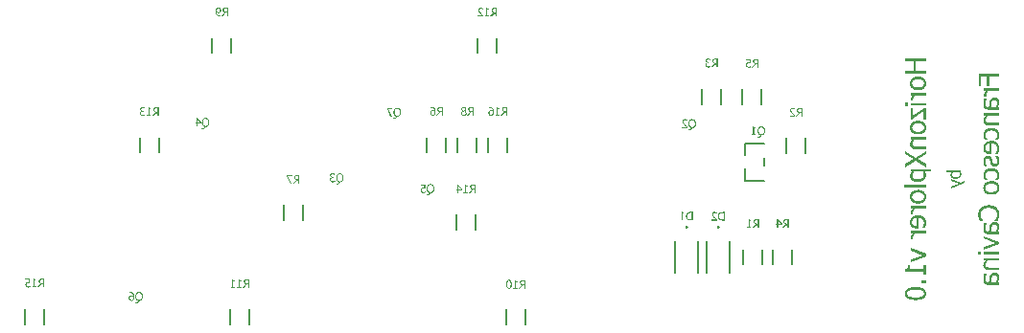
<source format=gbr>
%TF.GenerationSoftware,Altium Limited,Altium Designer,23.6.0 (18)*%
G04 Layer_Color=32896*
%FSLAX45Y45*%
%MOMM*%
%TF.SameCoordinates,8109348C-C8A1-492E-8D21-29312D9C8BDA*%
%TF.FilePolarity,Positive*%
%TF.FileFunction,Legend,Bot*%
%TF.Part,Single*%
G01*
G75*
%TA.AperFunction,NonConductor*%
%ADD48C,0.12700*%
%ADD49C,0.20000*%
%ADD50C,0.25400*%
%ADD52C,0.15240*%
G36*
X8797556Y3008861D02*
X8710578D01*
Y2928444D01*
X8689208D01*
Y3008861D01*
X8638409D01*
Y2924883D01*
X8617039D01*
Y3032855D01*
X8797556D01*
Y3008861D01*
D02*
G37*
G36*
Y2882331D02*
X8701393D01*
X8698581Y2879332D01*
X8696144Y2876333D01*
X8694270Y2873333D01*
X8692583Y2870709D01*
X8691270Y2868460D01*
X8690333Y2866773D01*
X8689771Y2865648D01*
X8689583Y2865460D01*
Y2865273D01*
X8688271Y2861899D01*
X8687146Y2858525D01*
X8686397Y2855338D01*
X8686022Y2852714D01*
X8685647Y2850277D01*
X8685459Y2848402D01*
Y2842029D01*
X8685647Y2841279D01*
Y2840154D01*
X8685834Y2838092D01*
X8686209Y2836405D01*
X8686397Y2835655D01*
Y2835093D01*
X8686584Y2834906D01*
Y2833406D01*
X8662778D01*
X8662590Y2834906D01*
X8662403Y2836218D01*
X8662215Y2837155D01*
Y2837530D01*
X8662028Y2839030D01*
Y2842779D01*
X8662215Y2845965D01*
X8662778Y2849152D01*
X8663528Y2852339D01*
X8664277Y2854963D01*
X8665215Y2857400D01*
X8665964Y2859087D01*
X8666339Y2859837D01*
X8666527Y2860399D01*
X8666714Y2860587D01*
Y2860774D01*
X8668589Y2864336D01*
X8671026Y2868085D01*
X8673650Y2871646D01*
X8676087Y2875020D01*
X8678524Y2878020D01*
X8679648Y2879144D01*
X8680398Y2880269D01*
X8681148Y2881206D01*
X8681710Y2881769D01*
X8682085Y2882144D01*
X8682273Y2882331D01*
X8662028D01*
Y2905200D01*
X8797556D01*
Y2882331D01*
D02*
G37*
G36*
X8761752Y2825158D02*
X8764939Y2824783D01*
X8767938Y2824408D01*
X8770563Y2823659D01*
X8772625Y2823096D01*
X8774312Y2822721D01*
X8775436Y2822346D01*
X8775624Y2822159D01*
X8775811D01*
X8778623Y2820847D01*
X8781435Y2819347D01*
X8783684Y2818035D01*
X8785746Y2816535D01*
X8787246Y2815223D01*
X8788558Y2814286D01*
X8789308Y2813536D01*
X8789495Y2813349D01*
X8791557Y2811099D01*
X8793244Y2808850D01*
X8794744Y2806788D01*
X8795869Y2804726D01*
X8796806Y2802851D01*
X8797556Y2801539D01*
X8797931Y2800602D01*
X8798118Y2800227D01*
X8799243Y2797415D01*
X8799993Y2794604D01*
X8800555Y2791792D01*
X8800930Y2789355D01*
X8801117Y2787293D01*
X8801305Y2785793D01*
Y2780732D01*
X8800930Y2777545D01*
X8800742Y2774921D01*
X8800367Y2772672D01*
X8799993Y2770797D01*
X8799805Y2769485D01*
X8799430Y2768735D01*
Y2768548D01*
X8797931Y2764236D01*
X8797181Y2762362D01*
X8796618Y2760487D01*
X8795869Y2758988D01*
X8795306Y2757863D01*
X8795119Y2756926D01*
X8794931Y2756738D01*
X8793057Y2753552D01*
X8792120Y2752052D01*
X8790995Y2750552D01*
X8790245Y2749428D01*
X8789495Y2748490D01*
X8789120Y2747928D01*
X8788933Y2747741D01*
X8787621Y2746053D01*
X8786496Y2744554D01*
X8785371Y2743242D01*
X8784621Y2742304D01*
X8784059Y2741367D01*
X8783497Y2740805D01*
X8783122Y2740430D01*
Y2740242D01*
X8797556D01*
Y2717373D01*
X8704954D01*
X8700456Y2717561D01*
X8696144Y2717936D01*
X8692583Y2718498D01*
X8689396Y2719248D01*
X8686772Y2719998D01*
X8684897Y2720560D01*
X8684335Y2720747D01*
X8683772Y2720935D01*
X8683585Y2721122D01*
X8683397D01*
X8680211Y2722622D01*
X8677399Y2724309D01*
X8674962Y2726184D01*
X8672900Y2728058D01*
X8671213Y2729558D01*
X8669901Y2730870D01*
X8669151Y2731807D01*
X8668964Y2732182D01*
X8667089Y2735181D01*
X8665402Y2738180D01*
X8663902Y2740992D01*
X8662965Y2743617D01*
X8662028Y2746053D01*
X8661466Y2747741D01*
X8661278Y2748490D01*
Y2749053D01*
X8661091Y2749240D01*
Y2749428D01*
X8660341Y2753177D01*
X8659778Y2757113D01*
X8659404Y2761050D01*
X8659029Y2764799D01*
Y2768173D01*
X8658841Y2769485D01*
Y2777358D01*
X8659216Y2781482D01*
X8659591Y2785418D01*
X8659966Y2788980D01*
X8660341Y2791979D01*
X8660528Y2793104D01*
X8660716Y2794229D01*
X8660903Y2795166D01*
Y2795728D01*
X8661091Y2796103D01*
Y2796291D01*
X8661840Y2800415D01*
X8662590Y2804164D01*
X8663340Y2807163D01*
X8663902Y2809787D01*
X8664465Y2811662D01*
X8664840Y2813161D01*
X8665215Y2813911D01*
Y2814286D01*
X8688271D01*
Y2812974D01*
X8686584Y2809037D01*
X8685272Y2805101D01*
X8684147Y2801539D01*
X8683023Y2798353D01*
X8682273Y2795728D01*
X8681710Y2793666D01*
X8681523Y2792916D01*
Y2792167D01*
X8681335Y2791979D01*
Y2791792D01*
X8680586Y2787855D01*
X8679836Y2784294D01*
X8679461Y2781294D01*
X8679273Y2778483D01*
X8679086Y2776233D01*
X8678899Y2774546D01*
Y2773234D01*
X8679086Y2768360D01*
X8679273Y2766111D01*
Y2764236D01*
X8679461Y2762549D01*
X8679648Y2761425D01*
X8679836Y2760487D01*
Y2760300D01*
X8680211Y2758050D01*
X8680773Y2755988D01*
X8681335Y2754114D01*
X8682085Y2752614D01*
X8682648Y2751302D01*
X8683210Y2750365D01*
X8683397Y2749802D01*
X8683585Y2749615D01*
X8684710Y2747928D01*
X8686022Y2746616D01*
X8687334Y2745491D01*
X8688459Y2744366D01*
X8689583Y2743617D01*
X8690521Y2743054D01*
X8691083Y2742867D01*
X8691270Y2742679D01*
X8693145Y2741929D01*
X8695394Y2741180D01*
X8697456Y2740805D01*
X8699518Y2740617D01*
X8701393Y2740430D01*
X8702892Y2740242D01*
X8703830D01*
X8704017D01*
X8704205D01*
X8708516D01*
X8708891Y2746803D01*
X8709453Y2752989D01*
X8710016Y2758800D01*
X8710203Y2761425D01*
X8710578Y2763674D01*
X8710765Y2765923D01*
X8710953Y2767985D01*
X8711140Y2769672D01*
X8711328Y2770985D01*
X8711515Y2772297D01*
Y2773047D01*
X8711703Y2773609D01*
Y2773796D01*
X8712452Y2779420D01*
X8713577Y2784481D01*
X8714702Y2789167D01*
X8716014Y2793104D01*
X8716576Y2794791D01*
X8717139Y2796291D01*
X8717514Y2797603D01*
X8717889Y2798727D01*
X8718263Y2799665D01*
X8718638Y2800227D01*
X8718826Y2800602D01*
Y2800789D01*
X8721075Y2805288D01*
X8723700Y2809037D01*
X8726324Y2812224D01*
X8728948Y2814848D01*
X8731198Y2816910D01*
X8732885Y2818410D01*
X8733635Y2818972D01*
X8734197Y2819160D01*
X8734384Y2819535D01*
X8734572D01*
X8738321Y2821409D01*
X8742445Y2822909D01*
X8746381Y2823846D01*
X8750130Y2824596D01*
X8753317Y2824971D01*
X8754817Y2825158D01*
X8755941D01*
X8757066Y2825346D01*
X8757816D01*
X8758191D01*
X8758378D01*
X8761752Y2825158D01*
D02*
G37*
G36*
X8797556Y2662637D02*
X8696519D01*
X8693895Y2659451D01*
X8691645Y2656264D01*
X8689583Y2653452D01*
X8687896Y2650828D01*
X8686584Y2648578D01*
X8685459Y2646704D01*
X8684897Y2645579D01*
X8684710Y2645392D01*
Y2645204D01*
X8683210Y2641830D01*
X8682085Y2638643D01*
X8681148Y2635644D01*
X8680586Y2633020D01*
X8680211Y2630770D01*
X8680023Y2629083D01*
Y2627584D01*
X8680211Y2624585D01*
X8680398Y2621773D01*
X8680773Y2619523D01*
X8681335Y2617649D01*
X8681898Y2616149D01*
X8682273Y2615024D01*
X8682460Y2614275D01*
X8682648Y2614087D01*
X8683585Y2612400D01*
X8684897Y2610901D01*
X8686022Y2609588D01*
X8687334Y2608464D01*
X8688459Y2607526D01*
X8689396Y2606964D01*
X8689958Y2606589D01*
X8690146Y2606402D01*
X8692020Y2605464D01*
X8694270Y2604715D01*
X8696332Y2604152D01*
X8698394Y2603590D01*
X8700268Y2603215D01*
X8701768Y2603028D01*
X8702705Y2602840D01*
X8702892D01*
X8703080D01*
X8709266Y2602278D01*
X8712078Y2602090D01*
X8714889D01*
X8717139Y2601903D01*
X8718826D01*
X8719576D01*
X8720138D01*
X8720325D01*
X8720513D01*
X8797556D01*
Y2579034D01*
X8709641D01*
X8705142Y2579221D01*
X8700830Y2579596D01*
X8696894Y2580158D01*
X8693145Y2580721D01*
X8689771Y2581658D01*
X8686584Y2582595D01*
X8683772Y2583720D01*
X8681335Y2584657D01*
X8679086Y2585782D01*
X8677024Y2586907D01*
X8675337Y2587844D01*
X8674025Y2588594D01*
X8672900Y2589344D01*
X8672150Y2589906D01*
X8671775Y2590281D01*
X8671588Y2590468D01*
X8669151Y2592718D01*
X8667277Y2594967D01*
X8665402Y2597591D01*
X8663902Y2600028D01*
X8662590Y2602653D01*
X8661466Y2605277D01*
X8660716Y2607714D01*
X8659966Y2610151D01*
X8659404Y2612588D01*
X8659029Y2614650D01*
X8658654Y2616712D01*
X8658466Y2618211D01*
X8658279Y2619711D01*
Y2621585D01*
X8658466Y2625709D01*
X8659029Y2629458D01*
X8659778Y2633020D01*
X8660716Y2636207D01*
X8661653Y2638831D01*
X8662403Y2640893D01*
X8662778Y2641643D01*
X8662965Y2642205D01*
X8663153Y2642392D01*
Y2642580D01*
X8665215Y2646329D01*
X8667464Y2649891D01*
X8669713Y2653265D01*
X8671963Y2656264D01*
X8674025Y2658888D01*
X8675712Y2660950D01*
X8676274Y2661700D01*
X8676837Y2662262D01*
X8677024Y2662450D01*
X8677211Y2662637D01*
X8662028D01*
Y2685506D01*
X8797556D01*
Y2662637D01*
D02*
G37*
G36*
X8736634Y2556165D02*
X8742632Y2555602D01*
X8747881Y2554852D01*
X8750318Y2554477D01*
X8752380Y2554103D01*
X8754442Y2553728D01*
X8756129Y2553353D01*
X8757816Y2552978D01*
X8758941Y2552603D01*
X8760065Y2552228D01*
X8760815Y2552041D01*
X8761190Y2551853D01*
X8761377D01*
X8766064Y2549979D01*
X8770375Y2547917D01*
X8774124Y2545667D01*
X8777311Y2543605D01*
X8779935Y2541731D01*
X8781810Y2540231D01*
X8782372Y2539669D01*
X8782934Y2539294D01*
X8783122Y2538919D01*
X8783309D01*
X8786309Y2535545D01*
X8789120Y2532171D01*
X8791370Y2528797D01*
X8793244Y2525797D01*
X8794556Y2522986D01*
X8795681Y2520736D01*
X8796056Y2519986D01*
X8796244Y2519424D01*
X8796431Y2519049D01*
Y2518862D01*
X8797743Y2514363D01*
X8798868Y2510051D01*
X8799618Y2505740D01*
X8799993Y2501803D01*
X8800367Y2498429D01*
Y2496930D01*
X8800555Y2495618D01*
Y2490744D01*
X8800367Y2488494D01*
X8800180Y2486432D01*
X8799993Y2484745D01*
Y2483433D01*
X8799805Y2482308D01*
X8799618Y2481746D01*
Y2481559D01*
X8798868Y2477997D01*
X8798493Y2476123D01*
X8798118Y2474623D01*
X8797743Y2473123D01*
X8797368Y2471999D01*
X8797181Y2471249D01*
Y2471061D01*
X8796244Y2467875D01*
X8795681Y2466375D01*
X8795119Y2464875D01*
X8794556Y2463751D01*
X8794182Y2462813D01*
X8793807Y2462064D01*
Y2461876D01*
X8793057Y2460002D01*
X8792307Y2458315D01*
X8791557Y2457002D01*
X8790995Y2455690D01*
X8790620Y2454566D01*
X8790245Y2453816D01*
X8790058Y2453441D01*
Y2453253D01*
X8764377D01*
Y2454753D01*
X8767001Y2457752D01*
X8769250Y2460751D01*
X8771312Y2463751D01*
X8772999Y2466563D01*
X8774312Y2468999D01*
X8775436Y2470874D01*
X8775624Y2471624D01*
X8775999Y2472186D01*
X8776186Y2472374D01*
Y2472561D01*
X8777686Y2476310D01*
X8778810Y2480059D01*
X8779560Y2483621D01*
X8780123Y2486807D01*
X8780498Y2489619D01*
Y2490744D01*
X8780685Y2491869D01*
Y2493743D01*
X8780498Y2497117D01*
X8780123Y2500304D01*
X8779373Y2503116D01*
X8778623Y2505927D01*
X8777686Y2508552D01*
X8776561Y2510801D01*
X8775249Y2513051D01*
X8773937Y2514925D01*
X8772812Y2516612D01*
X8771500Y2518112D01*
X8770375Y2519424D01*
X8769438Y2520549D01*
X8768688Y2521298D01*
X8767938Y2521861D01*
X8767563Y2522236D01*
X8767376Y2522423D01*
X8764752Y2524298D01*
X8761940Y2525797D01*
X8758941Y2527109D01*
X8755941Y2528422D01*
X8749755Y2530296D01*
X8743757Y2531421D01*
X8740945Y2531796D01*
X8738321Y2532171D01*
X8736071Y2532358D01*
X8734009Y2532546D01*
X8732322Y2532733D01*
X8731198D01*
X8730260D01*
X8730073D01*
X8725574Y2532546D01*
X8721450Y2532358D01*
X8717514Y2531796D01*
X8713952Y2531046D01*
X8710578Y2530296D01*
X8707391Y2529359D01*
X8704579Y2528422D01*
X8702143Y2527297D01*
X8699893Y2526360D01*
X8697831Y2525422D01*
X8696144Y2524485D01*
X8694832Y2523735D01*
X8693707Y2522986D01*
X8692957Y2522423D01*
X8692583Y2522236D01*
X8692395Y2522048D01*
X8689958Y2519986D01*
X8687896Y2517737D01*
X8686209Y2515487D01*
X8684522Y2513051D01*
X8683210Y2510801D01*
X8682273Y2508364D01*
X8681335Y2506115D01*
X8680586Y2503865D01*
X8680023Y2501803D01*
X8679648Y2499929D01*
X8679273Y2498242D01*
X8679086Y2496742D01*
X8678899Y2495430D01*
Y2493743D01*
X8679273Y2489244D01*
X8679461Y2487182D01*
X8679836Y2485308D01*
X8680211Y2483621D01*
X8680398Y2482496D01*
X8680773Y2481559D01*
Y2481371D01*
X8681523Y2479122D01*
X8682273Y2476872D01*
X8683023Y2474998D01*
X8683585Y2473311D01*
X8684147Y2471999D01*
X8684710Y2471061D01*
X8684897Y2470312D01*
X8685084Y2470124D01*
X8686022Y2468250D01*
X8686959Y2466375D01*
X8687896Y2464875D01*
X8688834Y2463563D01*
X8689396Y2462439D01*
X8689958Y2461689D01*
X8690333Y2461126D01*
X8690521Y2460939D01*
X8692395Y2458315D01*
X8693707Y2456440D01*
X8694270Y2455690D01*
X8694645Y2455128D01*
X8695019Y2454940D01*
Y2453253D01*
X8669526D01*
X8668026Y2456440D01*
X8666714Y2459627D01*
X8665402Y2462813D01*
X8664277Y2465625D01*
X8663528Y2468062D01*
X8662778Y2470124D01*
X8662590Y2470874D01*
X8662403Y2471436D01*
X8662215Y2471624D01*
Y2471811D01*
X8661091Y2475748D01*
X8660341Y2479497D01*
X8659778Y2483246D01*
X8659404Y2486432D01*
X8659216Y2489244D01*
X8659029Y2490369D01*
Y2493368D01*
X8659216Y2498429D01*
X8659778Y2503116D01*
X8660528Y2507427D01*
X8661466Y2511364D01*
X8661840Y2513051D01*
X8662403Y2514550D01*
X8662778Y2515862D01*
X8663153Y2516987D01*
X8663528Y2517924D01*
X8663715Y2518487D01*
X8663902Y2518862D01*
Y2519049D01*
X8665964Y2523360D01*
X8668026Y2527109D01*
X8670276Y2530484D01*
X8672525Y2533483D01*
X8674587Y2535732D01*
X8676087Y2537419D01*
X8677211Y2538544D01*
X8677399Y2538732D01*
X8677586Y2538919D01*
X8680961Y2541731D01*
X8684710Y2544168D01*
X8688271Y2546417D01*
X8691833Y2548292D01*
X8694832Y2549791D01*
X8696144Y2550354D01*
X8697081Y2550728D01*
X8698019Y2551103D01*
X8698768Y2551478D01*
X8699143Y2551666D01*
X8699331D01*
X8704392Y2553165D01*
X8709641Y2554290D01*
X8714702Y2555227D01*
X8719576Y2555790D01*
X8721825Y2555977D01*
X8723700Y2556165D01*
X8725574D01*
X8727074Y2556352D01*
X8728386D01*
X8729323D01*
X8729886D01*
X8730073D01*
X8736634Y2556165D01*
D02*
G37*
G36*
X8736821Y2441631D02*
X8742445Y2441069D01*
X8747881Y2440132D01*
X8752942Y2439007D01*
X8757441Y2437695D01*
X8761752Y2436195D01*
X8765689Y2434508D01*
X8769063Y2432821D01*
X8772250Y2431322D01*
X8774874Y2429634D01*
X8777123Y2428135D01*
X8778998Y2426823D01*
X8780498Y2425698D01*
X8781435Y2424761D01*
X8782185Y2424198D01*
X8782372Y2424011D01*
X8785559Y2420449D01*
X8788371Y2416700D01*
X8790807Y2412764D01*
X8792869Y2408640D01*
X8794556Y2404516D01*
X8796056Y2400204D01*
X8797368Y2396268D01*
X8798305Y2392144D01*
X8799055Y2388395D01*
X8799618Y2385021D01*
X8799993Y2381834D01*
X8800180Y2379022D01*
X8800367Y2376960D01*
X8800555Y2375273D01*
Y2370775D01*
X8800367Y2368150D01*
X8800180Y2365901D01*
X8799993Y2363839D01*
X8799805Y2362339D01*
X8799618Y2361214D01*
X8799430Y2360465D01*
Y2360277D01*
X8798680Y2356153D01*
X8798118Y2354091D01*
X8797743Y2352217D01*
X8797368Y2350530D01*
X8796993Y2349218D01*
X8796806Y2348468D01*
Y2348093D01*
X8795681Y2344531D01*
X8795119Y2342657D01*
X8794556Y2341157D01*
X8793994Y2339657D01*
X8793619Y2338533D01*
X8793244Y2337783D01*
Y2337596D01*
X8792307Y2335346D01*
X8791557Y2333472D01*
X8790995Y2331785D01*
X8790433Y2330285D01*
X8789870Y2329160D01*
X8789495Y2328223D01*
X8789308Y2327661D01*
Y2327473D01*
X8764377D01*
Y2328973D01*
X8766251Y2331222D01*
X8767751Y2333472D01*
X8768501Y2334409D01*
X8769063Y2335159D01*
X8769250Y2335721D01*
X8769438Y2335908D01*
X8771312Y2339283D01*
X8772250Y2341157D01*
X8772999Y2342844D01*
X8773749Y2344156D01*
X8774124Y2345281D01*
X8774499Y2346218D01*
X8774687Y2346406D01*
X8776374Y2350905D01*
X8777123Y2352967D01*
X8777873Y2355029D01*
X8778248Y2356716D01*
X8778623Y2358215D01*
X8778998Y2358965D01*
Y2359340D01*
X8779935Y2364589D01*
X8780310Y2367025D01*
X8780498Y2369275D01*
Y2371149D01*
X8780685Y2372649D01*
Y2373961D01*
X8780498Y2377710D01*
X8780123Y2381459D01*
X8779560Y2384833D01*
X8778810Y2388020D01*
X8777873Y2390832D01*
X8776749Y2393644D01*
X8775624Y2396081D01*
X8774499Y2398143D01*
X8773374Y2400204D01*
X8772250Y2401892D01*
X8771125Y2403391D01*
X8770188Y2404516D01*
X8769438Y2405453D01*
X8768876Y2406203D01*
X8768501Y2406578D01*
X8768313Y2406765D01*
X8765876Y2408827D01*
X8763065Y2410702D01*
X8760253Y2412201D01*
X8757441Y2413514D01*
X8754442Y2414638D01*
X8751255Y2415763D01*
X8745444Y2417075D01*
X8742820Y2417638D01*
X8740195Y2418012D01*
X8737946Y2418200D01*
X8736071Y2418387D01*
X8734384Y2418575D01*
X8733260D01*
X8732322D01*
X8732135D01*
Y2324849D01*
X8719951D01*
X8714140Y2325036D01*
X8708703Y2325411D01*
X8704017Y2326161D01*
X8701955Y2326536D01*
X8700081Y2326723D01*
X8698394Y2327098D01*
X8696894Y2327473D01*
X8695582Y2327848D01*
X8694457Y2328223D01*
X8693520Y2328410D01*
X8692957Y2328598D01*
X8692583Y2328785D01*
X8692395D01*
X8688271Y2330472D01*
X8684710Y2332159D01*
X8681523Y2334034D01*
X8678711Y2335908D01*
X8676462Y2337596D01*
X8674775Y2338908D01*
X8673837Y2339657D01*
X8673462Y2340032D01*
X8670651Y2342844D01*
X8668401Y2345656D01*
X8666339Y2348468D01*
X8664840Y2351092D01*
X8663528Y2353529D01*
X8662778Y2355216D01*
X8662403Y2355966D01*
X8662215Y2356528D01*
X8662028Y2356716D01*
Y2356903D01*
X8660716Y2360652D01*
X8659778Y2364401D01*
X8659216Y2368150D01*
X8658654Y2371712D01*
X8658466Y2374711D01*
Y2376023D01*
X8658279Y2377148D01*
Y2379210D01*
X8658466Y2384271D01*
X8659029Y2389145D01*
X8660153Y2393831D01*
X8661278Y2398143D01*
X8662778Y2402266D01*
X8664465Y2405828D01*
X8666339Y2409390D01*
X8668026Y2412389D01*
X8669901Y2415201D01*
X8671775Y2417638D01*
X8673462Y2419700D01*
X8674962Y2421387D01*
X8676087Y2422699D01*
X8677024Y2423823D01*
X8677774Y2424386D01*
X8677961Y2424573D01*
X8681710Y2427572D01*
X8685834Y2430197D01*
X8690146Y2432634D01*
X8694457Y2434508D01*
X8698768Y2436195D01*
X8703267Y2437695D01*
X8707391Y2438820D01*
X8711515Y2439569D01*
X8715452Y2440319D01*
X8719013Y2440882D01*
X8722387Y2441256D01*
X8725199Y2441631D01*
X8727449D01*
X8729136Y2441819D01*
X8730260D01*
X8730448D01*
X8730635D01*
X8736821Y2441631D01*
D02*
G37*
G36*
X8790995Y2307041D02*
X8792494Y2303667D01*
X8793807Y2300480D01*
X8794931Y2297481D01*
X8795869Y2294669D01*
X8796618Y2292420D01*
X8796806Y2291670D01*
X8796993Y2291107D01*
X8797181Y2290733D01*
Y2290545D01*
X8798305Y2286046D01*
X8799243Y2281547D01*
X8799805Y2277423D01*
X8800367Y2273487D01*
X8800555Y2270113D01*
Y2268801D01*
X8800742Y2267488D01*
Y2265239D01*
X8800555Y2260178D01*
X8800180Y2255866D01*
X8799805Y2251930D01*
X8799055Y2248556D01*
X8798493Y2245932D01*
X8798118Y2244057D01*
X8797931Y2243307D01*
X8797743Y2242745D01*
X8797556Y2242557D01*
Y2242370D01*
X8796244Y2238996D01*
X8794931Y2235997D01*
X8793432Y2233185D01*
X8791932Y2230748D01*
X8790620Y2228686D01*
X8789495Y2227186D01*
X8788745Y2226249D01*
X8788558Y2225874D01*
X8786309Y2223437D01*
X8784059Y2221375D01*
X8781810Y2219688D01*
X8779748Y2218189D01*
X8777873Y2217251D01*
X8776374Y2216314D01*
X8775436Y2215939D01*
X8775061Y2215752D01*
X8772062Y2214627D01*
X8769063Y2213690D01*
X8766439Y2213127D01*
X8763814Y2212565D01*
X8761752Y2212378D01*
X8760065Y2212190D01*
X8758941D01*
X8758566D01*
X8753317Y2212565D01*
X8748631Y2213315D01*
X8744507Y2214627D01*
X8741133Y2215939D01*
X8738508Y2217439D01*
X8737384Y2218001D01*
X8736446Y2218751D01*
X8735884Y2219126D01*
X8735322Y2219501D01*
X8735134Y2219876D01*
X8734947D01*
X8731947Y2223062D01*
X8729323Y2226624D01*
X8727074Y2230373D01*
X8725387Y2233935D01*
X8724074Y2237309D01*
X8723512Y2238621D01*
X8723137Y2239933D01*
X8722762Y2240870D01*
X8722575Y2241620D01*
X8722387Y2242182D01*
Y2242370D01*
X8721825Y2244994D01*
X8721263Y2247431D01*
X8720700Y2249681D01*
X8720325Y2251555D01*
X8719951Y2253242D01*
X8719576Y2254554D01*
X8719388Y2255304D01*
Y2255679D01*
X8718826Y2257928D01*
X8718451Y2259990D01*
X8717889Y2261865D01*
X8717514Y2263552D01*
X8717326Y2265052D01*
X8716951Y2265989D01*
X8716764Y2266739D01*
Y2266926D01*
X8715639Y2270488D01*
X8714514Y2273487D01*
X8713390Y2276111D01*
X8712452Y2278173D01*
X8711515Y2279673D01*
X8710765Y2280798D01*
X8710203Y2281547D01*
X8710016Y2281735D01*
X8708141Y2283234D01*
X8706079Y2284359D01*
X8704017Y2285109D01*
X8701955Y2285671D01*
X8700081Y2286046D01*
X8698581Y2286234D01*
X8697456D01*
X8697081D01*
X8693707Y2285859D01*
X8690895Y2285109D01*
X8688459Y2283797D01*
X8686397Y2282297D01*
X8684897Y2280985D01*
X8683772Y2279673D01*
X8683023Y2278923D01*
X8682835Y2278548D01*
X8681148Y2275549D01*
X8680023Y2272362D01*
X8679086Y2269176D01*
X8678524Y2266176D01*
X8678149Y2263365D01*
X8677961Y2261303D01*
Y2259428D01*
X8678149Y2255304D01*
X8678524Y2251555D01*
X8679273Y2247806D01*
X8680023Y2244619D01*
X8680773Y2241808D01*
X8681148Y2240683D01*
X8681523Y2239746D01*
X8681710Y2238996D01*
X8681898Y2238433D01*
X8682085Y2238059D01*
Y2237871D01*
X8683585Y2233935D01*
X8685459Y2230373D01*
X8687334Y2226999D01*
X8689021Y2224187D01*
X8690521Y2221750D01*
X8691833Y2219876D01*
X8692583Y2218751D01*
X8692957Y2218564D01*
Y2217064D01*
X8668776D01*
X8667277Y2220063D01*
X8665777Y2223437D01*
X8664652Y2226624D01*
X8663528Y2229623D01*
X8662778Y2232248D01*
X8662215Y2234497D01*
X8662028Y2235247D01*
X8661840Y2235809D01*
X8661653Y2236184D01*
Y2236371D01*
X8660716Y2240683D01*
X8659966Y2244807D01*
X8659591Y2248556D01*
X8659216Y2251930D01*
X8659029Y2254929D01*
X8658841Y2256054D01*
Y2259053D01*
X8659029Y2263177D01*
X8659404Y2267114D01*
X8659966Y2270863D01*
X8660716Y2274424D01*
X8661466Y2277611D01*
X8662590Y2280798D01*
X8663528Y2283422D01*
X8664652Y2286046D01*
X8665777Y2288296D01*
X8666714Y2290170D01*
X8667839Y2291857D01*
X8668589Y2293169D01*
X8669339Y2294294D01*
X8669901Y2295231D01*
X8670276Y2295606D01*
X8670463Y2295794D01*
X8672713Y2298231D01*
X8674962Y2300293D01*
X8677399Y2302167D01*
X8680023Y2303667D01*
X8682460Y2304979D01*
X8684897Y2306104D01*
X8687334Y2307041D01*
X8689583Y2307791D01*
X8691833Y2308353D01*
X8693895Y2308728D01*
X8695582Y2309103D01*
X8697269Y2309290D01*
X8698581D01*
X8699518Y2309478D01*
X8700081D01*
X8700268D01*
X8705142Y2309103D01*
X8709453Y2308353D01*
X8713202Y2307228D01*
X8716576Y2305916D01*
X8719201Y2304791D01*
X8720325Y2304229D01*
X8721263Y2303667D01*
X8722013Y2303104D01*
X8722575Y2302917D01*
X8722762Y2302542D01*
X8722950D01*
X8724637Y2301230D01*
X8726324Y2299543D01*
X8729136Y2296169D01*
X8731385Y2292420D01*
X8733447Y2288671D01*
X8734947Y2285296D01*
X8735509Y2283797D01*
X8735884Y2282672D01*
X8736259Y2281547D01*
X8736634Y2280798D01*
X8736821Y2280235D01*
Y2280048D01*
X8737946Y2275549D01*
X8738508Y2273299D01*
X8739071Y2271238D01*
X8739446Y2269550D01*
X8739820Y2268238D01*
X8740008Y2267488D01*
Y2267114D01*
X8740570Y2264489D01*
X8740945Y2262240D01*
X8741320Y2260365D01*
X8741695Y2258678D01*
X8742070Y2257366D01*
X8742257Y2256429D01*
X8742445Y2255866D01*
Y2255679D01*
X8743570Y2251743D01*
X8744694Y2248556D01*
X8745819Y2245744D01*
X8746944Y2243495D01*
X8747881Y2241995D01*
X8748631Y2240870D01*
X8749193Y2240120D01*
X8749381Y2239933D01*
X8751068Y2238433D01*
X8753130Y2237309D01*
X8755192Y2236559D01*
X8757066Y2235997D01*
X8758941Y2235622D01*
X8760440Y2235434D01*
X8761377D01*
X8761565D01*
X8761752D01*
X8764002D01*
X8765876Y2235809D01*
X8767563Y2235997D01*
X8768876Y2236371D01*
X8770000Y2236746D01*
X8770750Y2237121D01*
X8771125Y2237309D01*
X8771312Y2237496D01*
X8772437Y2238246D01*
X8773562Y2239183D01*
X8775249Y2241245D01*
X8775999Y2241995D01*
X8776561Y2242745D01*
X8776936Y2243307D01*
X8777123Y2243495D01*
X8777873Y2244807D01*
X8778436Y2246119D01*
X8779560Y2249118D01*
X8779935Y2250618D01*
X8780310Y2251743D01*
X8780498Y2252492D01*
Y2252680D01*
X8781060Y2257179D01*
X8781435Y2259053D01*
Y2260740D01*
X8781622Y2262240D01*
Y2264302D01*
X8781435Y2267114D01*
X8781247Y2269738D01*
X8780872Y2272175D01*
X8780498Y2274424D01*
X8780123Y2276299D01*
X8779935Y2277611D01*
X8779560Y2278548D01*
Y2278923D01*
X8778810Y2281547D01*
X8777873Y2283797D01*
X8777123Y2286046D01*
X8776374Y2287921D01*
X8775811Y2289420D01*
X8775249Y2290733D01*
X8775061Y2291482D01*
X8774874Y2291670D01*
X8773749Y2293919D01*
X8772625Y2295981D01*
X8771687Y2297856D01*
X8770750Y2299355D01*
X8770188Y2300480D01*
X8769625Y2301417D01*
X8769250Y2301980D01*
X8769063Y2302167D01*
X8767001Y2304791D01*
X8765314Y2307041D01*
X8764752Y2307791D01*
X8764189Y2308353D01*
X8764002Y2308728D01*
X8763814Y2308915D01*
Y2310040D01*
X8789495D01*
X8790995Y2307041D01*
D02*
G37*
G36*
X8736634Y2200193D02*
X8742632Y2199631D01*
X8747881Y2198881D01*
X8750318Y2198506D01*
X8752380Y2198131D01*
X8754442Y2197756D01*
X8756129Y2197381D01*
X8757816Y2197007D01*
X8758941Y2196632D01*
X8760065Y2196257D01*
X8760815Y2196069D01*
X8761190Y2195882D01*
X8761377D01*
X8766064Y2194007D01*
X8770375Y2191945D01*
X8774124Y2189696D01*
X8777311Y2187634D01*
X8779935Y2185759D01*
X8781810Y2184260D01*
X8782372Y2183697D01*
X8782934Y2183323D01*
X8783122Y2182948D01*
X8783309D01*
X8786309Y2179573D01*
X8789120Y2176199D01*
X8791370Y2172825D01*
X8793244Y2169826D01*
X8794556Y2167014D01*
X8795681Y2164765D01*
X8796056Y2164015D01*
X8796244Y2163453D01*
X8796431Y2163078D01*
Y2162890D01*
X8797743Y2158391D01*
X8798868Y2154080D01*
X8799618Y2149769D01*
X8799993Y2145832D01*
X8800367Y2142458D01*
Y2140958D01*
X8800555Y2139646D01*
Y2134772D01*
X8800367Y2132523D01*
X8800180Y2130461D01*
X8799993Y2128774D01*
Y2127462D01*
X8799805Y2126337D01*
X8799618Y2125775D01*
Y2125587D01*
X8798868Y2122026D01*
X8798493Y2120151D01*
X8798118Y2118652D01*
X8797743Y2117152D01*
X8797368Y2116027D01*
X8797181Y2115277D01*
Y2115090D01*
X8796244Y2111903D01*
X8795681Y2110404D01*
X8795119Y2108904D01*
X8794556Y2107779D01*
X8794182Y2106842D01*
X8793807Y2106092D01*
Y2105905D01*
X8793057Y2104030D01*
X8792307Y2102343D01*
X8791557Y2101031D01*
X8790995Y2099719D01*
X8790620Y2098594D01*
X8790245Y2097844D01*
X8790058Y2097470D01*
Y2097282D01*
X8764377D01*
Y2098782D01*
X8767001Y2101781D01*
X8769250Y2104780D01*
X8771312Y2107779D01*
X8772999Y2110591D01*
X8774312Y2113028D01*
X8775436Y2114903D01*
X8775624Y2115652D01*
X8775999Y2116215D01*
X8776186Y2116402D01*
Y2116590D01*
X8777686Y2120339D01*
X8778810Y2124088D01*
X8779560Y2127649D01*
X8780123Y2130836D01*
X8780498Y2133648D01*
Y2134772D01*
X8780685Y2135897D01*
Y2137772D01*
X8780498Y2141146D01*
X8780123Y2144333D01*
X8779373Y2147144D01*
X8778623Y2149956D01*
X8777686Y2152580D01*
X8776561Y2154830D01*
X8775249Y2157079D01*
X8773937Y2158954D01*
X8772812Y2160641D01*
X8771500Y2162140D01*
X8770375Y2163453D01*
X8769438Y2164577D01*
X8768688Y2165327D01*
X8767938Y2165889D01*
X8767563Y2166264D01*
X8767376Y2166452D01*
X8764752Y2168326D01*
X8761940Y2169826D01*
X8758941Y2171138D01*
X8755941Y2172450D01*
X8749755Y2174325D01*
X8743757Y2175450D01*
X8740945Y2175824D01*
X8738321Y2176199D01*
X8736071Y2176387D01*
X8734009Y2176574D01*
X8732322Y2176762D01*
X8731198D01*
X8730260D01*
X8730073D01*
X8725574Y2176574D01*
X8721450Y2176387D01*
X8717514Y2175824D01*
X8713952Y2175075D01*
X8710578Y2174325D01*
X8707391Y2173388D01*
X8704579Y2172450D01*
X8702143Y2171326D01*
X8699893Y2170388D01*
X8697831Y2169451D01*
X8696144Y2168514D01*
X8694832Y2167764D01*
X8693707Y2167014D01*
X8692957Y2166452D01*
X8692583Y2166264D01*
X8692395Y2166077D01*
X8689958Y2164015D01*
X8687896Y2161766D01*
X8686209Y2159516D01*
X8684522Y2157079D01*
X8683210Y2154830D01*
X8682273Y2152393D01*
X8681335Y2150144D01*
X8680586Y2147894D01*
X8680023Y2145832D01*
X8679648Y2143958D01*
X8679273Y2142271D01*
X8679086Y2140771D01*
X8678899Y2139459D01*
Y2137772D01*
X8679273Y2133273D01*
X8679461Y2131211D01*
X8679836Y2129336D01*
X8680211Y2127649D01*
X8680398Y2126525D01*
X8680773Y2125587D01*
Y2125400D01*
X8681523Y2123150D01*
X8682273Y2120901D01*
X8683023Y2119026D01*
X8683585Y2117339D01*
X8684147Y2116027D01*
X8684710Y2115090D01*
X8684897Y2114340D01*
X8685084Y2114153D01*
X8686022Y2112278D01*
X8686959Y2110404D01*
X8687896Y2108904D01*
X8688834Y2107592D01*
X8689396Y2106467D01*
X8689958Y2105717D01*
X8690333Y2105155D01*
X8690521Y2104968D01*
X8692395Y2102343D01*
X8693707Y2100469D01*
X8694270Y2099719D01*
X8694645Y2099157D01*
X8695019Y2098969D01*
Y2097282D01*
X8669526D01*
X8668026Y2100469D01*
X8666714Y2103655D01*
X8665402Y2106842D01*
X8664277Y2109654D01*
X8663528Y2112091D01*
X8662778Y2114153D01*
X8662590Y2114903D01*
X8662403Y2115465D01*
X8662215Y2115652D01*
Y2115840D01*
X8661091Y2119776D01*
X8660341Y2123525D01*
X8659778Y2127274D01*
X8659404Y2130461D01*
X8659216Y2133273D01*
X8659029Y2134398D01*
Y2137397D01*
X8659216Y2142458D01*
X8659778Y2147144D01*
X8660528Y2151456D01*
X8661466Y2155392D01*
X8661840Y2157079D01*
X8662403Y2158579D01*
X8662778Y2159891D01*
X8663153Y2161016D01*
X8663528Y2161953D01*
X8663715Y2162515D01*
X8663902Y2162890D01*
Y2163078D01*
X8665964Y2167389D01*
X8668026Y2171138D01*
X8670276Y2174512D01*
X8672525Y2177512D01*
X8674587Y2179761D01*
X8676087Y2181448D01*
X8677211Y2182573D01*
X8677399Y2182760D01*
X8677586Y2182948D01*
X8680961Y2185759D01*
X8684710Y2188196D01*
X8688271Y2190446D01*
X8691833Y2192320D01*
X8694832Y2193820D01*
X8696144Y2194382D01*
X8697081Y2194757D01*
X8698019Y2195132D01*
X8698768Y2195507D01*
X8699143Y2195694D01*
X8699331D01*
X8704392Y2197194D01*
X8709641Y2198319D01*
X8714702Y2199256D01*
X8719576Y2199818D01*
X8721825Y2200006D01*
X8723700Y2200193D01*
X8725574D01*
X8727074Y2200381D01*
X8728386D01*
X8729323D01*
X8729886D01*
X8730073D01*
X8736634Y2200193D01*
D02*
G37*
G36*
X8735884Y2085847D02*
X8741508Y2085285D01*
X8746944Y2084535D01*
X8752005Y2083598D01*
X8756691Y2082286D01*
X8761003Y2080974D01*
X8764939Y2079474D01*
X8768313Y2077975D01*
X8771500Y2076475D01*
X8774312Y2074975D01*
X8776749Y2073663D01*
X8778623Y2072351D01*
X8780123Y2071414D01*
X8781247Y2070664D01*
X8781997Y2070102D01*
X8782185Y2069914D01*
X8785559Y2066727D01*
X8788558Y2063353D01*
X8790995Y2059792D01*
X8793244Y2056230D01*
X8795119Y2052481D01*
X8796618Y2048732D01*
X8797931Y2045170D01*
X8798868Y2041609D01*
X8799618Y2038422D01*
X8800367Y2035235D01*
X8800742Y2032611D01*
X8800930Y2030174D01*
X8801117Y2028112D01*
X8801305Y2026800D01*
Y2025488D01*
X8801117Y2020427D01*
X8800555Y2015740D01*
X8799618Y2011242D01*
X8798305Y2007118D01*
X8796993Y2003181D01*
X8795494Y1999620D01*
X8793807Y1996245D01*
X8791932Y1993246D01*
X8790245Y1990622D01*
X8788558Y1988372D01*
X8787058Y1986310D01*
X8785559Y1984623D01*
X8784434Y1983311D01*
X8783497Y1982374D01*
X8782934Y1981812D01*
X8782747Y1981624D01*
X8778998Y1978625D01*
X8775061Y1976188D01*
X8770937Y1973939D01*
X8766626Y1972064D01*
X8762315Y1970565D01*
X8757816Y1969065D01*
X8753504Y1968128D01*
X8749381Y1967190D01*
X8745444Y1966441D01*
X8741695Y1966066D01*
X8738321Y1965691D01*
X8735509Y1965316D01*
X8733260D01*
X8731385Y1965128D01*
X8730260D01*
X8729886D01*
X8723700Y1965316D01*
X8717889Y1965878D01*
X8712265Y1966628D01*
X8707204Y1967753D01*
X8702518Y1968877D01*
X8698206Y1970377D01*
X8694270Y1971877D01*
X8690708Y1973376D01*
X8687521Y1974876D01*
X8684710Y1976376D01*
X8682460Y1977875D01*
X8680398Y1979000D01*
X8678899Y1980125D01*
X8677961Y1980874D01*
X8677211Y1981437D01*
X8677024Y1981624D01*
X8673650Y1984811D01*
X8670838Y1988185D01*
X8668401Y1991747D01*
X8666152Y1995496D01*
X8664277Y1999057D01*
X8662778Y2002806D01*
X8661653Y2006368D01*
X8660528Y2009742D01*
X8659778Y2012929D01*
X8659216Y2015928D01*
X8658841Y2018552D01*
X8658654Y2020989D01*
X8658466Y2022864D01*
X8658279Y2024363D01*
Y2025488D01*
X8658466Y2030549D01*
X8659029Y2035235D01*
X8659966Y2039734D01*
X8661278Y2043858D01*
X8662590Y2047795D01*
X8664277Y2051356D01*
X8665964Y2054730D01*
X8667651Y2057730D01*
X8669526Y2060541D01*
X8671213Y2062791D01*
X8672900Y2064853D01*
X8674212Y2066540D01*
X8675524Y2067852D01*
X8676462Y2068789D01*
X8677024Y2069352D01*
X8677211Y2069539D01*
X8680961Y2072351D01*
X8684897Y2074975D01*
X8689021Y2077225D01*
X8693332Y2079099D01*
X8697644Y2080599D01*
X8702143Y2081911D01*
X8706454Y2083036D01*
X8710578Y2083973D01*
X8714514Y2084723D01*
X8718076Y2085098D01*
X8721450Y2085473D01*
X8724262Y2085847D01*
X8726699D01*
X8728386Y2086035D01*
X8729511D01*
X8729698D01*
X8729886D01*
X8735884Y2085847D01*
D02*
G37*
G36*
X8715639Y1872340D02*
X8719576Y1871965D01*
X8723325Y1871590D01*
X8726886Y1871215D01*
X8730260Y1870653D01*
X8733260Y1870090D01*
X8736259Y1869528D01*
X8738883Y1869153D01*
X8741133Y1868591D01*
X8743007Y1868028D01*
X8744694Y1867653D01*
X8746006Y1867278D01*
X8747131Y1866904D01*
X8747693Y1866716D01*
X8747881D01*
X8754254Y1864279D01*
X8759878Y1861655D01*
X8762502Y1860155D01*
X8764939Y1858843D01*
X8767001Y1857344D01*
X8769063Y1856031D01*
X8770937Y1854907D01*
X8772437Y1853782D01*
X8773937Y1852657D01*
X8775061Y1851720D01*
X8775999Y1850970D01*
X8776561Y1850408D01*
X8776936Y1850220D01*
X8777123Y1850033D01*
X8781247Y1845721D01*
X8784809Y1841410D01*
X8787996Y1837099D01*
X8790433Y1833162D01*
X8792494Y1829601D01*
X8793244Y1828101D01*
X8793807Y1826789D01*
X8794369Y1825852D01*
X8794556Y1824914D01*
X8794931Y1824539D01*
Y1824352D01*
X8796806Y1818728D01*
X8798305Y1812917D01*
X8799243Y1807481D01*
X8799993Y1802420D01*
X8800180Y1800171D01*
X8800367Y1798109D01*
X8800555Y1796234D01*
Y1794735D01*
X8800742Y1793422D01*
Y1787799D01*
X8800555Y1784425D01*
X8800180Y1781425D01*
X8799993Y1778989D01*
X8799618Y1776927D01*
X8799430Y1775427D01*
X8799243Y1774677D01*
Y1774302D01*
X8798118Y1769241D01*
X8797556Y1766617D01*
X8796993Y1764367D01*
X8796431Y1762493D01*
X8796056Y1760993D01*
X8795681Y1760056D01*
Y1759681D01*
X8794744Y1756869D01*
X8793807Y1754432D01*
X8793057Y1752183D01*
X8792307Y1750308D01*
X8791557Y1748809D01*
X8790995Y1747684D01*
X8790807Y1746934D01*
X8790620Y1746747D01*
X8788745Y1742810D01*
X8787808Y1740936D01*
X8787058Y1739061D01*
X8786309Y1737749D01*
X8785746Y1736437D01*
X8785559Y1735687D01*
X8785371Y1735500D01*
X8756504D01*
Y1737374D01*
X8757628Y1738499D01*
X8758753Y1739811D01*
X8761003Y1742248D01*
X8761940Y1743373D01*
X8762502Y1744310D01*
X8763065Y1744872D01*
X8763252Y1745060D01*
X8766064Y1748809D01*
X8767376Y1750871D01*
X8768688Y1752558D01*
X8769625Y1754245D01*
X8770375Y1755370D01*
X8770937Y1756119D01*
X8771125Y1756494D01*
X8772437Y1759119D01*
X8773749Y1761930D01*
X8774874Y1764555D01*
X8775624Y1766992D01*
X8776374Y1769241D01*
X8776936Y1770928D01*
X8777311Y1772053D01*
X8777498Y1772240D01*
Y1772428D01*
X8778248Y1775802D01*
X8778810Y1779176D01*
X8779373Y1782363D01*
X8779560Y1785362D01*
X8779748Y1787799D01*
X8779935Y1789861D01*
Y1791548D01*
X8779748Y1795672D01*
X8779185Y1799796D01*
X8778436Y1803357D01*
X8777686Y1806731D01*
X8776936Y1809356D01*
X8776561Y1810481D01*
X8776186Y1811418D01*
X8775811Y1812168D01*
X8775624Y1812730D01*
X8775436Y1813105D01*
Y1813292D01*
X8773562Y1817041D01*
X8771500Y1820228D01*
X8769250Y1823227D01*
X8767001Y1825852D01*
X8764939Y1827914D01*
X8763439Y1829601D01*
X8762315Y1830538D01*
X8762127Y1830913D01*
X8761940D01*
X8758378Y1833725D01*
X8754629Y1836161D01*
X8750693Y1838223D01*
X8747319Y1840098D01*
X8744132Y1841410D01*
X8742820Y1841972D01*
X8741695Y1842535D01*
X8740758Y1842722D01*
X8740008Y1843097D01*
X8739633Y1843285D01*
X8739446D01*
X8734197Y1844784D01*
X8728761Y1845721D01*
X8723325Y1846471D01*
X8718263Y1847034D01*
X8716014Y1847221D01*
X8713952Y1847409D01*
X8712078D01*
X8710578Y1847596D01*
X8709266D01*
X8708141D01*
X8707579D01*
X8707391D01*
X8701018Y1847409D01*
X8695207Y1847034D01*
X8689771Y1846284D01*
X8687334Y1845909D01*
X8685272Y1845534D01*
X8683210Y1845159D01*
X8681335Y1844784D01*
X8679836Y1844409D01*
X8678524Y1844034D01*
X8677399Y1843847D01*
X8676649Y1843660D01*
X8676274Y1843472D01*
X8676087D01*
X8671026Y1841785D01*
X8666527Y1839723D01*
X8662590Y1837848D01*
X8659216Y1835787D01*
X8656404Y1834099D01*
X8655467Y1833350D01*
X8654530Y1832787D01*
X8653780Y1832225D01*
X8653218Y1831850D01*
X8653030Y1831475D01*
X8652843D01*
X8649656Y1828476D01*
X8646844Y1825477D01*
X8644407Y1822477D01*
X8642533Y1819666D01*
X8640846Y1817229D01*
X8639909Y1815167D01*
X8639534Y1814417D01*
X8639159Y1813855D01*
X8638971Y1813667D01*
Y1813480D01*
X8637284Y1809543D01*
X8636160Y1805607D01*
X8635222Y1802045D01*
X8634660Y1798671D01*
X8634285Y1795672D01*
Y1794547D01*
X8634098Y1793610D01*
Y1791548D01*
X8634285Y1787799D01*
X8634472Y1784237D01*
X8634847Y1781051D01*
X8635222Y1778239D01*
X8635785Y1776177D01*
X8636160Y1774490D01*
X8636347Y1773365D01*
X8636534Y1772990D01*
X8637472Y1769991D01*
X8638596Y1767179D01*
X8639534Y1764555D01*
X8640471Y1762305D01*
X8641408Y1760431D01*
X8642158Y1758931D01*
X8642533Y1758181D01*
X8642720Y1757806D01*
X8644220Y1755182D01*
X8645720Y1752933D01*
X8647219Y1750871D01*
X8648344Y1749184D01*
X8649469Y1747684D01*
X8650218Y1746747D01*
X8650781Y1745997D01*
X8650968Y1745810D01*
X8652468Y1743935D01*
X8653780Y1742435D01*
X8654905Y1740936D01*
X8656029Y1739811D01*
X8656779Y1738874D01*
X8657342Y1738124D01*
X8657716Y1737749D01*
X8657904Y1737562D01*
Y1735500D01*
X8629036D01*
X8626787Y1739999D01*
X8625662Y1742061D01*
X8624912Y1743748D01*
X8624163Y1745435D01*
X8623600Y1746559D01*
X8623225Y1747309D01*
X8623038Y1747684D01*
X8621163Y1752183D01*
X8620414Y1754245D01*
X8619664Y1755932D01*
X8619289Y1757432D01*
X8618914Y1758744D01*
X8618539Y1759494D01*
Y1759681D01*
X8617227Y1764742D01*
X8616477Y1767367D01*
X8616102Y1769616D01*
X8615727Y1771490D01*
X8615352Y1773178D01*
X8615165Y1774115D01*
Y1774490D01*
X8614228Y1780488D01*
X8614040Y1783300D01*
X8613853Y1785924D01*
X8613665Y1788174D01*
Y1791360D01*
X8613853Y1798109D01*
X8614603Y1804295D01*
X8615727Y1809918D01*
X8616290Y1812542D01*
X8616852Y1814792D01*
X8617414Y1817041D01*
X8617977Y1818916D01*
X8618539Y1820603D01*
X8619101Y1821915D01*
X8619476Y1823040D01*
X8619851Y1823790D01*
X8620039Y1824352D01*
Y1824539D01*
X8622663Y1829788D01*
X8625662Y1834849D01*
X8628661Y1839161D01*
X8631661Y1842910D01*
X8633160Y1844409D01*
X8634472Y1845909D01*
X8635597Y1847034D01*
X8636534Y1848158D01*
X8637472Y1848908D01*
X8638034Y1849471D01*
X8638409Y1849845D01*
X8638596Y1850033D01*
X8643470Y1853969D01*
X8648531Y1857344D01*
X8653405Y1860155D01*
X8658091Y1862592D01*
X8660153Y1863529D01*
X8662028Y1864467D01*
X8663715Y1865216D01*
X8665215Y1865779D01*
X8666339Y1866341D01*
X8667277Y1866716D01*
X8667839Y1866904D01*
X8668026D01*
X8674587Y1868778D01*
X8681335Y1870090D01*
X8687896Y1871215D01*
X8691083Y1871590D01*
X8694082Y1871777D01*
X8696894Y1871965D01*
X8699331Y1872152D01*
X8701580Y1872340D01*
X8703642D01*
X8705142Y1872527D01*
X8706454D01*
X8707204D01*
X8707391D01*
X8715639Y1872340D01*
D02*
G37*
G36*
X8761752Y1724253D02*
X8764939Y1723878D01*
X8767938Y1723503D01*
X8770563Y1722753D01*
X8772625Y1722191D01*
X8774312Y1721816D01*
X8775436Y1721441D01*
X8775624Y1721253D01*
X8775811D01*
X8778623Y1719941D01*
X8781435Y1718442D01*
X8783684Y1717129D01*
X8785746Y1715630D01*
X8787246Y1714318D01*
X8788558Y1713380D01*
X8789308Y1712631D01*
X8789495Y1712443D01*
X8791557Y1710194D01*
X8793244Y1707944D01*
X8794744Y1705882D01*
X8795869Y1703820D01*
X8796806Y1701946D01*
X8797556Y1700634D01*
X8797931Y1699696D01*
X8798118Y1699321D01*
X8799243Y1696510D01*
X8799993Y1693698D01*
X8800555Y1690886D01*
X8800930Y1688449D01*
X8801117Y1686387D01*
X8801305Y1684888D01*
Y1679826D01*
X8800930Y1676640D01*
X8800742Y1674015D01*
X8800367Y1671766D01*
X8799993Y1669892D01*
X8799805Y1668579D01*
X8799430Y1667830D01*
Y1667642D01*
X8797931Y1663331D01*
X8797181Y1661456D01*
X8796618Y1659582D01*
X8795869Y1658082D01*
X8795306Y1656957D01*
X8795119Y1656020D01*
X8794931Y1655833D01*
X8793057Y1652646D01*
X8792120Y1651146D01*
X8790995Y1649647D01*
X8790245Y1648522D01*
X8789495Y1647585D01*
X8789120Y1647022D01*
X8788933Y1646835D01*
X8787621Y1645148D01*
X8786496Y1643648D01*
X8785371Y1642336D01*
X8784621Y1641399D01*
X8784059Y1640462D01*
X8783497Y1639899D01*
X8783122Y1639524D01*
Y1639337D01*
X8797556D01*
Y1616468D01*
X8704954D01*
X8700456Y1616655D01*
X8696144Y1617030D01*
X8692583Y1617592D01*
X8689396Y1618342D01*
X8686772Y1619092D01*
X8684897Y1619654D01*
X8684335Y1619842D01*
X8683772Y1620029D01*
X8683585Y1620217D01*
X8683397D01*
X8680211Y1621716D01*
X8677399Y1623403D01*
X8674962Y1625278D01*
X8672900Y1627152D01*
X8671213Y1628652D01*
X8669901Y1629964D01*
X8669151Y1630901D01*
X8668964Y1631276D01*
X8667089Y1634276D01*
X8665402Y1637275D01*
X8663902Y1640087D01*
X8662965Y1642711D01*
X8662028Y1645148D01*
X8661466Y1646835D01*
X8661278Y1647585D01*
Y1648147D01*
X8661091Y1648335D01*
Y1648522D01*
X8660341Y1652271D01*
X8659778Y1656208D01*
X8659404Y1660144D01*
X8659029Y1663893D01*
Y1667267D01*
X8658841Y1668579D01*
Y1676452D01*
X8659216Y1680576D01*
X8659591Y1684513D01*
X8659966Y1688074D01*
X8660341Y1691074D01*
X8660528Y1692198D01*
X8660716Y1693323D01*
X8660903Y1694260D01*
Y1694823D01*
X8661091Y1695198D01*
Y1695385D01*
X8661840Y1699509D01*
X8662590Y1703258D01*
X8663340Y1706257D01*
X8663902Y1708882D01*
X8664465Y1710756D01*
X8664840Y1712256D01*
X8665215Y1713005D01*
Y1713380D01*
X8688271D01*
Y1712068D01*
X8686584Y1708132D01*
X8685272Y1704195D01*
X8684147Y1700634D01*
X8683023Y1697447D01*
X8682273Y1694823D01*
X8681710Y1692761D01*
X8681523Y1692011D01*
Y1691261D01*
X8681335Y1691074D01*
Y1690886D01*
X8680586Y1686950D01*
X8679836Y1683388D01*
X8679461Y1680389D01*
X8679273Y1677577D01*
X8679086Y1675328D01*
X8678899Y1673641D01*
Y1672328D01*
X8679086Y1667455D01*
X8679273Y1665205D01*
Y1663331D01*
X8679461Y1661644D01*
X8679648Y1660519D01*
X8679836Y1659582D01*
Y1659394D01*
X8680211Y1657145D01*
X8680773Y1655083D01*
X8681335Y1653208D01*
X8682085Y1651709D01*
X8682648Y1650396D01*
X8683210Y1649459D01*
X8683397Y1648897D01*
X8683585Y1648709D01*
X8684710Y1647022D01*
X8686022Y1645710D01*
X8687334Y1644585D01*
X8688459Y1643461D01*
X8689583Y1642711D01*
X8690521Y1642149D01*
X8691083Y1641961D01*
X8691270Y1641774D01*
X8693145Y1641024D01*
X8695394Y1640274D01*
X8697456Y1639899D01*
X8699518Y1639712D01*
X8701393Y1639524D01*
X8702892Y1639337D01*
X8703830D01*
X8704017D01*
X8704205D01*
X8708516D01*
X8708891Y1645898D01*
X8709453Y1652084D01*
X8710016Y1657895D01*
X8710203Y1660519D01*
X8710578Y1662768D01*
X8710765Y1665018D01*
X8710953Y1667080D01*
X8711140Y1668767D01*
X8711328Y1670079D01*
X8711515Y1671391D01*
Y1672141D01*
X8711703Y1672703D01*
Y1672891D01*
X8712452Y1678514D01*
X8713577Y1683575D01*
X8714702Y1688262D01*
X8716014Y1692198D01*
X8716576Y1693885D01*
X8717139Y1695385D01*
X8717514Y1696697D01*
X8717889Y1697822D01*
X8718263Y1698759D01*
X8718638Y1699321D01*
X8718826Y1699696D01*
Y1699884D01*
X8721075Y1704383D01*
X8723700Y1708132D01*
X8726324Y1711318D01*
X8728948Y1713943D01*
X8731198Y1716005D01*
X8732885Y1717504D01*
X8733635Y1718067D01*
X8734197Y1718254D01*
X8734384Y1718629D01*
X8734572D01*
X8738321Y1720504D01*
X8742445Y1722003D01*
X8746381Y1722940D01*
X8750130Y1723690D01*
X8753317Y1724065D01*
X8754817Y1724253D01*
X8755941D01*
X8757066Y1724440D01*
X8757816D01*
X8758191D01*
X8758378D01*
X8761752Y1724253D01*
D02*
G37*
G36*
X8797556Y1549735D02*
Y1529303D01*
X8662028Y1478128D01*
Y1502122D01*
X8766439Y1538675D01*
X8662028Y1575791D01*
Y1600347D01*
X8797556Y1549735D01*
D02*
G37*
G36*
Y1437451D02*
X8662028D01*
Y1460320D01*
X8797556D01*
Y1437451D01*
D02*
G37*
G36*
X8639346Y1435951D02*
X8615727D01*
Y1461820D01*
X8639346D01*
Y1435951D01*
D02*
G37*
G36*
X8797556Y1381215D02*
X8696519D01*
X8693895Y1378029D01*
X8691645Y1374842D01*
X8689583Y1372030D01*
X8687896Y1369406D01*
X8686584Y1367157D01*
X8685459Y1365282D01*
X8684897Y1364157D01*
X8684710Y1363970D01*
Y1363782D01*
X8683210Y1360408D01*
X8682085Y1357222D01*
X8681148Y1354222D01*
X8680586Y1351598D01*
X8680211Y1349349D01*
X8680023Y1347662D01*
Y1346162D01*
X8680211Y1343163D01*
X8680398Y1340351D01*
X8680773Y1338101D01*
X8681335Y1336227D01*
X8681898Y1334727D01*
X8682273Y1333603D01*
X8682460Y1332853D01*
X8682648Y1332665D01*
X8683585Y1330978D01*
X8684897Y1329479D01*
X8686022Y1328167D01*
X8687334Y1327042D01*
X8688459Y1326105D01*
X8689396Y1325542D01*
X8689958Y1325167D01*
X8690146Y1324980D01*
X8692020Y1324043D01*
X8694270Y1323293D01*
X8696332Y1322730D01*
X8698394Y1322168D01*
X8700268Y1321793D01*
X8701768Y1321606D01*
X8702705Y1321418D01*
X8702892D01*
X8703080D01*
X8709266Y1320856D01*
X8712078Y1320668D01*
X8714889D01*
X8717139Y1320481D01*
X8718826D01*
X8719576D01*
X8720138D01*
X8720325D01*
X8720513D01*
X8797556D01*
Y1297612D01*
X8709641D01*
X8705142Y1297799D01*
X8700830Y1298174D01*
X8696894Y1298737D01*
X8693145Y1299299D01*
X8689771Y1300236D01*
X8686584Y1301173D01*
X8683772Y1302298D01*
X8681335Y1303235D01*
X8679086Y1304360D01*
X8677024Y1305485D01*
X8675337Y1306422D01*
X8674025Y1307172D01*
X8672900Y1307922D01*
X8672150Y1308484D01*
X8671775Y1308859D01*
X8671588Y1309046D01*
X8669151Y1311296D01*
X8667277Y1313545D01*
X8665402Y1316170D01*
X8663902Y1318606D01*
X8662590Y1321231D01*
X8661466Y1323855D01*
X8660716Y1326292D01*
X8659966Y1328729D01*
X8659404Y1331166D01*
X8659029Y1333228D01*
X8658654Y1335290D01*
X8658466Y1336789D01*
X8658279Y1338289D01*
Y1340163D01*
X8658466Y1344287D01*
X8659029Y1348036D01*
X8659778Y1351598D01*
X8660716Y1354785D01*
X8661653Y1357409D01*
X8662403Y1359471D01*
X8662778Y1360221D01*
X8662965Y1360783D01*
X8663153Y1360971D01*
Y1361158D01*
X8665215Y1364907D01*
X8667464Y1368469D01*
X8669713Y1371843D01*
X8671963Y1374842D01*
X8674025Y1377466D01*
X8675712Y1379528D01*
X8676274Y1380278D01*
X8676837Y1380841D01*
X8677024Y1381028D01*
X8677211Y1381215D01*
X8662028D01*
Y1404085D01*
X8797556D01*
Y1381215D01*
D02*
G37*
G36*
X8761752Y1274930D02*
X8764939Y1274555D01*
X8767938Y1274180D01*
X8770563Y1273431D01*
X8772625Y1272868D01*
X8774312Y1272493D01*
X8775436Y1272118D01*
X8775624Y1271931D01*
X8775811D01*
X8778623Y1270619D01*
X8781435Y1269119D01*
X8783684Y1267807D01*
X8785746Y1266307D01*
X8787246Y1264995D01*
X8788558Y1264058D01*
X8789308Y1263308D01*
X8789495Y1263121D01*
X8791557Y1260871D01*
X8793244Y1258622D01*
X8794744Y1256560D01*
X8795869Y1254498D01*
X8796806Y1252623D01*
X8797556Y1251311D01*
X8797931Y1250374D01*
X8798118Y1249999D01*
X8799243Y1247187D01*
X8799993Y1244375D01*
X8800555Y1241564D01*
X8800930Y1239127D01*
X8801117Y1237065D01*
X8801305Y1235565D01*
Y1230504D01*
X8800930Y1227317D01*
X8800742Y1224693D01*
X8800367Y1222444D01*
X8799993Y1220569D01*
X8799805Y1219257D01*
X8799430Y1218507D01*
Y1218320D01*
X8797931Y1214008D01*
X8797181Y1212134D01*
X8796618Y1210259D01*
X8795869Y1208760D01*
X8795306Y1207635D01*
X8795119Y1206698D01*
X8794931Y1206510D01*
X8793057Y1203323D01*
X8792120Y1201824D01*
X8790995Y1200324D01*
X8790245Y1199200D01*
X8789495Y1198262D01*
X8789120Y1197700D01*
X8788933Y1197512D01*
X8787621Y1195825D01*
X8786496Y1194326D01*
X8785371Y1193014D01*
X8784621Y1192076D01*
X8784059Y1191139D01*
X8783497Y1190577D01*
X8783122Y1190202D01*
Y1190014D01*
X8797556D01*
Y1167145D01*
X8704954D01*
X8700456Y1167333D01*
X8696144Y1167708D01*
X8692583Y1168270D01*
X8689396Y1169020D01*
X8686772Y1169770D01*
X8684897Y1170332D01*
X8684335Y1170519D01*
X8683772Y1170707D01*
X8683585Y1170894D01*
X8683397D01*
X8680211Y1172394D01*
X8677399Y1174081D01*
X8674962Y1175955D01*
X8672900Y1177830D01*
X8671213Y1179330D01*
X8669901Y1180642D01*
X8669151Y1181579D01*
X8668964Y1181954D01*
X8667089Y1184953D01*
X8665402Y1187952D01*
X8663902Y1190764D01*
X8662965Y1193389D01*
X8662028Y1195825D01*
X8661466Y1197512D01*
X8661278Y1198262D01*
Y1198825D01*
X8661091Y1199012D01*
Y1199200D01*
X8660341Y1202949D01*
X8659778Y1206885D01*
X8659404Y1210822D01*
X8659029Y1214571D01*
Y1217945D01*
X8658841Y1219257D01*
Y1227130D01*
X8659216Y1231254D01*
X8659591Y1235190D01*
X8659966Y1238752D01*
X8660341Y1241751D01*
X8660528Y1242876D01*
X8660716Y1244001D01*
X8660903Y1244938D01*
Y1245500D01*
X8661091Y1245875D01*
Y1246063D01*
X8661840Y1250186D01*
X8662590Y1253936D01*
X8663340Y1256935D01*
X8663902Y1259559D01*
X8664465Y1261434D01*
X8664840Y1262933D01*
X8665215Y1263683D01*
Y1264058D01*
X8688271D01*
Y1262746D01*
X8686584Y1258809D01*
X8685272Y1254873D01*
X8684147Y1251311D01*
X8683023Y1248125D01*
X8682273Y1245500D01*
X8681710Y1243438D01*
X8681523Y1242688D01*
Y1241939D01*
X8681335Y1241751D01*
Y1241564D01*
X8680586Y1237627D01*
X8679836Y1234066D01*
X8679461Y1231066D01*
X8679273Y1228255D01*
X8679086Y1226005D01*
X8678899Y1224318D01*
Y1223006D01*
X8679086Y1218132D01*
X8679273Y1215883D01*
Y1214008D01*
X8679461Y1212321D01*
X8679648Y1211196D01*
X8679836Y1210259D01*
Y1210072D01*
X8680211Y1207822D01*
X8680773Y1205760D01*
X8681335Y1203886D01*
X8682085Y1202386D01*
X8682648Y1201074D01*
X8683210Y1200137D01*
X8683397Y1199574D01*
X8683585Y1199387D01*
X8684710Y1197700D01*
X8686022Y1196388D01*
X8687334Y1195263D01*
X8688459Y1194138D01*
X8689583Y1193389D01*
X8690521Y1192826D01*
X8691083Y1192639D01*
X8691270Y1192451D01*
X8693145Y1191701D01*
X8695394Y1190952D01*
X8697456Y1190577D01*
X8699518Y1190389D01*
X8701393Y1190202D01*
X8702892Y1190014D01*
X8703830D01*
X8704017D01*
X8704205D01*
X8708516D01*
X8708891Y1196575D01*
X8709453Y1202761D01*
X8710016Y1208572D01*
X8710203Y1211196D01*
X8710578Y1213446D01*
X8710765Y1215695D01*
X8710953Y1217757D01*
X8711140Y1219444D01*
X8711328Y1220757D01*
X8711515Y1222069D01*
Y1222818D01*
X8711703Y1223381D01*
Y1223568D01*
X8712452Y1229192D01*
X8713577Y1234253D01*
X8714702Y1238939D01*
X8716014Y1242876D01*
X8716576Y1244563D01*
X8717139Y1246063D01*
X8717514Y1247375D01*
X8717889Y1248499D01*
X8718263Y1249437D01*
X8718638Y1249999D01*
X8718826Y1250374D01*
Y1250561D01*
X8721075Y1255060D01*
X8723700Y1258809D01*
X8726324Y1261996D01*
X8728948Y1264620D01*
X8731198Y1266682D01*
X8732885Y1268182D01*
X8733635Y1268744D01*
X8734197Y1268932D01*
X8734384Y1269307D01*
X8734572D01*
X8738321Y1271181D01*
X8742445Y1272681D01*
X8746381Y1273618D01*
X8750130Y1274368D01*
X8753317Y1274743D01*
X8754817Y1274930D01*
X8755941D01*
X8757066Y1275118D01*
X8757816D01*
X8758191D01*
X8758378D01*
X8761752Y1274930D01*
D02*
G37*
G36*
X8150706Y3143077D02*
X8062416D01*
Y3060035D01*
X8150706D01*
Y3036041D01*
X7970189D01*
Y3060035D01*
X8041046D01*
Y3143077D01*
X7970189D01*
Y3167070D01*
X8150706D01*
Y3143077D01*
D02*
G37*
G36*
X8089034Y3010548D02*
X8094657Y3009986D01*
X8100094Y3009236D01*
X8105155Y3008299D01*
X8109841Y3006986D01*
X8114152Y3005674D01*
X8118089Y3004175D01*
X8121463Y3002675D01*
X8124650Y3001175D01*
X8127462Y2999676D01*
X8129898Y2998364D01*
X8131773Y2997051D01*
X8133273Y2996114D01*
X8134397Y2995364D01*
X8135147Y2994802D01*
X8135335Y2994615D01*
X8138709Y2991428D01*
X8141708Y2988054D01*
X8144145Y2984492D01*
X8146394Y2980931D01*
X8148269Y2977181D01*
X8149768Y2973432D01*
X8151080Y2969871D01*
X8152018Y2966309D01*
X8152768Y2963123D01*
X8153517Y2959936D01*
X8153892Y2957312D01*
X8154080Y2954875D01*
X8154267Y2952813D01*
X8154455Y2951501D01*
Y2950188D01*
X8154267Y2945127D01*
X8153705Y2940441D01*
X8152768Y2935942D01*
X8151455Y2931818D01*
X8150143Y2927882D01*
X8148644Y2924320D01*
X8146957Y2920946D01*
X8145082Y2917947D01*
X8143395Y2915322D01*
X8141708Y2913073D01*
X8140208Y2911011D01*
X8138709Y2909324D01*
X8137584Y2908012D01*
X8136647Y2907074D01*
X8136084Y2906512D01*
X8135897Y2906325D01*
X8132148Y2903325D01*
X8128211Y2900889D01*
X8124087Y2898639D01*
X8119776Y2896765D01*
X8115465Y2895265D01*
X8110966Y2893765D01*
X8106654Y2892828D01*
X8102530Y2891891D01*
X8098594Y2891141D01*
X8094845Y2890766D01*
X8091471Y2890391D01*
X8088659Y2890016D01*
X8086410D01*
X8084535Y2889829D01*
X8083410D01*
X8083035D01*
X8076849Y2890016D01*
X8071038Y2890579D01*
X8065415Y2891328D01*
X8060354Y2892453D01*
X8055667Y2893578D01*
X8051356Y2895078D01*
X8047420Y2896577D01*
X8043858Y2898077D01*
X8040671Y2899576D01*
X8037859Y2901076D01*
X8035610Y2902576D01*
X8033548Y2903700D01*
X8032048Y2904825D01*
X8031111Y2905575D01*
X8030361Y2906137D01*
X8030174Y2906325D01*
X8026800Y2909511D01*
X8023988Y2912885D01*
X8021551Y2916447D01*
X8019302Y2920196D01*
X8017427Y2923758D01*
X8015928Y2927507D01*
X8014803Y2931068D01*
X8013678Y2934442D01*
X8012928Y2937629D01*
X8012366Y2940628D01*
X8011991Y2943253D01*
X8011804Y2945690D01*
X8011616Y2947564D01*
X8011429Y2949064D01*
Y2950188D01*
X8011616Y2955250D01*
X8012179Y2959936D01*
X8013116Y2964435D01*
X8014428Y2968559D01*
X8015740Y2972495D01*
X8017427Y2976057D01*
X8019114Y2979431D01*
X8020801Y2982430D01*
X8022676Y2985242D01*
X8024363Y2987491D01*
X8026050Y2989553D01*
X8027362Y2991240D01*
X8028674Y2992553D01*
X8029612Y2993490D01*
X8030174Y2994052D01*
X8030361Y2994240D01*
X8034110Y2997051D01*
X8038047Y2999676D01*
X8042171Y3001925D01*
X8046482Y3003800D01*
X8050794Y3005299D01*
X8055293Y3006611D01*
X8059604Y3007736D01*
X8063728Y3008673D01*
X8067664Y3009423D01*
X8071226Y3009798D01*
X8074600Y3010173D01*
X8077412Y3010548D01*
X8079849D01*
X8081536Y3010735D01*
X8082660D01*
X8082848D01*
X8083035D01*
X8089034Y3010548D01*
D02*
G37*
G36*
X8150706Y2843528D02*
X8054543D01*
X8051731Y2840529D01*
X8049294Y2837530D01*
X8047420Y2834531D01*
X8045732Y2831906D01*
X8044420Y2829657D01*
X8043483Y2827970D01*
X8042921Y2826845D01*
X8042733Y2826658D01*
Y2826470D01*
X8041421Y2823096D01*
X8040296Y2819722D01*
X8039547Y2816535D01*
X8039172Y2813911D01*
X8038797Y2811474D01*
X8038609Y2809599D01*
Y2803226D01*
X8038797Y2802476D01*
Y2801352D01*
X8038984Y2799290D01*
X8039359Y2797602D01*
X8039547Y2796853D01*
Y2796290D01*
X8039734Y2796103D01*
Y2794603D01*
X8015928D01*
X8015740Y2796103D01*
X8015553Y2797415D01*
X8015365Y2798352D01*
Y2798727D01*
X8015178Y2800227D01*
Y2803976D01*
X8015365Y2807163D01*
X8015928Y2810349D01*
X8016677Y2813536D01*
X8017427Y2816160D01*
X8018364Y2818597D01*
X8019114Y2820284D01*
X8019489Y2821034D01*
X8019677Y2821596D01*
X8019864Y2821784D01*
Y2821971D01*
X8021739Y2825533D01*
X8024175Y2829282D01*
X8026800Y2832843D01*
X8029237Y2836218D01*
X8031674Y2839217D01*
X8032798Y2840342D01*
X8033548Y2841466D01*
X8034298Y2842404D01*
X8034860Y2842966D01*
X8035235Y2843341D01*
X8035423Y2843528D01*
X8015178D01*
Y2866397D01*
X8150706D01*
Y2843528D01*
D02*
G37*
G36*
Y2753551D02*
X8015178D01*
Y2776420D01*
X8150706D01*
Y2753551D01*
D02*
G37*
G36*
X7992496Y2752052D02*
X7968877D01*
Y2777920D01*
X7992496D01*
Y2752052D01*
D02*
G37*
G36*
X8150706Y2631145D02*
X8131585D01*
Y2703689D01*
X8031486Y2632457D01*
X8015178D01*
Y2727683D01*
X8033923D01*
Y2660013D01*
X8133835Y2730682D01*
X8150706D01*
Y2631145D01*
D02*
G37*
G36*
X8089034Y2619148D02*
X8094657Y2618586D01*
X8100094Y2617836D01*
X8105155Y2616899D01*
X8109841Y2615587D01*
X8114152Y2614274D01*
X8118089Y2612775D01*
X8121463Y2611275D01*
X8124650Y2609776D01*
X8127462Y2608276D01*
X8129898Y2606964D01*
X8131773Y2605652D01*
X8133273Y2604714D01*
X8134397Y2603965D01*
X8135147Y2603402D01*
X8135335Y2603215D01*
X8138709Y2600028D01*
X8141708Y2596654D01*
X8144145Y2593092D01*
X8146394Y2589531D01*
X8148269Y2585782D01*
X8149768Y2582033D01*
X8151080Y2578471D01*
X8152018Y2574910D01*
X8152768Y2571723D01*
X8153517Y2568536D01*
X8153892Y2565912D01*
X8154080Y2563475D01*
X8154267Y2561413D01*
X8154455Y2560101D01*
Y2558789D01*
X8154267Y2553727D01*
X8153705Y2549041D01*
X8152768Y2544542D01*
X8151455Y2540418D01*
X8150143Y2536482D01*
X8148644Y2532920D01*
X8146957Y2529546D01*
X8145082Y2526547D01*
X8143395Y2523923D01*
X8141708Y2521673D01*
X8140208Y2519611D01*
X8138709Y2517924D01*
X8137584Y2516612D01*
X8136647Y2515675D01*
X8136084Y2515112D01*
X8135897Y2514925D01*
X8132148Y2511926D01*
X8128211Y2509489D01*
X8124087Y2507239D01*
X8119776Y2505365D01*
X8115465Y2503865D01*
X8110966Y2502366D01*
X8106654Y2501428D01*
X8102530Y2500491D01*
X8098594Y2499741D01*
X8094845Y2499366D01*
X8091471Y2498991D01*
X8088659Y2498617D01*
X8086410D01*
X8084535Y2498429D01*
X8083410D01*
X8083035D01*
X8076849Y2498617D01*
X8071038Y2499179D01*
X8065415Y2499929D01*
X8060354Y2501053D01*
X8055667Y2502178D01*
X8051356Y2503678D01*
X8047420Y2505177D01*
X8043858Y2506677D01*
X8040671Y2508177D01*
X8037859Y2509676D01*
X8035610Y2511176D01*
X8033548Y2512301D01*
X8032048Y2513425D01*
X8031111Y2514175D01*
X8030361Y2514737D01*
X8030174Y2514925D01*
X8026800Y2518112D01*
X8023988Y2521486D01*
X8021551Y2525047D01*
X8019302Y2528796D01*
X8017427Y2532358D01*
X8015928Y2536107D01*
X8014803Y2539669D01*
X8013678Y2543043D01*
X8012928Y2546229D01*
X8012366Y2549229D01*
X8011991Y2551853D01*
X8011804Y2554290D01*
X8011616Y2556164D01*
X8011429Y2557664D01*
Y2558789D01*
X8011616Y2563850D01*
X8012179Y2568536D01*
X8013116Y2573035D01*
X8014428Y2577159D01*
X8015740Y2581095D01*
X8017427Y2584657D01*
X8019114Y2588031D01*
X8020801Y2591030D01*
X8022676Y2593842D01*
X8024363Y2596092D01*
X8026050Y2598154D01*
X8027362Y2599841D01*
X8028674Y2601153D01*
X8029612Y2602090D01*
X8030174Y2602652D01*
X8030361Y2602840D01*
X8034110Y2605652D01*
X8038047Y2608276D01*
X8042171Y2610525D01*
X8046482Y2612400D01*
X8050794Y2613900D01*
X8055293Y2615212D01*
X8059604Y2616336D01*
X8063728Y2617274D01*
X8067664Y2618023D01*
X8071226Y2618398D01*
X8074600Y2618773D01*
X8077412Y2619148D01*
X8079849D01*
X8081536Y2619336D01*
X8082660D01*
X8082848D01*
X8083035D01*
X8089034Y2619148D01*
D02*
G37*
G36*
X8150706Y2452128D02*
X8049669D01*
X8047045Y2448942D01*
X8044795Y2445755D01*
X8042733Y2442943D01*
X8041046Y2440319D01*
X8039734Y2438070D01*
X8038609Y2436195D01*
X8038047Y2435070D01*
X8037859Y2434883D01*
Y2434695D01*
X8036360Y2431321D01*
X8035235Y2428135D01*
X8034298Y2425135D01*
X8033736Y2422511D01*
X8033361Y2420262D01*
X8033173Y2418575D01*
Y2417075D01*
X8033361Y2414076D01*
X8033548Y2411264D01*
X8033923Y2409014D01*
X8034485Y2407140D01*
X8035048Y2405640D01*
X8035423Y2404516D01*
X8035610Y2403766D01*
X8035797Y2403578D01*
X8036735Y2401891D01*
X8038047Y2400392D01*
X8039172Y2399080D01*
X8040484Y2397955D01*
X8041609Y2397018D01*
X8042546Y2396455D01*
X8043108Y2396080D01*
X8043296Y2395893D01*
X8045170Y2394956D01*
X8047420Y2394206D01*
X8049481Y2393643D01*
X8051543Y2393081D01*
X8053418Y2392706D01*
X8054918Y2392519D01*
X8055855Y2392331D01*
X8056042D01*
X8056230D01*
X8062416Y2391769D01*
X8065227Y2391581D01*
X8068039D01*
X8070289Y2391394D01*
X8071976D01*
X8072726D01*
X8073288D01*
X8073475D01*
X8073663D01*
X8150706D01*
Y2368525D01*
X8062791D01*
X8058292Y2368712D01*
X8053980Y2369087D01*
X8050044Y2369650D01*
X8046295Y2370212D01*
X8042921Y2371149D01*
X8039734Y2372086D01*
X8036922Y2373211D01*
X8034485Y2374148D01*
X8032236Y2375273D01*
X8030174Y2376398D01*
X8028487Y2377335D01*
X8027175Y2378085D01*
X8026050Y2378835D01*
X8025300Y2379397D01*
X8024925Y2379772D01*
X8024738Y2379959D01*
X8022301Y2382209D01*
X8020426Y2384458D01*
X8018552Y2387083D01*
X8017052Y2389519D01*
X8015740Y2392144D01*
X8014615Y2394768D01*
X8013866Y2397205D01*
X8013116Y2399642D01*
X8012553Y2402079D01*
X8012179Y2404141D01*
X8011804Y2406203D01*
X8011616Y2407702D01*
X8011429Y2409202D01*
Y2411076D01*
X8011616Y2415200D01*
X8012179Y2418949D01*
X8012928Y2422511D01*
X8013866Y2425698D01*
X8014803Y2428322D01*
X8015553Y2430384D01*
X8015928Y2431134D01*
X8016115Y2431696D01*
X8016302Y2431884D01*
Y2432071D01*
X8018364Y2435820D01*
X8020614Y2439382D01*
X8022863Y2442756D01*
X8025113Y2445755D01*
X8027175Y2448379D01*
X8028862Y2450441D01*
X8029424Y2451191D01*
X8029986Y2451754D01*
X8030174Y2451941D01*
X8030361Y2452128D01*
X8015178D01*
Y2474998D01*
X8150706D01*
Y2452128D01*
D02*
G37*
G36*
Y2326161D02*
X8078911Y2281360D01*
X8150706Y2237496D01*
Y2209940D01*
X8059229Y2266551D01*
X7970189Y2209940D01*
Y2235996D01*
X8040859Y2279860D01*
X7970189Y2322974D01*
Y2350342D01*
X8060541Y2294669D01*
X8150706Y2352029D01*
Y2326161D01*
D02*
G37*
G36*
X8200755Y2169451D02*
X8143957D01*
X8145644Y2166452D01*
X8147144Y2163640D01*
X8148269Y2160828D01*
X8149393Y2158579D01*
X8150143Y2156517D01*
X8150706Y2155017D01*
X8150893Y2154080D01*
X8151080Y2153705D01*
X8151830Y2150706D01*
X8152393Y2147519D01*
X8152768Y2144520D01*
X8152955Y2141895D01*
X8153142Y2139459D01*
X8153330Y2137584D01*
Y2135897D01*
X8153142Y2131398D01*
X8152393Y2127087D01*
X8151455Y2122963D01*
X8150143Y2119026D01*
X8148644Y2115465D01*
X8146957Y2112091D01*
X8145082Y2108904D01*
X8143207Y2106092D01*
X8141333Y2103655D01*
X8139646Y2101406D01*
X8137959Y2099531D01*
X8136459Y2097844D01*
X8135147Y2096719D01*
X8134210Y2095782D01*
X8133460Y2095220D01*
X8133273Y2095032D01*
X8129336Y2092221D01*
X8125212Y2089596D01*
X8120901Y2087534D01*
X8116402Y2085660D01*
X8111903Y2083973D01*
X8107404Y2082661D01*
X8103093Y2081536D01*
X8098781Y2080786D01*
X8094845Y2080036D01*
X8091283Y2079661D01*
X8087909Y2079286D01*
X8085097Y2078912D01*
X8082660D01*
X8080973Y2078724D01*
X8079849D01*
X8079474D01*
X8073850Y2078912D01*
X8068414Y2079286D01*
X8063353Y2079849D01*
X8058667Y2080786D01*
X8054168Y2081723D01*
X8050044Y2082848D01*
X8046482Y2083973D01*
X8043108Y2085285D01*
X8040109Y2086410D01*
X8037485Y2087722D01*
X8035235Y2088846D01*
X8033361Y2089784D01*
X8031861Y2090721D01*
X8030924Y2091283D01*
X8030174Y2091658D01*
X8029986Y2091846D01*
X8026800Y2094470D01*
X8023801Y2097094D01*
X8021364Y2099906D01*
X8019302Y2102905D01*
X8017427Y2105905D01*
X8015928Y2108904D01*
X8014803Y2111903D01*
X8013678Y2114715D01*
X8012928Y2117527D01*
X8012366Y2119964D01*
X8011991Y2122213D01*
X8011804Y2124275D01*
X8011616Y2125775D01*
X8011429Y2127087D01*
Y2128024D01*
X8011616Y2132523D01*
X8012179Y2136834D01*
X8013116Y2140583D01*
X8014053Y2143957D01*
X8014990Y2146769D01*
X8015365Y2147894D01*
X8015928Y2148831D01*
X8016115Y2149581D01*
X8016490Y2150143D01*
X8016677Y2150518D01*
Y2150706D01*
X8018739Y2154455D01*
X8020801Y2158016D01*
X8022863Y2161203D01*
X8024925Y2164015D01*
X8026800Y2166264D01*
X8028112Y2167951D01*
X8029049Y2169076D01*
X8029424Y2169263D01*
Y2169451D01*
X8015178D01*
Y2192320D01*
X8200755D01*
Y2169451D01*
D02*
G37*
G36*
X8150706Y2031674D02*
X7961941D01*
Y2054543D01*
X8150706D01*
Y2031674D01*
D02*
G37*
G36*
X8089034Y2007680D02*
X8094657Y2007117D01*
X8100094Y2006368D01*
X8105155Y2005430D01*
X8109841Y2004118D01*
X8114152Y2002806D01*
X8118089Y2001306D01*
X8121463Y1999807D01*
X8124650Y1998307D01*
X8127462Y1996808D01*
X8129898Y1995495D01*
X8131773Y1994183D01*
X8133273Y1993246D01*
X8134397Y1992496D01*
X8135147Y1991934D01*
X8135335Y1991746D01*
X8138709Y1988560D01*
X8141708Y1985186D01*
X8144145Y1981624D01*
X8146394Y1978062D01*
X8148269Y1974313D01*
X8149768Y1970564D01*
X8151080Y1967003D01*
X8152018Y1963441D01*
X8152768Y1960254D01*
X8153517Y1957068D01*
X8153892Y1954443D01*
X8154080Y1952007D01*
X8154267Y1949945D01*
X8154455Y1948632D01*
Y1947320D01*
X8154267Y1942259D01*
X8153705Y1937573D01*
X8152768Y1933074D01*
X8151455Y1928950D01*
X8150143Y1925013D01*
X8148644Y1921452D01*
X8146957Y1918078D01*
X8145082Y1915078D01*
X8143395Y1912454D01*
X8141708Y1910205D01*
X8140208Y1908143D01*
X8138709Y1906456D01*
X8137584Y1905144D01*
X8136647Y1904206D01*
X8136084Y1903644D01*
X8135897Y1903456D01*
X8132148Y1900457D01*
X8128211Y1898020D01*
X8124087Y1895771D01*
X8119776Y1893896D01*
X8115465Y1892397D01*
X8110966Y1890897D01*
X8106654Y1889960D01*
X8102530Y1889023D01*
X8098594Y1888273D01*
X8094845Y1887898D01*
X8091471Y1887523D01*
X8088659Y1887148D01*
X8086410D01*
X8084535Y1886961D01*
X8083410D01*
X8083035D01*
X8076849Y1887148D01*
X8071038Y1887710D01*
X8065415Y1888460D01*
X8060354Y1889585D01*
X8055667Y1890710D01*
X8051356Y1892209D01*
X8047420Y1893709D01*
X8043858Y1895209D01*
X8040671Y1896708D01*
X8037859Y1898208D01*
X8035610Y1899707D01*
X8033548Y1900832D01*
X8032048Y1901957D01*
X8031111Y1902707D01*
X8030361Y1903269D01*
X8030174Y1903456D01*
X8026800Y1906643D01*
X8023988Y1910017D01*
X8021551Y1913579D01*
X8019302Y1917328D01*
X8017427Y1920889D01*
X8015928Y1924639D01*
X8014803Y1928200D01*
X8013678Y1931574D01*
X8012928Y1934761D01*
X8012366Y1937760D01*
X8011991Y1940384D01*
X8011804Y1942821D01*
X8011616Y1944696D01*
X8011429Y1946195D01*
Y1947320D01*
X8011616Y1952381D01*
X8012179Y1957068D01*
X8013116Y1961567D01*
X8014428Y1965691D01*
X8015740Y1969627D01*
X8017427Y1973189D01*
X8019114Y1976563D01*
X8020801Y1979562D01*
X8022676Y1982374D01*
X8024363Y1984623D01*
X8026050Y1986685D01*
X8027362Y1988372D01*
X8028674Y1989684D01*
X8029612Y1990622D01*
X8030174Y1991184D01*
X8030361Y1991371D01*
X8034110Y1994183D01*
X8038047Y1996808D01*
X8042171Y1999057D01*
X8046482Y2000931D01*
X8050794Y2002431D01*
X8055293Y2003743D01*
X8059604Y2004868D01*
X8063728Y2005805D01*
X8067664Y2006555D01*
X8071226Y2006930D01*
X8074600Y2007305D01*
X8077412Y2007680D01*
X8079849D01*
X8081536Y2007867D01*
X8082660D01*
X8082848D01*
X8083035D01*
X8089034Y2007680D01*
D02*
G37*
G36*
X8150706Y1840660D02*
X8054543D01*
X8051731Y1837661D01*
X8049294Y1834662D01*
X8047420Y1831662D01*
X8045732Y1829038D01*
X8044420Y1826789D01*
X8043483Y1825102D01*
X8042921Y1823977D01*
X8042733Y1823789D01*
Y1823602D01*
X8041421Y1820228D01*
X8040296Y1816854D01*
X8039547Y1813667D01*
X8039172Y1811043D01*
X8038797Y1808606D01*
X8038609Y1806731D01*
Y1800358D01*
X8038797Y1799608D01*
Y1798483D01*
X8038984Y1796421D01*
X8039359Y1794734D01*
X8039547Y1793984D01*
Y1793422D01*
X8039734Y1793235D01*
Y1791735D01*
X8015928D01*
X8015740Y1793235D01*
X8015553Y1794547D01*
X8015365Y1795484D01*
Y1795859D01*
X8015178Y1797359D01*
Y1801108D01*
X8015365Y1804294D01*
X8015928Y1807481D01*
X8016677Y1810668D01*
X8017427Y1813292D01*
X8018364Y1815729D01*
X8019114Y1817416D01*
X8019489Y1818166D01*
X8019677Y1818728D01*
X8019864Y1818916D01*
Y1819103D01*
X8021739Y1822665D01*
X8024175Y1826414D01*
X8026800Y1829975D01*
X8029237Y1833349D01*
X8031674Y1836349D01*
X8032798Y1837473D01*
X8033548Y1838598D01*
X8034298Y1839535D01*
X8034860Y1840098D01*
X8035235Y1840473D01*
X8035423Y1840660D01*
X8015178D01*
Y1863529D01*
X8150706D01*
Y1840660D01*
D02*
G37*
G36*
X8089971Y1783300D02*
X8095595Y1782737D01*
X8101031Y1781800D01*
X8106092Y1780675D01*
X8110591Y1779363D01*
X8114902Y1777864D01*
X8118839Y1776177D01*
X8122213Y1774489D01*
X8125400Y1772990D01*
X8128024Y1771303D01*
X8130273Y1769803D01*
X8132148Y1768491D01*
X8133647Y1767366D01*
X8134585Y1766429D01*
X8135335Y1765867D01*
X8135522Y1765679D01*
X8138709Y1762118D01*
X8141520Y1758369D01*
X8143957Y1754432D01*
X8146019Y1750308D01*
X8147706Y1746184D01*
X8149206Y1741873D01*
X8150518Y1737936D01*
X8151455Y1733812D01*
X8152205Y1730063D01*
X8152768Y1726689D01*
X8153142Y1723503D01*
X8153330Y1720691D01*
X8153517Y1718629D01*
X8153705Y1716942D01*
Y1712443D01*
X8153517Y1709819D01*
X8153330Y1707569D01*
X8153142Y1705507D01*
X8152955Y1704008D01*
X8152768Y1702883D01*
X8152580Y1702133D01*
Y1701946D01*
X8151830Y1697822D01*
X8151268Y1695760D01*
X8150893Y1693885D01*
X8150518Y1692198D01*
X8150143Y1690886D01*
X8149956Y1690136D01*
Y1689761D01*
X8148831Y1686200D01*
X8148269Y1684325D01*
X8147706Y1682825D01*
X8147144Y1681326D01*
X8146769Y1680201D01*
X8146394Y1679451D01*
Y1679264D01*
X8145457Y1677014D01*
X8144707Y1675140D01*
X8144145Y1673453D01*
X8143582Y1671953D01*
X8143020Y1670829D01*
X8142645Y1669891D01*
X8142458Y1669329D01*
Y1669141D01*
X8117527D01*
Y1670641D01*
X8119401Y1672890D01*
X8120901Y1675140D01*
X8121651Y1676077D01*
X8122213Y1676827D01*
X8122400Y1677389D01*
X8122588Y1677577D01*
X8124462Y1680951D01*
X8125400Y1682825D01*
X8126149Y1684513D01*
X8126899Y1685825D01*
X8127274Y1686949D01*
X8127649Y1687887D01*
X8127836Y1688074D01*
X8129523Y1692573D01*
X8130273Y1694635D01*
X8131023Y1696697D01*
X8131398Y1698384D01*
X8131773Y1699884D01*
X8132148Y1700633D01*
Y1701008D01*
X8133085Y1706257D01*
X8133460Y1708694D01*
X8133647Y1710943D01*
Y1712818D01*
X8133835Y1714317D01*
Y1715630D01*
X8133647Y1719379D01*
X8133273Y1723128D01*
X8132710Y1726502D01*
X8131960Y1729688D01*
X8131023Y1732500D01*
X8129898Y1735312D01*
X8128774Y1737749D01*
X8127649Y1739811D01*
X8126524Y1741873D01*
X8125400Y1743560D01*
X8124275Y1745060D01*
X8123338Y1746184D01*
X8122588Y1747121D01*
X8122025Y1747871D01*
X8121651Y1748246D01*
X8121463Y1748434D01*
X8119026Y1750496D01*
X8116214Y1752370D01*
X8113403Y1753870D01*
X8110591Y1755182D01*
X8107592Y1756307D01*
X8104405Y1757431D01*
X8098594Y1758743D01*
X8095970Y1759306D01*
X8093345Y1759681D01*
X8091096Y1759868D01*
X8089221Y1760056D01*
X8087534Y1760243D01*
X8086410D01*
X8085472D01*
X8085285D01*
Y1666517D01*
X8073100D01*
X8067289Y1666705D01*
X8061853Y1667079D01*
X8057167Y1667829D01*
X8055105Y1668204D01*
X8053231Y1668392D01*
X8051543Y1668767D01*
X8050044Y1669141D01*
X8048732Y1669516D01*
X8047607Y1669891D01*
X8046670Y1670079D01*
X8046107Y1670266D01*
X8045732Y1670454D01*
X8045545D01*
X8041421Y1672141D01*
X8037859Y1673828D01*
X8034673Y1675702D01*
X8031861Y1677577D01*
X8029612Y1679264D01*
X8027925Y1680576D01*
X8026987Y1681326D01*
X8026612Y1681701D01*
X8023801Y1684513D01*
X8021551Y1687324D01*
X8019489Y1690136D01*
X8017990Y1692760D01*
X8016677Y1695197D01*
X8015928Y1696884D01*
X8015553Y1697634D01*
X8015365Y1698197D01*
X8015178Y1698384D01*
Y1698571D01*
X8013866Y1702320D01*
X8012928Y1706069D01*
X8012366Y1709819D01*
X8011804Y1713380D01*
X8011616Y1716379D01*
Y1717692D01*
X8011429Y1718816D01*
Y1720878D01*
X8011616Y1725939D01*
X8012179Y1730813D01*
X8013303Y1735499D01*
X8014428Y1739811D01*
X8015928Y1743935D01*
X8017615Y1747496D01*
X8019489Y1751058D01*
X8021176Y1754057D01*
X8023051Y1756869D01*
X8024925Y1759306D01*
X8026612Y1761368D01*
X8028112Y1763055D01*
X8029237Y1764367D01*
X8030174Y1765492D01*
X8030924Y1766054D01*
X8031111Y1766242D01*
X8034860Y1769241D01*
X8038984Y1771865D01*
X8043296Y1774302D01*
X8047607Y1776177D01*
X8051918Y1777864D01*
X8056417Y1779363D01*
X8060541Y1780488D01*
X8064665Y1781238D01*
X8068602Y1781988D01*
X8072163Y1782550D01*
X8075537Y1782925D01*
X8078349Y1783300D01*
X8080599D01*
X8082286Y1783487D01*
X8083410D01*
X8083598D01*
X8083785D01*
X8089971Y1783300D01*
D02*
G37*
G36*
X8150706Y1620591D02*
X8054543D01*
X8051731Y1617592D01*
X8049294Y1614593D01*
X8047420Y1611594D01*
X8045732Y1608969D01*
X8044420Y1606720D01*
X8043483Y1605033D01*
X8042921Y1603908D01*
X8042733Y1603721D01*
Y1603533D01*
X8041421Y1600159D01*
X8040296Y1596785D01*
X8039547Y1593598D01*
X8039172Y1590974D01*
X8038797Y1588537D01*
X8038609Y1586663D01*
Y1580289D01*
X8038797Y1579539D01*
Y1578415D01*
X8038984Y1576353D01*
X8039359Y1574666D01*
X8039547Y1573916D01*
Y1573353D01*
X8039734Y1573166D01*
Y1571666D01*
X8015928D01*
X8015740Y1573166D01*
X8015553Y1574478D01*
X8015365Y1575415D01*
Y1575790D01*
X8015178Y1577290D01*
Y1581039D01*
X8015365Y1584226D01*
X8015928Y1587412D01*
X8016677Y1590599D01*
X8017427Y1593223D01*
X8018364Y1595660D01*
X8019114Y1597347D01*
X8019489Y1598097D01*
X8019677Y1598659D01*
X8019864Y1598847D01*
Y1599034D01*
X8021739Y1602596D01*
X8024175Y1606345D01*
X8026800Y1609907D01*
X8029237Y1613281D01*
X8031674Y1616280D01*
X8032798Y1617405D01*
X8033548Y1618529D01*
X8034298Y1619467D01*
X8034860Y1620029D01*
X8035235Y1620404D01*
X8035423Y1620591D01*
X8015178D01*
Y1643461D01*
X8150706D01*
Y1620591D01*
D02*
G37*
G36*
Y1441575D02*
Y1421142D01*
X8015178Y1369968D01*
Y1393962D01*
X8119589Y1430515D01*
X8015178Y1467631D01*
Y1492187D01*
X8150706Y1441575D01*
D02*
G37*
G36*
Y1253748D02*
X8132335D01*
Y1285802D01*
X7969439D01*
Y1304735D01*
X7972064Y1304922D01*
X7974501Y1305485D01*
X7976750Y1306047D01*
X7978812Y1306609D01*
X7980687Y1307359D01*
X7982374Y1308296D01*
X7984998Y1309983D01*
X7987060Y1311670D01*
X7988372Y1313170D01*
X7989309Y1314107D01*
X7989497Y1314295D01*
Y1314482D01*
X7990434Y1316169D01*
X7991184Y1318231D01*
X7992496Y1322543D01*
X7993433Y1327042D01*
X7993996Y1331540D01*
X7994371Y1335477D01*
X7994558Y1337351D01*
X7994746Y1338851D01*
Y1341850D01*
X8011241D01*
Y1309046D01*
X8132335D01*
Y1341850D01*
X8150706D01*
Y1253748D01*
D02*
G37*
G36*
Y1181579D02*
X8116214D01*
Y1210634D01*
X8150706D01*
Y1181579D01*
D02*
G37*
G36*
X8069351Y1148212D02*
X8077412Y1147837D01*
X8084910Y1147088D01*
X8091846Y1146150D01*
X8098219Y1145213D01*
X8103843Y1144088D01*
X8109091Y1142776D01*
X8113778Y1141464D01*
X8117901Y1140152D01*
X8121463Y1138840D01*
X8124462Y1137715D01*
X8127087Y1136778D01*
X8128961Y1135841D01*
X8130273Y1135091D01*
X8131211Y1134716D01*
X8131398Y1134528D01*
X8135522Y1131717D01*
X8139084Y1128717D01*
X8142083Y1125343D01*
X8144707Y1121782D01*
X8146957Y1118220D01*
X8148831Y1114471D01*
X8150331Y1110909D01*
X8151643Y1107348D01*
X8152580Y1103974D01*
X8153142Y1100787D01*
X8153705Y1097975D01*
X8154080Y1095538D01*
X8154267Y1093476D01*
X8154455Y1091977D01*
Y1090665D01*
X8154267Y1085228D01*
X8153517Y1080355D01*
X8152393Y1075668D01*
X8150893Y1071357D01*
X8149206Y1067608D01*
X8147331Y1064046D01*
X8145269Y1060672D01*
X8143020Y1057860D01*
X8140958Y1055424D01*
X8138896Y1053174D01*
X8137022Y1051300D01*
X8135335Y1049800D01*
X8133835Y1048675D01*
X8132710Y1047738D01*
X8131960Y1047363D01*
X8131773Y1047176D01*
X8127274Y1044739D01*
X8122213Y1042489D01*
X8116777Y1040615D01*
X8110966Y1038928D01*
X8105155Y1037616D01*
X8099156Y1036491D01*
X8093345Y1035366D01*
X8087534Y1034616D01*
X8082098Y1034054D01*
X8077037Y1033679D01*
X8072351Y1033304D01*
X8068227Y1033117D01*
X8066540D01*
X8065040Y1032929D01*
X8063540D01*
X8062416D01*
X8061478D01*
X8060916D01*
X8060541D01*
X8060354D01*
X8051731Y1033117D01*
X8043858Y1033492D01*
X8036360Y1034242D01*
X8029424Y1035179D01*
X8023238Y1036116D01*
X8017427Y1037428D01*
X8012179Y1038553D01*
X8007492Y1039865D01*
X8003368Y1041177D01*
X7999807Y1042489D01*
X7996807Y1043802D01*
X7994183Y1044739D01*
X7992309Y1045676D01*
X7990996Y1046426D01*
X7990059Y1046801D01*
X7989872Y1046988D01*
X7985748Y1049800D01*
X7982186Y1052799D01*
X7979000Y1056173D01*
X7976375Y1059735D01*
X7974126Y1063297D01*
X7972064Y1066858D01*
X7970564Y1070420D01*
X7969439Y1073981D01*
X7968315Y1077355D01*
X7967752Y1080542D01*
X7967190Y1083354D01*
X7966815Y1085791D01*
X7966628Y1087853D01*
X7966440Y1089352D01*
Y1090665D01*
X7966628Y1096101D01*
X7967378Y1100974D01*
X7968502Y1105661D01*
X7970002Y1109972D01*
X7971689Y1113909D01*
X7973563Y1117470D01*
X7975625Y1120657D01*
X7977687Y1123656D01*
X7979937Y1126093D01*
X7981999Y1128342D01*
X7983873Y1130217D01*
X7985560Y1131717D01*
X7987060Y1132841D01*
X7988185Y1133591D01*
X7988934Y1134153D01*
X7989122Y1134341D01*
X7993621Y1136778D01*
X7998682Y1139027D01*
X8004118Y1140902D01*
X8009929Y1142401D01*
X8015740Y1143901D01*
X8021739Y1145026D01*
X8027737Y1145963D01*
X8033361Y1146713D01*
X8038984Y1147275D01*
X8044045Y1147650D01*
X8048732Y1148025D01*
X8052668Y1148212D01*
X8054543D01*
X8056042D01*
X8057354Y1148400D01*
X8058667D01*
X8059416D01*
X8060166D01*
X8060541D01*
X8060729D01*
X8069351Y1148212D01*
D02*
G37*
G36*
X8462075Y2166983D02*
X8457951Y2165983D01*
X8458951Y2164109D01*
X8459951Y2162234D01*
X8460826Y2160485D01*
X8461450Y2158985D01*
X8461950Y2157610D01*
X8462325Y2156611D01*
X8462575Y2155986D01*
X8462700Y2155736D01*
X8463325Y2153736D01*
X8463825Y2151612D01*
X8464075Y2149487D01*
X8464325Y2147488D01*
X8464450Y2145863D01*
X8464575Y2144489D01*
Y2143239D01*
X8464450Y2140240D01*
X8463950Y2137366D01*
X8463325Y2134741D01*
X8462450Y2132117D01*
X8461450Y2129743D01*
X8460326Y2127493D01*
X8459076Y2125494D01*
X8457826Y2123619D01*
X8456577Y2121994D01*
X8455327Y2120495D01*
X8454202Y2119245D01*
X8453203Y2118120D01*
X8452328Y2117371D01*
X8451703Y2116746D01*
X8451203Y2116371D01*
X8451078Y2116246D01*
X8448454Y2114371D01*
X8445704Y2112747D01*
X8442830Y2111247D01*
X8439831Y2109998D01*
X8436832Y2108998D01*
X8433833Y2108123D01*
X8430958Y2107373D01*
X8428209Y2106873D01*
X8425585Y2106373D01*
X8423210Y2106124D01*
X8420961Y2105874D01*
X8419086Y2105624D01*
X8417587D01*
X8416462Y2105499D01*
X8415712D01*
X8415462D01*
X8411463Y2105624D01*
X8407839Y2105874D01*
X8404340Y2106373D01*
X8401091Y2106873D01*
X8397967Y2107498D01*
X8395217Y2108248D01*
X8392718Y2109123D01*
X8390469Y2109873D01*
X8388344Y2110747D01*
X8386595Y2111622D01*
X8385095Y2112372D01*
X8383845Y2112997D01*
X8382846Y2113497D01*
X8382221Y2113997D01*
X8381721Y2114246D01*
X8381596Y2114371D01*
X8379471Y2116121D01*
X8377472Y2117871D01*
X8375847Y2119870D01*
X8374473Y2121745D01*
X8373223Y2123869D01*
X8372223Y2125744D01*
X8371473Y2127743D01*
X8370724Y2129618D01*
X8370224Y2131367D01*
X8369849Y2133117D01*
X8369599Y2134616D01*
X8369474Y2135866D01*
X8369349Y2136866D01*
X8369224Y2137740D01*
Y2138365D01*
X8369349Y2141489D01*
X8369724Y2144364D01*
X8370349Y2146863D01*
X8370974Y2149113D01*
X8371598Y2150987D01*
X8371848Y2151737D01*
X8372223Y2152362D01*
X8372348Y2152987D01*
X8372598Y2153361D01*
X8372723Y2153486D01*
Y2153611D01*
X8374098Y2156111D01*
X8375472Y2158360D01*
X8376847Y2160485D01*
X8378222Y2162359D01*
X8379471Y2163859D01*
X8380346Y2164983D01*
X8380971Y2165733D01*
X8381221Y2165858D01*
Y2165983D01*
X8336233D01*
Y2181229D01*
X8462075D01*
Y2166983D01*
D02*
G37*
G36*
X8457826Y2067508D02*
X8495442Y2083629D01*
Y2067383D01*
X8371723Y2018771D01*
Y2034642D01*
X8438831Y2059261D01*
X8371723Y2084004D01*
Y2100250D01*
X8457826Y2067508D01*
D02*
G37*
G36*
X6287306Y1813871D02*
X6289208Y1813713D01*
X6291031Y1813475D01*
X6292616Y1813158D01*
X6294043Y1812841D01*
X6294677Y1812762D01*
X6295152Y1812603D01*
X6295548Y1812524D01*
X6295865Y1812445D01*
X6296024Y1812365D01*
X6296103D01*
X6298084Y1811811D01*
X6299828Y1811256D01*
X6301333Y1810701D01*
X6302601Y1810226D01*
X6303632Y1809830D01*
X6304345Y1809513D01*
X6304741Y1809354D01*
X6304900Y1809275D01*
Y1798497D01*
X6304345D01*
X6303315Y1799210D01*
X6302284Y1799844D01*
X6301888Y1800161D01*
X6301492Y1800399D01*
X6301254Y1800478D01*
X6301175Y1800557D01*
X6299669Y1801429D01*
X6298956Y1801825D01*
X6298322Y1802142D01*
X6297767Y1802380D01*
X6297371Y1802539D01*
X6297054Y1802697D01*
X6296975D01*
X6295073Y1803410D01*
X6294201Y1803727D01*
X6293329Y1803965D01*
X6292695Y1804124D01*
X6292141Y1804282D01*
X6291824Y1804441D01*
X6291665D01*
X6289605Y1804837D01*
X6288654Y1804995D01*
X6287782Y1805075D01*
X6287148Y1805154D01*
X6285088D01*
X6284057Y1804995D01*
X6283186Y1804916D01*
X6282393Y1804758D01*
X6281759Y1804599D01*
X6281284Y1804520D01*
X6280967Y1804361D01*
X6280887D01*
X6280016Y1804044D01*
X6279223Y1803648D01*
X6278510Y1803252D01*
X6277955Y1802935D01*
X6277480Y1802618D01*
X6277083Y1802301D01*
X6276846Y1802142D01*
X6276766Y1802063D01*
X6276132Y1801429D01*
X6275578Y1800795D01*
X6275102Y1800082D01*
X6274706Y1799448D01*
X6274389Y1798893D01*
X6274151Y1798418D01*
X6274072Y1798101D01*
X6273993Y1798022D01*
X6273676Y1797071D01*
X6273359Y1796120D01*
X6273200Y1795248D01*
X6273121Y1794376D01*
X6273042Y1793584D01*
X6272963Y1793029D01*
Y1792633D01*
Y1792474D01*
X6273121Y1790176D01*
X6273438Y1788036D01*
X6273993Y1785976D01*
X6274548Y1784153D01*
X6274865Y1783361D01*
X6275182Y1782647D01*
X6275419Y1782013D01*
X6275736Y1781538D01*
X6275895Y1781062D01*
X6276053Y1780745D01*
X6276212Y1780587D01*
Y1780508D01*
X6276846Y1779398D01*
X6277638Y1778210D01*
X6278510Y1776942D01*
X6279382Y1775674D01*
X6281363Y1773138D01*
X6283344Y1770681D01*
X6284295Y1769492D01*
X6285167Y1768462D01*
X6285959Y1767511D01*
X6286672Y1766719D01*
X6287306Y1766085D01*
X6287703Y1765530D01*
X6288020Y1765213D01*
X6288099Y1765134D01*
X6289684Y1763390D01*
X6291269Y1761726D01*
X6292775Y1760141D01*
X6294122Y1758794D01*
X6295231Y1757605D01*
X6295707Y1757130D01*
X6296103Y1756733D01*
X6296420Y1756416D01*
X6296658Y1756179D01*
X6296816Y1756020D01*
X6296895Y1755941D01*
X6298639Y1754277D01*
X6300303Y1752692D01*
X6301888Y1751107D01*
X6303394Y1749680D01*
X6304662Y1748492D01*
X6305137Y1748016D01*
X6305613Y1747541D01*
X6306009Y1747224D01*
X6306247Y1746986D01*
X6306405Y1746827D01*
X6306484Y1746748D01*
Y1736050D01*
X6259411D01*
Y1744846D01*
X6296975D01*
X6295548Y1746193D01*
X6293963Y1747620D01*
X6292458Y1749046D01*
X6290952Y1750473D01*
X6289605Y1751741D01*
X6289050Y1752295D01*
X6288495Y1752771D01*
X6288099Y1753167D01*
X6287782Y1753484D01*
X6287623Y1753643D01*
X6287544Y1753722D01*
X6285404Y1755782D01*
X6283344Y1757764D01*
X6281521Y1759666D01*
X6279936Y1761250D01*
X6279223Y1761964D01*
X6278589Y1762598D01*
X6278034Y1763232D01*
X6277638Y1763707D01*
X6277242Y1764024D01*
X6277004Y1764341D01*
X6276846Y1764500D01*
X6276766Y1764579D01*
X6275657Y1765768D01*
X6274627Y1766956D01*
X6273676Y1767987D01*
X6272804Y1769017D01*
X6272091Y1769809D01*
X6271615Y1770443D01*
X6271219Y1770839D01*
X6271140Y1770998D01*
X6270189Y1772266D01*
X6269317Y1773455D01*
X6268525Y1774564D01*
X6267811Y1775594D01*
X6267257Y1776466D01*
X6266860Y1777100D01*
X6266623Y1777496D01*
X6266543Y1777655D01*
X6265909Y1778923D01*
X6265355Y1780112D01*
X6264800Y1781300D01*
X6264404Y1782330D01*
X6264087Y1783281D01*
X6263849Y1783995D01*
X6263770Y1784470D01*
X6263691Y1784549D01*
Y1784629D01*
X6263294Y1786055D01*
X6263057Y1787561D01*
X6262819Y1788908D01*
X6262740Y1790176D01*
X6262660Y1791285D01*
X6262581Y1792157D01*
Y1792474D01*
Y1792712D01*
Y1792791D01*
Y1792870D01*
X6262660Y1794614D01*
X6262819Y1796357D01*
X6263136Y1797942D01*
X6263532Y1799369D01*
X6264008Y1800795D01*
X6264483Y1801984D01*
X6265038Y1803173D01*
X6265592Y1804203D01*
X6266226Y1805154D01*
X6266781Y1805946D01*
X6267257Y1806660D01*
X6267732Y1807214D01*
X6268128Y1807690D01*
X6268445Y1808007D01*
X6268604Y1808165D01*
X6268683Y1808245D01*
X6269872Y1809275D01*
X6271140Y1810146D01*
X6272487Y1810860D01*
X6273834Y1811573D01*
X6275261Y1812128D01*
X6276608Y1812524D01*
X6277955Y1812920D01*
X6279302Y1813237D01*
X6280570Y1813475D01*
X6281680Y1813633D01*
X6282710Y1813792D01*
X6283661Y1813871D01*
X6284374Y1813950D01*
X6285404D01*
X6287306Y1813871D01*
D02*
G37*
G36*
X6375589Y1736050D02*
X6356331D01*
X6354667Y1736129D01*
X6353162D01*
X6351735Y1736208D01*
X6350388Y1736367D01*
X6349120Y1736446D01*
X6347931Y1736525D01*
X6346901Y1736684D01*
X6345950Y1736763D01*
X6345157Y1736842D01*
X6344444Y1737001D01*
X6343890Y1737080D01*
X6343414Y1737159D01*
X6343018D01*
X6342859Y1737238D01*
X6342780D01*
X6340561Y1737793D01*
X6338421Y1738506D01*
X6336361Y1739299D01*
X6334618Y1740171D01*
X6333825Y1740488D01*
X6333112Y1740884D01*
X6332478Y1741201D01*
X6332002Y1741518D01*
X6331527Y1741755D01*
X6331210Y1741914D01*
X6331051Y1742072D01*
X6330972D01*
X6329704Y1743023D01*
X6328436Y1743974D01*
X6326217Y1746114D01*
X6325187Y1747224D01*
X6324236Y1748333D01*
X6323364Y1749363D01*
X6322651Y1750473D01*
X6321938Y1751424D01*
X6321304Y1752295D01*
X6320828Y1753167D01*
X6320432Y1753880D01*
X6320036Y1754435D01*
X6319798Y1754831D01*
X6319719Y1755148D01*
X6319640Y1755228D01*
X6318847Y1756813D01*
X6318213Y1758477D01*
X6317658Y1760062D01*
X6317183Y1761726D01*
X6316390Y1764896D01*
X6316153Y1766402D01*
X6315915Y1767828D01*
X6315677Y1769096D01*
X6315598Y1770364D01*
X6315519Y1771394D01*
X6315439Y1772345D01*
X6315360Y1773058D01*
Y1773613D01*
Y1774009D01*
Y1774089D01*
X6315439Y1776149D01*
X6315519Y1778130D01*
X6315756Y1780032D01*
X6315994Y1781776D01*
X6316311Y1783519D01*
X6316628Y1785104D01*
X6317024Y1786531D01*
X6317421Y1787878D01*
X6317817Y1789146D01*
X6318213Y1790176D01*
X6318530Y1791127D01*
X6318847Y1791919D01*
X6319085Y1792553D01*
X6319323Y1792950D01*
X6319402Y1793267D01*
X6319481Y1793346D01*
X6320274Y1794852D01*
X6321145Y1796199D01*
X6322017Y1797546D01*
X6322968Y1798814D01*
X6323919Y1799924D01*
X6324870Y1800954D01*
X6325821Y1801984D01*
X6326693Y1802856D01*
X6327564Y1803648D01*
X6328357Y1804282D01*
X6329070Y1804916D01*
X6329704Y1805392D01*
X6330180Y1805788D01*
X6330576Y1806026D01*
X6330814Y1806184D01*
X6330893Y1806263D01*
X6332557Y1807294D01*
X6334301Y1808165D01*
X6336044Y1808958D01*
X6337708Y1809592D01*
X6339135Y1810067D01*
X6339769Y1810226D01*
X6340323Y1810384D01*
X6340720Y1810543D01*
X6341116Y1810622D01*
X6341274Y1810701D01*
X6341354D01*
X6342542Y1811018D01*
X6343810Y1811256D01*
X6346584Y1811652D01*
X6349358Y1811969D01*
X6352052Y1812128D01*
X6353320Y1812207D01*
X6354509Y1812286D01*
X6355539D01*
X6356490Y1812365D01*
X6375589D01*
Y1736050D01*
D02*
G37*
G36*
X6093647Y1736684D02*
X6074390D01*
X6072726Y1736763D01*
X6071220D01*
X6069794Y1736842D01*
X6068446Y1737001D01*
X6067178Y1737080D01*
X6065990Y1737159D01*
X6064959Y1737318D01*
X6064008Y1737397D01*
X6063216Y1737476D01*
X6062503Y1737635D01*
X6061948Y1737714D01*
X6061473Y1737793D01*
X6061076D01*
X6060918Y1737872D01*
X6060839D01*
X6058620Y1738427D01*
X6056480Y1739140D01*
X6054419Y1739933D01*
X6052676Y1740804D01*
X6051884Y1741121D01*
X6051170Y1741518D01*
X6050536Y1741835D01*
X6050061Y1742152D01*
X6049585Y1742389D01*
X6049268Y1742548D01*
X6049110Y1742706D01*
X6049031D01*
X6047763Y1743657D01*
X6046495Y1744608D01*
X6044276Y1746748D01*
X6043245Y1747858D01*
X6042294Y1748967D01*
X6041423Y1749997D01*
X6040710Y1751107D01*
X6039996Y1752058D01*
X6039362Y1752929D01*
X6038887Y1753801D01*
X6038491Y1754514D01*
X6038094Y1755069D01*
X6037857Y1755465D01*
X6037777Y1755782D01*
X6037698Y1755862D01*
X6036906Y1757447D01*
X6036272Y1759111D01*
X6035717Y1760696D01*
X6035241Y1762360D01*
X6034449Y1765530D01*
X6034211Y1767036D01*
X6033973Y1768462D01*
X6033736Y1769730D01*
X6033656Y1770998D01*
X6033577Y1772028D01*
X6033498Y1772979D01*
X6033419Y1773692D01*
Y1774247D01*
Y1774643D01*
Y1774723D01*
X6033498Y1776783D01*
X6033577Y1778764D01*
X6033815Y1780666D01*
X6034053Y1782410D01*
X6034370Y1784153D01*
X6034687Y1785738D01*
X6035083Y1787165D01*
X6035479Y1788512D01*
X6035875Y1789780D01*
X6036272Y1790810D01*
X6036589Y1791761D01*
X6036906Y1792553D01*
X6037143Y1793187D01*
X6037381Y1793584D01*
X6037460Y1793901D01*
X6037540Y1793980D01*
X6038332Y1795486D01*
X6039204Y1796833D01*
X6040076Y1798180D01*
X6041027Y1799448D01*
X6041978Y1800557D01*
X6042928Y1801588D01*
X6043879Y1802618D01*
X6044751Y1803490D01*
X6045623Y1804282D01*
X6046415Y1804916D01*
X6047129Y1805550D01*
X6047763Y1806026D01*
X6048238Y1806422D01*
X6048634Y1806660D01*
X6048872Y1806818D01*
X6048951Y1806897D01*
X6050616Y1807928D01*
X6052359Y1808799D01*
X6054102Y1809592D01*
X6055767Y1810226D01*
X6057193Y1810701D01*
X6057827Y1810860D01*
X6058382Y1811018D01*
X6058778Y1811177D01*
X6059174Y1811256D01*
X6059333Y1811335D01*
X6059412D01*
X6060601Y1811652D01*
X6061869Y1811890D01*
X6064642Y1812286D01*
X6067416Y1812603D01*
X6070111Y1812762D01*
X6071379Y1812841D01*
X6072567Y1812920D01*
X6073597D01*
X6074548Y1812999D01*
X6093647D01*
Y1736684D01*
D02*
G37*
G36*
X6002987Y1812207D02*
X6003225Y1811177D01*
X6003463Y1810226D01*
X6003701Y1809354D01*
X6004018Y1808562D01*
X6004414Y1807848D01*
X6005127Y1806739D01*
X6005840Y1805867D01*
X6006474Y1805312D01*
X6006871Y1804916D01*
X6006950Y1804837D01*
X6007029D01*
X6007742Y1804441D01*
X6008614Y1804124D01*
X6010437Y1803569D01*
X6012339Y1803173D01*
X6014241Y1802935D01*
X6015905Y1802776D01*
X6016697Y1802697D01*
X6017331Y1802618D01*
X6018599D01*
Y1795644D01*
X6004731D01*
Y1744450D01*
X6018599D01*
Y1736684D01*
X5981353D01*
Y1744450D01*
X5994904D01*
Y1813316D01*
X6002908D01*
X6002987Y1812207D01*
D02*
G37*
G36*
X4306685Y2742005D02*
X4309537Y2741609D01*
X4310885Y2741371D01*
X4312153Y2741133D01*
X4313262Y2740816D01*
X4314372Y2740499D01*
X4315323Y2740182D01*
X4316194Y2739865D01*
X4316908Y2739628D01*
X4317542Y2739390D01*
X4318096Y2739152D01*
X4318413Y2738994D01*
X4318651Y2738915D01*
X4318730Y2738835D01*
X4321028Y2737488D01*
X4323168Y2736062D01*
X4324991Y2734556D01*
X4326497Y2733129D01*
X4327210Y2732416D01*
X4327765Y2731782D01*
X4328240Y2731227D01*
X4328636Y2730752D01*
X4329032Y2730356D01*
X4329270Y2730039D01*
X4329349Y2729880D01*
X4329429Y2729801D01*
X4330934Y2727503D01*
X4332202Y2725125D01*
X4333312Y2722748D01*
X4334184Y2720608D01*
X4334580Y2719578D01*
X4334897Y2718706D01*
X4335135Y2717914D01*
X4335372Y2717201D01*
X4335531Y2716646D01*
X4335689Y2716250D01*
X4335769Y2715933D01*
Y2715853D01*
X4336403Y2712763D01*
X4336878Y2709672D01*
X4337274Y2706661D01*
X4337433Y2705234D01*
X4337512Y2703887D01*
X4337591Y2702619D01*
X4337671Y2701430D01*
Y2700400D01*
X4337750Y2699528D01*
Y2698815D01*
Y2698340D01*
Y2697943D01*
Y2697864D01*
Y2696041D01*
X4337671Y2694219D01*
X4337512Y2692554D01*
X4337433Y2690890D01*
X4337195Y2689385D01*
X4337037Y2687958D01*
X4336878Y2686690D01*
X4336640Y2685501D01*
X4336403Y2684471D01*
X4336244Y2683520D01*
X4336006Y2682648D01*
X4335848Y2682014D01*
X4335769Y2681460D01*
X4335610Y2681063D01*
X4335531Y2680826D01*
Y2680746D01*
X4334659Y2678290D01*
X4333629Y2676150D01*
X4332599Y2674248D01*
X4332123Y2673376D01*
X4331568Y2672663D01*
X4331172Y2671950D01*
X4330697Y2671395D01*
X4330300Y2670920D01*
X4329983Y2670523D01*
X4329746Y2670127D01*
X4329508Y2669890D01*
X4329429Y2669810D01*
X4329349Y2669731D01*
X4328082Y2668542D01*
X4326893Y2667433D01*
X4325625Y2666561D01*
X4324436Y2665848D01*
X4323485Y2665214D01*
X4322693Y2664818D01*
X4322376Y2664659D01*
X4322138Y2664580D01*
X4322059Y2664501D01*
X4321979D01*
X4320315Y2663946D01*
X4318730Y2663550D01*
X4317145Y2663233D01*
X4315640Y2663074D01*
X4314372Y2662916D01*
X4313896D01*
X4313421Y2662836D01*
X4312549D01*
X4310647Y2662916D01*
X4308903Y2663074D01*
X4307319Y2663391D01*
X4305892Y2663708D01*
X4304703Y2664025D01*
X4304228Y2664184D01*
X4303832Y2664342D01*
X4303515Y2664421D01*
X4303277Y2664501D01*
X4303198Y2664580D01*
X4303118D01*
X4301533Y2665372D01*
X4300107Y2666165D01*
X4298839Y2667116D01*
X4297650Y2667988D01*
X4296699Y2668780D01*
X4296065Y2669414D01*
X4295590Y2669810D01*
X4295431Y2669969D01*
X4294243Y2671316D01*
X4293212Y2672663D01*
X4292341Y2674090D01*
X4291627Y2675358D01*
X4290993Y2676546D01*
X4290597Y2677497D01*
X4290439Y2677814D01*
X4290280Y2678052D01*
X4290201Y2678211D01*
Y2678290D01*
X4289567Y2680192D01*
X4289091Y2682094D01*
X4288695Y2683916D01*
X4288458Y2685581D01*
X4288299Y2687007D01*
Y2687641D01*
X4288220Y2688117D01*
Y2688592D01*
Y2688909D01*
Y2689068D01*
Y2689147D01*
X4288299Y2691524D01*
X4288537Y2693743D01*
X4288854Y2695645D01*
X4289250Y2697309D01*
X4289408Y2698023D01*
X4289646Y2698657D01*
X4289805Y2699211D01*
X4289963Y2699687D01*
X4290122Y2700083D01*
X4290201Y2700321D01*
X4290280Y2700479D01*
Y2700558D01*
X4291152Y2702302D01*
X4292103Y2703887D01*
X4293133Y2705313D01*
X4294163Y2706423D01*
X4295114Y2707374D01*
X4295828Y2708087D01*
X4296145Y2708325D01*
X4296382Y2708483D01*
X4296462Y2708642D01*
X4296541D01*
X4297888Y2709593D01*
X4299156Y2710306D01*
X4300345Y2710940D01*
X4301454Y2711415D01*
X4302326Y2711812D01*
X4303039Y2712049D01*
X4303435Y2712129D01*
X4303515Y2712208D01*
X4303594D01*
X4304862Y2712525D01*
X4306209Y2712763D01*
X4307477Y2712921D01*
X4308745Y2713080D01*
X4309775D01*
X4310647Y2713159D01*
X4311360D01*
X4313024Y2713080D01*
X4314609Y2712921D01*
X4316036Y2712683D01*
X4317304Y2712446D01*
X4318334Y2712208D01*
X4319126Y2711970D01*
X4319443Y2711891D01*
X4319681Y2711812D01*
X4319760Y2711732D01*
X4319840D01*
X4321266Y2711178D01*
X4322613Y2710544D01*
X4323881Y2709910D01*
X4324991Y2709276D01*
X4325942Y2708642D01*
X4326655Y2708166D01*
X4327131Y2707849D01*
X4327210Y2707770D01*
X4327289D01*
X4327051Y2710068D01*
X4326655Y2712208D01*
X4326259Y2714268D01*
X4325704Y2716091D01*
X4325149Y2717835D01*
X4324595Y2719420D01*
X4323961Y2720846D01*
X4323406Y2722114D01*
X4322772Y2723223D01*
X4322217Y2724174D01*
X4321742Y2724967D01*
X4321266Y2725680D01*
X4320870Y2726235D01*
X4320553Y2726552D01*
X4320394Y2726790D01*
X4320315Y2726869D01*
X4319206Y2727978D01*
X4317938Y2729009D01*
X4316670Y2729880D01*
X4315402Y2730593D01*
X4314134Y2731227D01*
X4312866Y2731782D01*
X4311598Y2732178D01*
X4310409Y2732575D01*
X4309220Y2732812D01*
X4308190Y2733050D01*
X4307239Y2733209D01*
X4306447Y2733288D01*
X4305813D01*
X4305258Y2733367D01*
X4303752D01*
X4302722Y2733288D01*
X4301850Y2733129D01*
X4300979Y2733050D01*
X4300265Y2732892D01*
X4299790Y2732733D01*
X4299394Y2732654D01*
X4299314D01*
X4298364Y2732416D01*
X4297571Y2732178D01*
X4296858Y2731941D01*
X4296303Y2731782D01*
X4295828Y2731544D01*
X4295511Y2731465D01*
X4295352Y2731307D01*
X4294797D01*
Y2741054D01*
X4296145Y2741450D01*
X4296779Y2741530D01*
X4297413Y2741688D01*
X4297967Y2741767D01*
X4298364D01*
X4298681Y2741847D01*
X4298760D01*
X4300424Y2742005D01*
X4301216Y2742084D01*
X4301930Y2742164D01*
X4303515D01*
X4306685Y2742005D01*
D02*
G37*
G36*
X4456780Y2664421D02*
X4446637D01*
Y2694773D01*
X4435066D01*
X4410975Y2664421D01*
X4397741D01*
X4424923Y2697626D01*
X4422307Y2698736D01*
X4420009Y2700083D01*
X4418979Y2700717D01*
X4418028Y2701430D01*
X4417156Y2702143D01*
X4416364Y2702777D01*
X4415730Y2703411D01*
X4415096Y2704045D01*
X4414541Y2704600D01*
X4414145Y2704996D01*
X4413828Y2705393D01*
X4413511Y2705710D01*
X4413432Y2705868D01*
X4413352Y2705947D01*
X4412560Y2707057D01*
X4411926Y2708166D01*
X4411371Y2709355D01*
X4410896Y2710544D01*
X4410103Y2712842D01*
X4409628Y2715061D01*
X4409390Y2716091D01*
X4409311Y2717042D01*
X4409231Y2717835D01*
X4409152Y2718548D01*
X4409073Y2719182D01*
Y2719578D01*
Y2719895D01*
Y2719974D01*
X4409152Y2722114D01*
X4409469Y2724095D01*
X4409786Y2725839D01*
X4410262Y2727265D01*
X4410658Y2728454D01*
X4410896Y2728929D01*
X4411054Y2729326D01*
X4411213Y2729642D01*
X4411371Y2729880D01*
X4411450Y2729959D01*
Y2730039D01*
X4412401Y2731465D01*
X4413432Y2732812D01*
X4414462Y2733922D01*
X4415492Y2734873D01*
X4416364Y2735586D01*
X4417156Y2736141D01*
X4417632Y2736537D01*
X4417711Y2736616D01*
X4417790D01*
X4419296Y2737488D01*
X4420802Y2738281D01*
X4422149Y2738835D01*
X4423496Y2739232D01*
X4424606Y2739548D01*
X4425398Y2739786D01*
X4425715Y2739865D01*
X4425953Y2739945D01*
X4426191D01*
X4427934Y2740182D01*
X4429757Y2740420D01*
X4431579Y2740579D01*
X4433323Y2740658D01*
X4434829Y2740737D01*
X4456780D01*
Y2664421D01*
D02*
G37*
G36*
X4372223Y2739945D02*
X4372460Y2738915D01*
X4372698Y2737964D01*
X4372936Y2737092D01*
X4373253Y2736299D01*
X4373649Y2735586D01*
X4374362Y2734477D01*
X4375076Y2733605D01*
X4375710Y2733050D01*
X4376106Y2732654D01*
X4376185Y2732575D01*
X4376264D01*
X4376978Y2732178D01*
X4377849Y2731861D01*
X4379672Y2731307D01*
X4381574Y2730910D01*
X4383476Y2730673D01*
X4385140Y2730514D01*
X4385933Y2730435D01*
X4386567Y2730356D01*
X4387835D01*
Y2723382D01*
X4373966D01*
Y2672188D01*
X4387835D01*
Y2664421D01*
X4350588D01*
Y2672188D01*
X4364139D01*
Y2741054D01*
X4372143D01*
X4372223Y2739945D01*
D02*
G37*
G36*
X241648Y1181985D02*
X240618Y1182223D01*
X239587Y1182381D01*
X238478Y1182619D01*
X237368Y1182777D01*
X236417Y1182936D01*
X235704Y1183094D01*
X235387D01*
X235149Y1183174D01*
X234991D01*
X233406Y1183411D01*
X231900Y1183570D01*
X230474Y1183649D01*
X229206Y1183728D01*
X228096Y1183808D01*
X225164D01*
X223817Y1183649D01*
X222628Y1183570D01*
X221519Y1183411D01*
X220647Y1183253D01*
X220013Y1183094D01*
X219617Y1183015D01*
X219458Y1182936D01*
X218270Y1182619D01*
X217239Y1182223D01*
X216288Y1181747D01*
X215496Y1181272D01*
X214862Y1180875D01*
X214386Y1180558D01*
X214069Y1180321D01*
X213990Y1180241D01*
X213198Y1179528D01*
X212564Y1178815D01*
X212009Y1178102D01*
X211533Y1177389D01*
X211216Y1176834D01*
X210979Y1176358D01*
X210820Y1175962D01*
X210741Y1175883D01*
X210345Y1174853D01*
X210107Y1173743D01*
X209869Y1172634D01*
X209790Y1171603D01*
X209711Y1170652D01*
X209632Y1169939D01*
Y1169385D01*
Y1169305D01*
Y1169226D01*
X209711Y1167720D01*
X209790Y1166373D01*
X209949Y1165184D01*
X210107Y1164154D01*
X210345Y1163282D01*
X210503Y1162648D01*
X210583Y1162252D01*
X210662Y1162094D01*
X211058Y1160984D01*
X211533Y1160033D01*
X212009Y1159082D01*
X212484Y1158290D01*
X212960Y1157656D01*
X213277Y1157180D01*
X213515Y1156863D01*
X213594Y1156784D01*
X214386Y1155912D01*
X215258Y1155199D01*
X216051Y1154565D01*
X216843Y1154090D01*
X217556Y1153693D01*
X218111Y1153456D01*
X218428Y1153297D01*
X218587Y1153218D01*
X219696Y1152901D01*
X220726Y1152663D01*
X221756Y1152425D01*
X222707Y1152346D01*
X223500Y1152267D01*
X224055Y1152188D01*
X225719D01*
X226828Y1152267D01*
X227779Y1152346D01*
X228572Y1152505D01*
X229285Y1152584D01*
X229761Y1152663D01*
X230157Y1152742D01*
X230236D01*
X232138Y1153297D01*
X233089Y1153535D01*
X233961Y1153852D01*
X234674Y1154010D01*
X235308Y1154248D01*
X235625Y1154327D01*
X235783Y1154407D01*
X236734Y1154803D01*
X237685Y1155199D01*
X238557Y1155516D01*
X239270Y1155833D01*
X239825Y1156150D01*
X240301Y1156388D01*
X240618Y1156467D01*
X240697Y1156546D01*
X241489Y1156943D01*
X242123Y1157339D01*
X242757Y1157656D01*
X243153Y1157973D01*
X243550Y1158211D01*
X243787Y1158448D01*
X243946Y1158528D01*
X244025Y1158607D01*
X244738D01*
Y1147750D01*
X243233Y1147037D01*
X241648Y1146403D01*
X240142Y1145848D01*
X238716Y1145452D01*
X237448Y1145055D01*
X236893Y1144897D01*
X236417Y1144818D01*
X236021Y1144738D01*
X235783Y1144659D01*
X235625Y1144580D01*
X235546D01*
X233564Y1144184D01*
X231583Y1143867D01*
X229761Y1143708D01*
X228176Y1143550D01*
X226749Y1143470D01*
X226194Y1143391D01*
X224768D01*
X222628Y1143470D01*
X220568Y1143708D01*
X218745Y1144025D01*
X217160Y1144421D01*
X216526Y1144580D01*
X215892Y1144738D01*
X215337Y1144897D01*
X214941Y1145055D01*
X214545Y1145214D01*
X214307Y1145293D01*
X214149Y1145372D01*
X214069D01*
X212326Y1146165D01*
X210741Y1147037D01*
X209394Y1147988D01*
X208205Y1148859D01*
X207254Y1149652D01*
X206541Y1150286D01*
X206145Y1150682D01*
X205986Y1150840D01*
X204877Y1152188D01*
X203846Y1153535D01*
X203054Y1154882D01*
X202341Y1156150D01*
X201786Y1157260D01*
X201390Y1158131D01*
X201231Y1158448D01*
X201152Y1158686D01*
X201073Y1158845D01*
Y1158924D01*
X200439Y1160746D01*
X200043Y1162569D01*
X199726Y1164313D01*
X199488Y1165898D01*
X199329Y1167245D01*
Y1167800D01*
X199250Y1168275D01*
Y1168671D01*
Y1168988D01*
Y1169147D01*
Y1169226D01*
X199329Y1171683D01*
X199567Y1173902D01*
X199884Y1175804D01*
X200122Y1176675D01*
X200280Y1177389D01*
X200439Y1178102D01*
X200677Y1178657D01*
X200835Y1179211D01*
X200994Y1179607D01*
X201152Y1179924D01*
X201231Y1180241D01*
X201310Y1180321D01*
Y1180400D01*
X202182Y1181985D01*
X203054Y1183332D01*
X204084Y1184600D01*
X205035Y1185630D01*
X205828Y1186502D01*
X206541Y1187136D01*
X207016Y1187453D01*
X207096Y1187612D01*
X207175D01*
X208601Y1188563D01*
X209949Y1189434D01*
X211296Y1190068D01*
X212484Y1190623D01*
X213515Y1190940D01*
X214307Y1191257D01*
X214624Y1191336D01*
X214862D01*
X214941Y1191415D01*
X215020D01*
X216605Y1191732D01*
X218270Y1192049D01*
X219934Y1192208D01*
X221519Y1192287D01*
X222866Y1192366D01*
X223421Y1192446D01*
X226115D01*
X227145Y1192366D01*
X227621D01*
X227938Y1192287D01*
X228255D01*
X229523Y1192208D01*
X230157Y1192129D01*
X230712D01*
X231187Y1192049D01*
X231504D01*
X231742Y1191970D01*
X231821D01*
Y1212337D01*
X199726D01*
Y1221292D01*
X241648D01*
Y1181985D01*
D02*
G37*
G36*
X365750Y1144976D02*
X355606D01*
Y1175328D01*
X344036D01*
X319945Y1144976D01*
X306710D01*
X333892Y1178181D01*
X331277Y1179291D01*
X328979Y1180638D01*
X327949Y1181272D01*
X326998Y1181985D01*
X326126Y1182698D01*
X325334Y1183332D01*
X324700Y1183966D01*
X324066Y1184600D01*
X323511Y1185155D01*
X323115Y1185551D01*
X322798Y1185947D01*
X322481Y1186264D01*
X322401Y1186423D01*
X322322Y1186502D01*
X321530Y1187612D01*
X320896Y1188721D01*
X320341Y1189910D01*
X319866Y1191098D01*
X319073Y1193397D01*
X318598Y1195616D01*
X318360Y1196646D01*
X318281Y1197597D01*
X318201Y1198389D01*
X318122Y1199103D01*
X318043Y1199736D01*
Y1200133D01*
Y1200450D01*
Y1200529D01*
X318122Y1202669D01*
X318439Y1204650D01*
X318756Y1206393D01*
X319232Y1207820D01*
X319628Y1209009D01*
X319866Y1209484D01*
X320024Y1209880D01*
X320182Y1210197D01*
X320341Y1210435D01*
X320420Y1210514D01*
Y1210593D01*
X321371Y1212020D01*
X322401Y1213367D01*
X323432Y1214477D01*
X324462Y1215428D01*
X325334Y1216141D01*
X326126Y1216696D01*
X326602Y1217092D01*
X326681Y1217171D01*
X326760D01*
X328266Y1218043D01*
X329772Y1218835D01*
X331119Y1219390D01*
X332466Y1219786D01*
X333575Y1220103D01*
X334368Y1220341D01*
X334685Y1220420D01*
X334923Y1220499D01*
X335160D01*
X336904Y1220737D01*
X338727Y1220975D01*
X340549Y1221133D01*
X342293Y1221213D01*
X343798Y1221292D01*
X365750D01*
Y1144976D01*
D02*
G37*
G36*
X281192Y1220499D02*
X281430Y1219469D01*
X281668Y1218518D01*
X281906Y1217647D01*
X282223Y1216854D01*
X282619Y1216141D01*
X283332Y1215031D01*
X284045Y1214160D01*
X284679Y1213605D01*
X285076Y1213209D01*
X285155Y1213129D01*
X285234D01*
X285947Y1212733D01*
X286819Y1212416D01*
X288642Y1211861D01*
X290544Y1211465D01*
X292446Y1211227D01*
X294110Y1211069D01*
X294902Y1210990D01*
X295536Y1210910D01*
X296804D01*
Y1203937D01*
X282936D01*
Y1152742D01*
X296804D01*
Y1144976D01*
X259558D01*
Y1152742D01*
X273109D01*
Y1221609D01*
X281113D01*
X281192Y1220499D01*
D02*
G37*
G36*
X4174716Y1979180D02*
X4164572D01*
Y2009532D01*
X4153002D01*
X4128911Y1979180D01*
X4115676D01*
X4142858Y2012385D01*
X4140243Y2013494D01*
X4137945Y2014841D01*
X4136915Y2015475D01*
X4135964Y2016189D01*
X4135092Y2016902D01*
X4134300Y2017536D01*
X4133666Y2018170D01*
X4133032Y2018804D01*
X4132477Y2019358D01*
X4132081Y2019755D01*
X4131764Y2020151D01*
X4131447Y2020468D01*
X4131367Y2020626D01*
X4131288Y2020706D01*
X4130496Y2021815D01*
X4129862Y2022925D01*
X4129307Y2024113D01*
X4128831Y2025302D01*
X4128039Y2027600D01*
X4127564Y2029819D01*
X4127326Y2030849D01*
X4127247Y2031800D01*
X4127167Y2032593D01*
X4127088Y2033306D01*
X4127009Y2033940D01*
Y2034336D01*
Y2034653D01*
Y2034733D01*
X4127088Y2036872D01*
X4127405Y2038853D01*
X4127722Y2040597D01*
X4128197Y2042023D01*
X4128594Y2043212D01*
X4128831Y2043688D01*
X4128990Y2044084D01*
X4129148Y2044401D01*
X4129307Y2044639D01*
X4129386Y2044718D01*
Y2044797D01*
X4130337Y2046223D01*
X4131367Y2047571D01*
X4132398Y2048680D01*
X4133428Y2049631D01*
X4134300Y2050344D01*
X4135092Y2050899D01*
X4135568Y2051295D01*
X4135647Y2051375D01*
X4135726D01*
X4137232Y2052246D01*
X4138737Y2053039D01*
X4140085Y2053594D01*
X4141432Y2053990D01*
X4142541Y2054307D01*
X4143334Y2054545D01*
X4143651Y2054624D01*
X4143889Y2054703D01*
X4144126D01*
X4145870Y2054941D01*
X4147692Y2055179D01*
X4149515Y2055337D01*
X4151259Y2055416D01*
X4152764Y2055496D01*
X4174716D01*
Y1979180D01*
D02*
G37*
G36*
X4090158Y2054703D02*
X4090396Y2053673D01*
X4090634Y2052722D01*
X4090872Y2051850D01*
X4091189Y2051058D01*
X4091585Y2050344D01*
X4092298Y2049235D01*
X4093011Y2048363D01*
X4093645Y2047808D01*
X4094042Y2047412D01*
X4094121Y2047333D01*
X4094200D01*
X4094913Y2046937D01*
X4095785Y2046620D01*
X4097608Y2046065D01*
X4099510Y2045669D01*
X4101412Y2045431D01*
X4103076Y2045273D01*
X4103868Y2045193D01*
X4104502Y2045114D01*
X4105770D01*
Y2038140D01*
X4091902D01*
Y1986946D01*
X4105770D01*
Y1979180D01*
X4068524D01*
Y1986946D01*
X4082075D01*
Y2055813D01*
X4090079D01*
X4090158Y2054703D01*
D02*
G37*
G36*
X4057984Y2016189D02*
Y2005411D01*
X4024224D01*
Y1979180D01*
X4014397D01*
Y2005411D01*
X4005284D01*
Y2013653D01*
X4014397D01*
Y2055496D01*
X4023828D01*
X4057984Y2016189D01*
D02*
G37*
G36*
X6678090Y1671683D02*
X6667946D01*
Y1702035D01*
X6656376D01*
X6632284Y1671683D01*
X6619050D01*
X6646232Y1704888D01*
X6643617Y1705998D01*
X6641319Y1707345D01*
X6640288Y1707979D01*
X6639337Y1708692D01*
X6638466Y1709406D01*
X6637673Y1710040D01*
X6637039Y1710673D01*
X6636405Y1711307D01*
X6635851Y1711862D01*
X6635454Y1712258D01*
X6635137Y1712655D01*
X6634820Y1712972D01*
X6634741Y1713130D01*
X6634662Y1713209D01*
X6633869Y1714319D01*
X6633235Y1715428D01*
X6632681Y1716617D01*
X6632205Y1717806D01*
X6631413Y1720104D01*
X6630937Y1722323D01*
X6630699Y1723353D01*
X6630620Y1724304D01*
X6630541Y1725097D01*
X6630462Y1725810D01*
X6630382Y1726444D01*
Y1726840D01*
Y1727157D01*
Y1727236D01*
X6630462Y1729376D01*
X6630779Y1731357D01*
X6631096Y1733101D01*
X6631571Y1734527D01*
X6631967Y1735716D01*
X6632205Y1736191D01*
X6632364Y1736588D01*
X6632522Y1736905D01*
X6632681Y1737142D01*
X6632760Y1737222D01*
Y1737301D01*
X6633711Y1738727D01*
X6634741Y1740074D01*
X6635771Y1741184D01*
X6636802Y1742135D01*
X6637673Y1742848D01*
X6638466Y1743403D01*
X6638941Y1743799D01*
X6639021Y1743878D01*
X6639100D01*
X6640605Y1744750D01*
X6642111Y1745543D01*
X6643458Y1746097D01*
X6644806Y1746494D01*
X6645915Y1746811D01*
X6646708Y1747048D01*
X6647025Y1747128D01*
X6647262Y1747207D01*
X6647500D01*
X6649243Y1747445D01*
X6651066Y1747682D01*
X6652889Y1747841D01*
X6654632Y1747920D01*
X6656138Y1747999D01*
X6678090D01*
Y1671683D01*
D02*
G37*
G36*
X6593532Y1747207D02*
X6593770Y1746177D01*
X6594008Y1745226D01*
X6594245Y1744354D01*
X6594562Y1743561D01*
X6594959Y1742848D01*
X6595672Y1741739D01*
X6596385Y1740867D01*
X6597019Y1740312D01*
X6597415Y1739916D01*
X6597495Y1739837D01*
X6597574D01*
X6598287Y1739441D01*
X6599159Y1739124D01*
X6600981Y1738569D01*
X6602883Y1738173D01*
X6604785Y1737935D01*
X6606450Y1737776D01*
X6607242Y1737697D01*
X6607876Y1737618D01*
X6609144D01*
Y1730644D01*
X6595276D01*
Y1679450D01*
X6609144D01*
Y1671683D01*
X6571897D01*
Y1679450D01*
X6585449D01*
Y1748316D01*
X6593453D01*
X6593532Y1747207D01*
D02*
G37*
G36*
X6977858Y2733871D02*
X6979759Y2733713D01*
X6981582Y2733475D01*
X6983167Y2733158D01*
X6984594Y2732841D01*
X6985228Y2732762D01*
X6985703Y2732603D01*
X6986099Y2732524D01*
X6986416Y2732445D01*
X6986575Y2732365D01*
X6986654D01*
X6988635Y2731811D01*
X6990379Y2731256D01*
X6991884Y2730701D01*
X6993152Y2730226D01*
X6994183Y2729829D01*
X6994896Y2729512D01*
X6995292Y2729354D01*
X6995451Y2729275D01*
Y2718497D01*
X6994896D01*
X6993866Y2719210D01*
X6992835Y2719844D01*
X6992439Y2720161D01*
X6992043Y2720399D01*
X6991805Y2720478D01*
X6991726Y2720557D01*
X6990220Y2721429D01*
X6989507Y2721825D01*
X6988873Y2722142D01*
X6988318Y2722380D01*
X6987922Y2722539D01*
X6987605Y2722697D01*
X6987526D01*
X6985624Y2723410D01*
X6984752Y2723727D01*
X6983880Y2723965D01*
X6983246Y2724124D01*
X6982692Y2724282D01*
X6982375Y2724441D01*
X6982216D01*
X6980156Y2724837D01*
X6979205Y2724995D01*
X6978333Y2725075D01*
X6977699Y2725154D01*
X6975639D01*
X6974608Y2724995D01*
X6973737Y2724916D01*
X6972944Y2724758D01*
X6972310Y2724599D01*
X6971835Y2724520D01*
X6971518Y2724361D01*
X6971438D01*
X6970567Y2724044D01*
X6969774Y2723648D01*
X6969061Y2723252D01*
X6968506Y2722935D01*
X6968031Y2722618D01*
X6967635Y2722301D01*
X6967397Y2722142D01*
X6967318Y2722063D01*
X6966684Y2721429D01*
X6966129Y2720795D01*
X6965653Y2720082D01*
X6965257Y2719448D01*
X6964940Y2718893D01*
X6964702Y2718418D01*
X6964623Y2718101D01*
X6964544Y2718021D01*
X6964227Y2717071D01*
X6963910Y2716120D01*
X6963751Y2715248D01*
X6963672Y2714376D01*
X6963593Y2713584D01*
X6963514Y2713029D01*
Y2712633D01*
Y2712474D01*
X6963672Y2710176D01*
X6963989Y2708036D01*
X6964544Y2705976D01*
X6965099Y2704153D01*
X6965416Y2703361D01*
X6965733Y2702647D01*
X6965970Y2702013D01*
X6966287Y2701538D01*
X6966446Y2701062D01*
X6966604Y2700745D01*
X6966763Y2700587D01*
Y2700508D01*
X6967397Y2699398D01*
X6968189Y2698209D01*
X6969061Y2696942D01*
X6969933Y2695674D01*
X6971914Y2693138D01*
X6973895Y2690681D01*
X6974846Y2689492D01*
X6975718Y2688462D01*
X6976510Y2687511D01*
X6977224Y2686719D01*
X6977858Y2686085D01*
X6978254Y2685530D01*
X6978571Y2685213D01*
X6978650Y2685134D01*
X6980235Y2683390D01*
X6981820Y2681726D01*
X6983326Y2680141D01*
X6984673Y2678794D01*
X6985782Y2677605D01*
X6986258Y2677130D01*
X6986654Y2676733D01*
X6986971Y2676416D01*
X6987209Y2676179D01*
X6987367Y2676020D01*
X6987447Y2675941D01*
X6989190Y2674277D01*
X6990854Y2672692D01*
X6992439Y2671107D01*
X6993945Y2669680D01*
X6995213Y2668491D01*
X6995688Y2668016D01*
X6996164Y2667541D01*
X6996560Y2667224D01*
X6996798Y2666986D01*
X6996956Y2666827D01*
X6997036Y2666748D01*
Y2656050D01*
X6949962D01*
Y2664846D01*
X6987526D01*
X6986099Y2666193D01*
X6984514Y2667620D01*
X6983009Y2669046D01*
X6981503Y2670473D01*
X6980156Y2671741D01*
X6979601Y2672295D01*
X6979046Y2672771D01*
X6978650Y2673167D01*
X6978333Y2673484D01*
X6978175Y2673643D01*
X6978095Y2673722D01*
X6975956Y2675782D01*
X6973895Y2677764D01*
X6972072Y2679665D01*
X6970487Y2681250D01*
X6969774Y2681964D01*
X6969140Y2682598D01*
X6968586Y2683232D01*
X6968189Y2683707D01*
X6967793Y2684024D01*
X6967555Y2684341D01*
X6967397Y2684500D01*
X6967318Y2684579D01*
X6966208Y2685768D01*
X6965178Y2686956D01*
X6964227Y2687986D01*
X6963355Y2689017D01*
X6962642Y2689809D01*
X6962166Y2690443D01*
X6961770Y2690839D01*
X6961691Y2690998D01*
X6960740Y2692266D01*
X6959868Y2693455D01*
X6959076Y2694564D01*
X6958363Y2695594D01*
X6957808Y2696466D01*
X6957412Y2697100D01*
X6957174Y2697496D01*
X6957095Y2697655D01*
X6956461Y2698923D01*
X6955906Y2700111D01*
X6955351Y2701300D01*
X6954955Y2702330D01*
X6954638Y2703281D01*
X6954400Y2703995D01*
X6954321Y2704470D01*
X6954242Y2704549D01*
Y2704629D01*
X6953845Y2706055D01*
X6953608Y2707561D01*
X6953370Y2708908D01*
X6953291Y2710176D01*
X6953211Y2711285D01*
X6953132Y2712157D01*
Y2712474D01*
Y2712712D01*
Y2712791D01*
Y2712870D01*
X6953211Y2714614D01*
X6953370Y2716357D01*
X6953687Y2717942D01*
X6954083Y2719369D01*
X6954559Y2720795D01*
X6955034Y2721984D01*
X6955589Y2723173D01*
X6956144Y2724203D01*
X6956778Y2725154D01*
X6957332Y2725946D01*
X6957808Y2726660D01*
X6958283Y2727214D01*
X6958680Y2727690D01*
X6958996Y2728007D01*
X6959155Y2728165D01*
X6959234Y2728244D01*
X6960423Y2729275D01*
X6961691Y2730146D01*
X6963038Y2730860D01*
X6964385Y2731573D01*
X6965812Y2732128D01*
X6967159Y2732524D01*
X6968506Y2732920D01*
X6969853Y2733237D01*
X6971121Y2733475D01*
X6972231Y2733633D01*
X6973261Y2733792D01*
X6974212Y2733871D01*
X6974925Y2733950D01*
X6975956D01*
X6977858Y2733871D01*
D02*
G37*
G36*
X7060038Y2656050D02*
X7049894D01*
Y2686402D01*
X7038324D01*
X7014232Y2656050D01*
X7000998D01*
X7028180Y2689254D01*
X7025565Y2690364D01*
X7023267Y2691711D01*
X7022236Y2692345D01*
X7021285Y2693058D01*
X7020414Y2693772D01*
X7019621Y2694406D01*
X7018987Y2695040D01*
X7018353Y2695674D01*
X7017799Y2696228D01*
X7017402Y2696625D01*
X7017085Y2697021D01*
X7016768Y2697338D01*
X7016689Y2697496D01*
X7016610Y2697576D01*
X7015817Y2698685D01*
X7015183Y2699794D01*
X7014629Y2700983D01*
X7014153Y2702172D01*
X7013361Y2704470D01*
X7012885Y2706689D01*
X7012647Y2707719D01*
X7012568Y2708670D01*
X7012489Y2709463D01*
X7012410Y2710176D01*
X7012330Y2710810D01*
Y2711206D01*
Y2711523D01*
Y2711602D01*
X7012410Y2713742D01*
X7012727Y2715723D01*
X7013044Y2717467D01*
X7013519Y2718893D01*
X7013915Y2720082D01*
X7014153Y2720557D01*
X7014312Y2720954D01*
X7014470Y2721271D01*
X7014629Y2721508D01*
X7014708Y2721588D01*
Y2721667D01*
X7015659Y2723093D01*
X7016689Y2724441D01*
X7017719Y2725550D01*
X7018749Y2726501D01*
X7019621Y2727214D01*
X7020414Y2727769D01*
X7020889Y2728165D01*
X7020968Y2728244D01*
X7021048D01*
X7022553Y2729116D01*
X7024059Y2729909D01*
X7025406Y2730463D01*
X7026754Y2730860D01*
X7027863Y2731177D01*
X7028655Y2731414D01*
X7028972Y2731494D01*
X7029210Y2731573D01*
X7029448D01*
X7031191Y2731811D01*
X7033014Y2732048D01*
X7034837Y2732207D01*
X7036580Y2732286D01*
X7038086Y2732365D01*
X7060038D01*
Y2656050D01*
D02*
G37*
G36*
X6231986Y3169664D02*
X6233888Y3169505D01*
X6235710Y3169267D01*
X6237375Y3169030D01*
X6238801Y3168713D01*
X6239356Y3168554D01*
X6239911Y3168475D01*
X6240307Y3168396D01*
X6240624Y3168316D01*
X6240782Y3168237D01*
X6240862D01*
X6242922Y3167683D01*
X6244665Y3167128D01*
X6246250Y3166573D01*
X6247518Y3166098D01*
X6248549Y3165622D01*
X6249262Y3165305D01*
X6249737Y3165067D01*
X6249896Y3164988D01*
Y3154210D01*
X6249341D01*
X6248232Y3154924D01*
X6247201Y3155637D01*
X6246726Y3155875D01*
X6246409Y3156112D01*
X6246171Y3156192D01*
X6246092Y3156271D01*
X6244665Y3157143D01*
X6243952Y3157460D01*
X6243239Y3157856D01*
X6242684Y3158094D01*
X6242209Y3158331D01*
X6241892Y3158410D01*
X6241813Y3158490D01*
X6239831Y3159203D01*
X6238880Y3159520D01*
X6238088Y3159758D01*
X6237375Y3159995D01*
X6236820Y3160154D01*
X6236503Y3160233D01*
X6236344D01*
X6234284Y3160629D01*
X6233333Y3160788D01*
X6232540Y3160867D01*
X6231827Y3160946D01*
X6230797D01*
X6228895Y3160867D01*
X6228103Y3160788D01*
X6227310Y3160709D01*
X6226676Y3160550D01*
X6226201Y3160471D01*
X6225884Y3160392D01*
X6225804D01*
X6224933Y3160154D01*
X6224140Y3159916D01*
X6223427Y3159599D01*
X6222793Y3159282D01*
X6222238Y3159044D01*
X6221842Y3158807D01*
X6221604Y3158648D01*
X6221525Y3158569D01*
X6220336Y3157539D01*
X6219861Y3156984D01*
X6219465Y3156429D01*
X6219148Y3155954D01*
X6218831Y3155558D01*
X6218751Y3155320D01*
X6218672Y3155241D01*
X6218276Y3154448D01*
X6217959Y3153576D01*
X6217800Y3152784D01*
X6217642Y3151991D01*
X6217563Y3151278D01*
X6217483Y3150723D01*
Y3150406D01*
Y3150248D01*
X6217563Y3149138D01*
X6217642Y3148029D01*
X6218197Y3146127D01*
X6218831Y3144463D01*
X6219623Y3143116D01*
X6220495Y3142085D01*
X6221129Y3141372D01*
X6221684Y3140897D01*
X6221763Y3140817D01*
X6221842Y3140738D01*
X6223585Y3139629D01*
X6225408Y3138836D01*
X6227310Y3138282D01*
X6229133Y3137885D01*
X6230718Y3137648D01*
X6231352Y3137568D01*
X6231986D01*
X6232461Y3137489D01*
X6236424D01*
Y3129009D01*
X6230797D01*
X6229608Y3128930D01*
X6228578Y3128851D01*
X6227627Y3128692D01*
X6226835Y3128613D01*
X6226201Y3128455D01*
X6225884Y3128376D01*
X6225725D01*
X6224616Y3128138D01*
X6223665Y3127821D01*
X6222793Y3127425D01*
X6222001Y3127108D01*
X6221446Y3126791D01*
X6220970Y3126474D01*
X6220653Y3126315D01*
X6220574Y3126236D01*
X6219782Y3125602D01*
X6219148Y3124968D01*
X6218593Y3124255D01*
X6218117Y3123541D01*
X6217721Y3122987D01*
X6217483Y3122511D01*
X6217325Y3122194D01*
X6217246Y3122036D01*
X6216849Y3121005D01*
X6216532Y3119817D01*
X6216295Y3118707D01*
X6216136Y3117598D01*
X6216057Y3116647D01*
X6215978Y3115854D01*
Y3115537D01*
Y3115300D01*
Y3115220D01*
Y3115141D01*
X6216057Y3113635D01*
X6216136Y3112367D01*
X6216295Y3111179D01*
X6216532Y3110148D01*
X6216770Y3109356D01*
X6216929Y3108722D01*
X6217008Y3108405D01*
X6217087Y3108247D01*
X6217563Y3107296D01*
X6218038Y3106345D01*
X6218593Y3105473D01*
X6219068Y3104760D01*
X6219544Y3104126D01*
X6219940Y3103650D01*
X6220178Y3103333D01*
X6220257Y3103254D01*
X6221050Y3102461D01*
X6221921Y3101827D01*
X6222793Y3101273D01*
X6223665Y3100797D01*
X6224378Y3100480D01*
X6224933Y3100242D01*
X6225329Y3100084D01*
X6225487Y3100005D01*
X6226676Y3099688D01*
X6227786Y3099450D01*
X6228895Y3099291D01*
X6229767Y3099212D01*
X6230639Y3099133D01*
X6231193Y3099054D01*
X6231748D01*
X6233808Y3099133D01*
X6235790Y3099371D01*
X6237612Y3099767D01*
X6239277Y3100163D01*
X6239990Y3100322D01*
X6240624Y3100480D01*
X6241258Y3100718D01*
X6241733Y3100876D01*
X6242130Y3101035D01*
X6242446Y3101114D01*
X6242605Y3101193D01*
X6242684D01*
X6244586Y3101986D01*
X6246330Y3102778D01*
X6247835Y3103571D01*
X6249024Y3104284D01*
X6250054Y3104918D01*
X6250768Y3105394D01*
X6251164Y3105711D01*
X6251322Y3105790D01*
X6252036D01*
Y3094933D01*
X6250530Y3094220D01*
X6248945Y3093586D01*
X6247360Y3093031D01*
X6245854Y3092555D01*
X6244586Y3092159D01*
X6244031Y3092001D01*
X6243556Y3091842D01*
X6243160Y3091763D01*
X6242843Y3091684D01*
X6242684Y3091604D01*
X6242605D01*
X6240465Y3091129D01*
X6238405Y3090812D01*
X6236503Y3090574D01*
X6234759Y3090416D01*
X6233967Y3090336D01*
X6232699D01*
X6232144Y3090257D01*
X6231193D01*
X6228974Y3090336D01*
X6226993Y3090495D01*
X6225170Y3090812D01*
X6223585Y3091129D01*
X6222872Y3091287D01*
X6222318Y3091446D01*
X6221763Y3091604D01*
X6221287Y3091763D01*
X6220970Y3091842D01*
X6220733Y3091921D01*
X6220574Y3092001D01*
X6220495D01*
X6218751Y3092793D01*
X6217246Y3093586D01*
X6215819Y3094457D01*
X6214630Y3095329D01*
X6213679Y3096122D01*
X6212966Y3096756D01*
X6212570Y3097152D01*
X6212412Y3097310D01*
X6211223Y3098578D01*
X6210272Y3099925D01*
X6209400Y3101193D01*
X6208687Y3102382D01*
X6208132Y3103412D01*
X6207736Y3104205D01*
X6207577Y3104522D01*
X6207498Y3104760D01*
X6207419Y3104839D01*
Y3104918D01*
X6206785Y3106582D01*
X6206389Y3108247D01*
X6206072Y3109831D01*
X6205834Y3111337D01*
X6205675Y3112605D01*
Y3113160D01*
X6205596Y3113635D01*
Y3114032D01*
Y3114269D01*
Y3114428D01*
Y3114507D01*
X6205675Y3116251D01*
X6205834Y3117915D01*
X6206072Y3119341D01*
X6206309Y3120530D01*
X6206626Y3121560D01*
X6206864Y3122273D01*
X6207023Y3122749D01*
X6207102Y3122907D01*
X6207736Y3124175D01*
X6208370Y3125285D01*
X6209004Y3126236D01*
X6209638Y3127028D01*
X6210113Y3127662D01*
X6210589Y3128138D01*
X6210906Y3128455D01*
X6210985Y3128534D01*
X6211857Y3129326D01*
X6212808Y3129960D01*
X6213679Y3130594D01*
X6214472Y3131070D01*
X6215106Y3131387D01*
X6215661Y3131625D01*
X6215978Y3131783D01*
X6216136Y3131862D01*
X6218038Y3132655D01*
X6218910Y3132893D01*
X6219702Y3133130D01*
X6220336Y3133289D01*
X6220812Y3133447D01*
X6221129Y3133527D01*
X6221208D01*
Y3134240D01*
X6220178Y3134557D01*
X6219148Y3134874D01*
X6217246Y3135746D01*
X6215502Y3136697D01*
X6214076Y3137727D01*
X6212887Y3138678D01*
X6212412Y3139153D01*
X6212015Y3139470D01*
X6211698Y3139787D01*
X6211461Y3140025D01*
X6211381Y3140183D01*
X6211302Y3140263D01*
X6210589Y3141134D01*
X6209876Y3142085D01*
X6209321Y3143036D01*
X6208845Y3143987D01*
X6208132Y3145889D01*
X6207657Y3147633D01*
X6207340Y3149138D01*
X6207260Y3149772D01*
X6207181Y3150327D01*
X6207102Y3150723D01*
Y3151040D01*
Y3151278D01*
Y3151357D01*
X6207181Y3153022D01*
X6207340Y3154527D01*
X6207657Y3155954D01*
X6207974Y3157143D01*
X6208291Y3158094D01*
X6208608Y3158807D01*
X6208766Y3159282D01*
X6208845Y3159441D01*
X6209559Y3160709D01*
X6210351Y3161818D01*
X6211223Y3162848D01*
X6212095Y3163720D01*
X6212808Y3164433D01*
X6213442Y3164988D01*
X6213838Y3165305D01*
X6213917Y3165384D01*
X6213996D01*
X6215185Y3166177D01*
X6216374Y3166811D01*
X6217563Y3167366D01*
X6218672Y3167841D01*
X6219544Y3168158D01*
X6220336Y3168475D01*
X6220812Y3168554D01*
X6220891Y3168633D01*
X6220970D01*
X6222476Y3169030D01*
X6223982Y3169267D01*
X6225567Y3169505D01*
X6226914Y3169584D01*
X6228182Y3169664D01*
X6228657Y3169743D01*
X6230005D01*
X6231986Y3169664D01*
D02*
G37*
G36*
X6314404Y3091842D02*
X6304260D01*
Y3122194D01*
X6292690D01*
X6268598Y3091842D01*
X6255364D01*
X6282546Y3125047D01*
X6279931Y3126157D01*
X6277633Y3127504D01*
X6276602Y3128138D01*
X6275651Y3128851D01*
X6274780Y3129564D01*
X6273987Y3130198D01*
X6273353Y3130832D01*
X6272719Y3131466D01*
X6272164Y3132021D01*
X6271768Y3132417D01*
X6271451Y3132813D01*
X6271134Y3133130D01*
X6271055Y3133289D01*
X6270976Y3133368D01*
X6270183Y3134478D01*
X6269549Y3135587D01*
X6268995Y3136776D01*
X6268519Y3137965D01*
X6267727Y3140263D01*
X6267251Y3142482D01*
X6267013Y3143512D01*
X6266934Y3144463D01*
X6266855Y3145255D01*
X6266776Y3145969D01*
X6266696Y3146603D01*
Y3146999D01*
Y3147316D01*
Y3147395D01*
X6266776Y3149535D01*
X6267093Y3151516D01*
X6267410Y3153259D01*
X6267885Y3154686D01*
X6268281Y3155875D01*
X6268519Y3156350D01*
X6268678Y3156746D01*
X6268836Y3157063D01*
X6268995Y3157301D01*
X6269074Y3157380D01*
Y3157460D01*
X6270025Y3158886D01*
X6271055Y3160233D01*
X6272085Y3161343D01*
X6273115Y3162294D01*
X6273987Y3163007D01*
X6274780Y3163562D01*
X6275255Y3163958D01*
X6275334Y3164037D01*
X6275414D01*
X6276919Y3164909D01*
X6278425Y3165701D01*
X6279772Y3166256D01*
X6281120Y3166652D01*
X6282229Y3166969D01*
X6283021Y3167207D01*
X6283338Y3167286D01*
X6283576Y3167366D01*
X6283814D01*
X6285557Y3167603D01*
X6287380Y3167841D01*
X6289203Y3168000D01*
X6290946Y3168079D01*
X6292452Y3168158D01*
X6314404D01*
Y3091842D01*
D02*
G37*
G36*
X6941062Y1671842D02*
X6930918D01*
Y1702194D01*
X6919348D01*
X6895257Y1671842D01*
X6882022D01*
X6909204Y1705047D01*
X6906589Y1706156D01*
X6904291Y1707504D01*
X6903261Y1708138D01*
X6902310Y1708851D01*
X6901438Y1709564D01*
X6900646Y1710198D01*
X6900012Y1710832D01*
X6899378Y1711466D01*
X6898823Y1712021D01*
X6898427Y1712417D01*
X6898110Y1712813D01*
X6897793Y1713130D01*
X6897713Y1713289D01*
X6897634Y1713368D01*
X6896842Y1714477D01*
X6896208Y1715587D01*
X6895653Y1716776D01*
X6895177Y1717964D01*
X6894385Y1720262D01*
X6893910Y1722481D01*
X6893672Y1723512D01*
X6893593Y1724463D01*
X6893513Y1725255D01*
X6893434Y1725968D01*
X6893355Y1726602D01*
Y1726999D01*
Y1727316D01*
Y1727395D01*
X6893434Y1729535D01*
X6893751Y1731516D01*
X6894068Y1733259D01*
X6894543Y1734686D01*
X6894940Y1735874D01*
X6895177Y1736350D01*
X6895336Y1736746D01*
X6895494Y1737063D01*
X6895653Y1737301D01*
X6895732Y1737380D01*
Y1737459D01*
X6896683Y1738886D01*
X6897713Y1740233D01*
X6898744Y1741342D01*
X6899774Y1742293D01*
X6900646Y1743007D01*
X6901438Y1743561D01*
X6901914Y1743958D01*
X6901993Y1744037D01*
X6902072D01*
X6903578Y1744909D01*
X6905083Y1745701D01*
X6906431Y1746256D01*
X6907778Y1746652D01*
X6908887Y1746969D01*
X6909680Y1747207D01*
X6909997Y1747286D01*
X6910235Y1747365D01*
X6910472D01*
X6912216Y1747603D01*
X6914038Y1747841D01*
X6915861Y1747999D01*
X6917605Y1748079D01*
X6919110Y1748158D01*
X6941062D01*
Y1671842D01*
D02*
G37*
G36*
X6881626Y1708851D02*
Y1698073D01*
X6847866D01*
Y1671842D01*
X6838040D01*
Y1698073D01*
X6828926D01*
Y1706315D01*
X6838040D01*
Y1748158D01*
X6847470D01*
X6881626Y1708851D01*
D02*
G37*
G36*
X6605296Y3127143D02*
X6604266Y3127381D01*
X6603235Y3127540D01*
X6602126Y3127777D01*
X6601017Y3127936D01*
X6600066Y3128094D01*
X6599352Y3128253D01*
X6599035D01*
X6598798Y3128332D01*
X6598639D01*
X6597054Y3128570D01*
X6595548Y3128728D01*
X6594122Y3128808D01*
X6592854Y3128887D01*
X6591745Y3128966D01*
X6588812D01*
X6587465Y3128808D01*
X6586276Y3128728D01*
X6585167Y3128570D01*
X6584295Y3128411D01*
X6583661Y3128253D01*
X6583265Y3128174D01*
X6583106Y3128094D01*
X6581918Y3127777D01*
X6580888Y3127381D01*
X6579937Y3126906D01*
X6579144Y3126430D01*
X6578510Y3126034D01*
X6578035Y3125717D01*
X6577718Y3125479D01*
X6577638Y3125400D01*
X6576846Y3124687D01*
X6576212Y3123973D01*
X6575657Y3123260D01*
X6575182Y3122547D01*
X6574865Y3121992D01*
X6574627Y3121517D01*
X6574468Y3121121D01*
X6574389Y3121041D01*
X6573993Y3120011D01*
X6573755Y3118902D01*
X6573517Y3117792D01*
X6573438Y3116762D01*
X6573359Y3115811D01*
X6573280Y3115098D01*
Y3114543D01*
Y3114464D01*
Y3114384D01*
X6573359Y3112879D01*
X6573438Y3111531D01*
X6573597Y3110343D01*
X6573755Y3109313D01*
X6573993Y3108441D01*
X6574151Y3107807D01*
X6574231Y3107411D01*
X6574310Y3107252D01*
X6574706Y3106143D01*
X6575182Y3105192D01*
X6575657Y3104241D01*
X6576133Y3103448D01*
X6576608Y3102814D01*
X6576925Y3102339D01*
X6577163Y3102022D01*
X6577242Y3101942D01*
X6578035Y3101071D01*
X6578906Y3100358D01*
X6579699Y3099724D01*
X6580491Y3099248D01*
X6581205Y3098852D01*
X6581759Y3098614D01*
X6582076Y3098456D01*
X6582235Y3098376D01*
X6583344Y3098059D01*
X6584374Y3097822D01*
X6585405Y3097584D01*
X6586356Y3097505D01*
X6587148Y3097425D01*
X6587703Y3097346D01*
X6589367D01*
X6590477Y3097425D01*
X6591428Y3097505D01*
X6592220Y3097663D01*
X6592933Y3097742D01*
X6593409Y3097822D01*
X6593805Y3097901D01*
X6593884D01*
X6595786Y3098456D01*
X6596737Y3098693D01*
X6597609Y3099010D01*
X6598322Y3099169D01*
X6598956Y3099407D01*
X6599273Y3099486D01*
X6599432Y3099565D01*
X6600383Y3099961D01*
X6601334Y3100358D01*
X6602205Y3100675D01*
X6602918Y3100992D01*
X6603473Y3101309D01*
X6603949Y3101546D01*
X6604266Y3101625D01*
X6604345Y3101705D01*
X6605137Y3102101D01*
X6605771Y3102497D01*
X6606405Y3102814D01*
X6606802Y3103131D01*
X6607198Y3103369D01*
X6607436Y3103607D01*
X6607594Y3103686D01*
X6607673Y3103765D01*
X6608387D01*
Y3092908D01*
X6606881Y3092195D01*
X6605296Y3091561D01*
X6603790Y3091006D01*
X6602364Y3090610D01*
X6601096Y3090214D01*
X6600541Y3090055D01*
X6600066Y3089976D01*
X6599669Y3089897D01*
X6599432Y3089818D01*
X6599273Y3089738D01*
X6599194D01*
X6597213Y3089342D01*
X6595231Y3089025D01*
X6593409Y3088867D01*
X6591824Y3088708D01*
X6590397Y3088629D01*
X6589843Y3088550D01*
X6588416D01*
X6586276Y3088629D01*
X6584216Y3088867D01*
X6582393Y3089184D01*
X6580808Y3089580D01*
X6580174Y3089738D01*
X6579540Y3089897D01*
X6578986Y3090055D01*
X6578589Y3090214D01*
X6578193Y3090372D01*
X6577955Y3090452D01*
X6577797Y3090531D01*
X6577718D01*
X6575974Y3091323D01*
X6574389Y3092195D01*
X6573042Y3093146D01*
X6571853Y3094018D01*
X6570902Y3094810D01*
X6570189Y3095444D01*
X6569793Y3095840D01*
X6569634Y3095999D01*
X6568525Y3097346D01*
X6567495Y3098693D01*
X6566702Y3100041D01*
X6565989Y3101309D01*
X6565434Y3102418D01*
X6565038Y3103290D01*
X6564879Y3103607D01*
X6564800Y3103844D01*
X6564721Y3104003D01*
Y3104082D01*
X6564087Y3105905D01*
X6563691Y3107728D01*
X6563374Y3109471D01*
X6563136Y3111056D01*
X6562977Y3112403D01*
Y3112958D01*
X6562898Y3113433D01*
Y3113830D01*
Y3114147D01*
Y3114305D01*
Y3114384D01*
X6562977Y3116841D01*
X6563215Y3119060D01*
X6563532Y3120962D01*
X6563770Y3121834D01*
X6563928Y3122547D01*
X6564087Y3123260D01*
X6564325Y3123815D01*
X6564483Y3124370D01*
X6564642Y3124766D01*
X6564800Y3125083D01*
X6564879Y3125400D01*
X6564959Y3125479D01*
Y3125558D01*
X6565830Y3127143D01*
X6566702Y3128491D01*
X6567732Y3129759D01*
X6568683Y3130789D01*
X6569476Y3131660D01*
X6570189Y3132294D01*
X6570665Y3132611D01*
X6570744Y3132770D01*
X6570823D01*
X6572249Y3133721D01*
X6573597Y3134593D01*
X6574944Y3135227D01*
X6576133Y3135781D01*
X6577163Y3136098D01*
X6577955Y3136415D01*
X6578272Y3136495D01*
X6578510D01*
X6578589Y3136574D01*
X6578669D01*
X6580254Y3136891D01*
X6581918Y3137208D01*
X6583582Y3137366D01*
X6585167Y3137446D01*
X6586514Y3137525D01*
X6587069Y3137604D01*
X6589763D01*
X6590794Y3137525D01*
X6591269D01*
X6591586Y3137446D01*
X6591903D01*
X6593171Y3137366D01*
X6593805Y3137287D01*
X6594360D01*
X6594835Y3137208D01*
X6595152D01*
X6595390Y3137129D01*
X6595469D01*
Y3157495D01*
X6563374D01*
Y3166450D01*
X6605296D01*
Y3127143D01*
D02*
G37*
G36*
X6672102Y3090135D02*
X6661958D01*
Y3120487D01*
X6650388D01*
X6626297Y3090135D01*
X6613062D01*
X6640244Y3123339D01*
X6637629Y3124449D01*
X6635331Y3125796D01*
X6634301Y3126430D01*
X6633350Y3127143D01*
X6632478Y3127857D01*
X6631685Y3128491D01*
X6631052Y3129125D01*
X6630418Y3129759D01*
X6629863Y3130313D01*
X6629467Y3130710D01*
X6629150Y3131106D01*
X6628833Y3131423D01*
X6628753Y3131581D01*
X6628674Y3131660D01*
X6627882Y3132770D01*
X6627248Y3133879D01*
X6626693Y3135068D01*
X6626217Y3136257D01*
X6625425Y3138555D01*
X6624949Y3140774D01*
X6624712Y3141804D01*
X6624632Y3142755D01*
X6624553Y3143548D01*
X6624474Y3144261D01*
X6624395Y3144895D01*
Y3145291D01*
Y3145608D01*
Y3145687D01*
X6624474Y3147827D01*
X6624791Y3149808D01*
X6625108Y3151552D01*
X6625583Y3152978D01*
X6625980Y3154167D01*
X6626217Y3154642D01*
X6626376Y3155039D01*
X6626534Y3155356D01*
X6626693Y3155593D01*
X6626772Y3155673D01*
Y3155752D01*
X6627723Y3157178D01*
X6628753Y3158526D01*
X6629784Y3159635D01*
X6630814Y3160586D01*
X6631685Y3161299D01*
X6632478Y3161854D01*
X6632953Y3162250D01*
X6633033Y3162329D01*
X6633112D01*
X6634618Y3163201D01*
X6636123Y3163994D01*
X6637471Y3164548D01*
X6638818Y3164945D01*
X6639927Y3165262D01*
X6640720Y3165499D01*
X6641037Y3165579D01*
X6641275Y3165658D01*
X6641512D01*
X6643256Y3165896D01*
X6645078Y3166133D01*
X6646901Y3166292D01*
X6648645Y3166371D01*
X6650150Y3166450D01*
X6672102D01*
Y3090135D01*
D02*
G37*
G36*
X3792833Y2742005D02*
X3795686Y2741609D01*
X3797033Y2741371D01*
X3798301Y2741133D01*
X3799410Y2740816D01*
X3800520Y2740499D01*
X3801471Y2740182D01*
X3802342Y2739865D01*
X3803056Y2739628D01*
X3803690Y2739390D01*
X3804244Y2739152D01*
X3804561Y2738994D01*
X3804799Y2738915D01*
X3804878Y2738835D01*
X3807177Y2737488D01*
X3809316Y2736062D01*
X3811139Y2734556D01*
X3812645Y2733129D01*
X3813358Y2732416D01*
X3813913Y2731782D01*
X3814388Y2731227D01*
X3814784Y2730752D01*
X3815181Y2730356D01*
X3815418Y2730039D01*
X3815498Y2729880D01*
X3815577Y2729801D01*
X3817083Y2727503D01*
X3818351Y2725125D01*
X3819460Y2722748D01*
X3820332Y2720608D01*
X3820728Y2719578D01*
X3821045Y2718706D01*
X3821283Y2717914D01*
X3821520Y2717201D01*
X3821679Y2716646D01*
X3821837Y2716250D01*
X3821917Y2715933D01*
Y2715853D01*
X3822551Y2712763D01*
X3823026Y2709672D01*
X3823422Y2706661D01*
X3823581Y2705234D01*
X3823660Y2703887D01*
X3823739Y2702619D01*
X3823819Y2701430D01*
Y2700400D01*
X3823898Y2699528D01*
Y2698815D01*
Y2698340D01*
Y2697943D01*
Y2697864D01*
Y2696041D01*
X3823819Y2694219D01*
X3823660Y2692554D01*
X3823581Y2690890D01*
X3823343Y2689385D01*
X3823185Y2687958D01*
X3823026Y2686690D01*
X3822788Y2685501D01*
X3822551Y2684471D01*
X3822392Y2683520D01*
X3822154Y2682648D01*
X3821996Y2682014D01*
X3821917Y2681460D01*
X3821758Y2681063D01*
X3821679Y2680826D01*
Y2680746D01*
X3820807Y2678290D01*
X3819777Y2676150D01*
X3818747Y2674248D01*
X3818271Y2673376D01*
X3817717Y2672663D01*
X3817320Y2671950D01*
X3816845Y2671395D01*
X3816449Y2670920D01*
X3816132Y2670523D01*
X3815894Y2670127D01*
X3815656Y2669890D01*
X3815577Y2669810D01*
X3815498Y2669731D01*
X3814230Y2668542D01*
X3813041Y2667433D01*
X3811773Y2666561D01*
X3810584Y2665848D01*
X3809633Y2665214D01*
X3808841Y2664818D01*
X3808524Y2664659D01*
X3808286Y2664580D01*
X3808207Y2664501D01*
X3808128D01*
X3806463Y2663946D01*
X3804878Y2663550D01*
X3803293Y2663233D01*
X3801788Y2663074D01*
X3800520Y2662916D01*
X3800044D01*
X3799569Y2662836D01*
X3798697D01*
X3796795Y2662916D01*
X3795052Y2663074D01*
X3793467Y2663391D01*
X3792040Y2663708D01*
X3790851Y2664025D01*
X3790376Y2664184D01*
X3789980Y2664342D01*
X3789663Y2664421D01*
X3789425Y2664501D01*
X3789346Y2664580D01*
X3789266D01*
X3787682Y2665372D01*
X3786255Y2666165D01*
X3784987Y2667116D01*
X3783798Y2667988D01*
X3782847Y2668780D01*
X3782213Y2669414D01*
X3781738Y2669810D01*
X3781579Y2669969D01*
X3780391Y2671316D01*
X3779360Y2672663D01*
X3778489Y2674090D01*
X3777776Y2675358D01*
X3777142Y2676546D01*
X3776745Y2677497D01*
X3776587Y2677814D01*
X3776428Y2678052D01*
X3776349Y2678211D01*
Y2678290D01*
X3775715Y2680192D01*
X3775240Y2682094D01*
X3774843Y2683916D01*
X3774606Y2685581D01*
X3774447Y2687007D01*
Y2687641D01*
X3774368Y2688117D01*
Y2688592D01*
Y2688909D01*
Y2689068D01*
Y2689147D01*
X3774447Y2691524D01*
X3774685Y2693743D01*
X3775002Y2695645D01*
X3775398Y2697309D01*
X3775557Y2698023D01*
X3775794Y2698657D01*
X3775953Y2699211D01*
X3776111Y2699687D01*
X3776270Y2700083D01*
X3776349Y2700321D01*
X3776428Y2700479D01*
Y2700558D01*
X3777300Y2702302D01*
X3778251Y2703887D01*
X3779281Y2705313D01*
X3780311Y2706423D01*
X3781262Y2707374D01*
X3781976Y2708087D01*
X3782293Y2708325D01*
X3782530Y2708483D01*
X3782610Y2708642D01*
X3782689D01*
X3784036Y2709593D01*
X3785304Y2710306D01*
X3786493Y2710940D01*
X3787602Y2711415D01*
X3788474Y2711812D01*
X3789187Y2712049D01*
X3789583Y2712129D01*
X3789663Y2712208D01*
X3789742D01*
X3791010Y2712525D01*
X3792357Y2712763D01*
X3793625Y2712921D01*
X3794893Y2713080D01*
X3795923D01*
X3796795Y2713159D01*
X3797508D01*
X3799172Y2713080D01*
X3800757Y2712921D01*
X3802184Y2712683D01*
X3803452Y2712446D01*
X3804482Y2712208D01*
X3805275Y2711970D01*
X3805592Y2711891D01*
X3805829Y2711812D01*
X3805909Y2711732D01*
X3805988D01*
X3807414Y2711178D01*
X3808761Y2710544D01*
X3810029Y2709910D01*
X3811139Y2709276D01*
X3812090Y2708642D01*
X3812803Y2708166D01*
X3813279Y2707849D01*
X3813358Y2707770D01*
X3813437D01*
X3813199Y2710068D01*
X3812803Y2712208D01*
X3812407Y2714268D01*
X3811852Y2716091D01*
X3811297Y2717835D01*
X3810743Y2719420D01*
X3810109Y2720846D01*
X3809554Y2722114D01*
X3808920Y2723223D01*
X3808365Y2724174D01*
X3807890Y2724967D01*
X3807414Y2725680D01*
X3807018Y2726235D01*
X3806701Y2726552D01*
X3806543Y2726790D01*
X3806463Y2726869D01*
X3805354Y2727978D01*
X3804086Y2729009D01*
X3802818Y2729880D01*
X3801550Y2730593D01*
X3800282Y2731227D01*
X3799014Y2731782D01*
X3797746Y2732178D01*
X3796557Y2732575D01*
X3795369Y2732812D01*
X3794338Y2733050D01*
X3793387Y2733209D01*
X3792595Y2733288D01*
X3791961D01*
X3791406Y2733367D01*
X3789900D01*
X3788870Y2733288D01*
X3787999Y2733129D01*
X3787127Y2733050D01*
X3786414Y2732892D01*
X3785938Y2732733D01*
X3785542Y2732654D01*
X3785463D01*
X3784512Y2732416D01*
X3783719Y2732178D01*
X3783006Y2731941D01*
X3782451Y2731782D01*
X3781976Y2731544D01*
X3781659Y2731465D01*
X3781500Y2731307D01*
X3780945D01*
Y2741054D01*
X3782293Y2741450D01*
X3782927Y2741530D01*
X3783561Y2741688D01*
X3784115Y2741767D01*
X3784512D01*
X3784829Y2741847D01*
X3784908D01*
X3786572Y2742005D01*
X3787365Y2742084D01*
X3788078Y2742164D01*
X3789663D01*
X3792833Y2742005D01*
D02*
G37*
G36*
X3885632Y2664421D02*
X3875488D01*
Y2694773D01*
X3863918D01*
X3839827Y2664421D01*
X3826592D01*
X3853774Y2697626D01*
X3851159Y2698736D01*
X3848861Y2700083D01*
X3847831Y2700717D01*
X3846880Y2701430D01*
X3846008Y2702143D01*
X3845216Y2702777D01*
X3844582Y2703411D01*
X3843948Y2704045D01*
X3843393Y2704600D01*
X3842997Y2704996D01*
X3842680Y2705393D01*
X3842363Y2705710D01*
X3842283Y2705868D01*
X3842204Y2705947D01*
X3841412Y2707057D01*
X3840778Y2708166D01*
X3840223Y2709355D01*
X3839747Y2710544D01*
X3838955Y2712842D01*
X3838479Y2715061D01*
X3838242Y2716091D01*
X3838163Y2717042D01*
X3838083Y2717835D01*
X3838004Y2718548D01*
X3837925Y2719182D01*
Y2719578D01*
Y2719895D01*
Y2719974D01*
X3838004Y2722114D01*
X3838321Y2724095D01*
X3838638Y2725839D01*
X3839113Y2727265D01*
X3839510Y2728454D01*
X3839747Y2728929D01*
X3839906Y2729326D01*
X3840064Y2729642D01*
X3840223Y2729880D01*
X3840302Y2729959D01*
Y2730039D01*
X3841253Y2731465D01*
X3842283Y2732812D01*
X3843314Y2733922D01*
X3844344Y2734873D01*
X3845216Y2735586D01*
X3846008Y2736141D01*
X3846484Y2736537D01*
X3846563Y2736616D01*
X3846642D01*
X3848148Y2737488D01*
X3849653Y2738281D01*
X3851001Y2738835D01*
X3852348Y2739232D01*
X3853457Y2739548D01*
X3854250Y2739786D01*
X3854567Y2739865D01*
X3854805Y2739945D01*
X3855042D01*
X3856786Y2740182D01*
X3858608Y2740420D01*
X3860431Y2740579D01*
X3862175Y2740658D01*
X3863680Y2740737D01*
X3885632D01*
Y2664421D01*
D02*
G37*
G36*
X2620434Y2061842D02*
X2610290D01*
Y2092194D01*
X2598720D01*
X2574629Y2061842D01*
X2561394D01*
X2588576Y2095047D01*
X2585961Y2096157D01*
X2583663Y2097504D01*
X2582633Y2098138D01*
X2581682Y2098851D01*
X2580810Y2099564D01*
X2580017Y2100198D01*
X2579383Y2100832D01*
X2578749Y2101466D01*
X2578195Y2102021D01*
X2577799Y2102417D01*
X2577482Y2102813D01*
X2577165Y2103130D01*
X2577085Y2103289D01*
X2577006Y2103368D01*
X2576214Y2104478D01*
X2575580Y2105587D01*
X2575025Y2106776D01*
X2574549Y2107965D01*
X2573757Y2110263D01*
X2573281Y2112482D01*
X2573044Y2113512D01*
X2572964Y2114463D01*
X2572885Y2115255D01*
X2572806Y2115969D01*
X2572727Y2116603D01*
Y2116999D01*
Y2117316D01*
Y2117395D01*
X2572806Y2119535D01*
X2573123Y2121516D01*
X2573440Y2123259D01*
X2573915Y2124686D01*
X2574312Y2125875D01*
X2574549Y2126350D01*
X2574708Y2126746D01*
X2574866Y2127063D01*
X2575025Y2127301D01*
X2575104Y2127380D01*
Y2127460D01*
X2576055Y2128886D01*
X2577085Y2130233D01*
X2578115Y2131343D01*
X2579146Y2132294D01*
X2580017Y2133007D01*
X2580810Y2133562D01*
X2581285Y2133958D01*
X2581365Y2134037D01*
X2581444D01*
X2582950Y2134909D01*
X2584455Y2135701D01*
X2585803Y2136256D01*
X2587150Y2136652D01*
X2588259Y2136969D01*
X2589052Y2137207D01*
X2589369Y2137286D01*
X2589606Y2137366D01*
X2589844D01*
X2591588Y2137603D01*
X2593410Y2137841D01*
X2595233Y2138000D01*
X2596977Y2138079D01*
X2598482Y2138158D01*
X2620434D01*
Y2061842D01*
D02*
G37*
G36*
X2557987Y2129203D02*
X2518679D01*
X2553469Y2061842D01*
X2542612D01*
X2509566Y2126667D01*
Y2138158D01*
X2557987D01*
Y2129203D01*
D02*
G37*
G36*
X4157974Y2664342D02*
X4147830D01*
Y2694694D01*
X4136260D01*
X4112168Y2664342D01*
X4098934D01*
X4126116Y2697547D01*
X4123501Y2698657D01*
X4121203Y2700004D01*
X4120172Y2700638D01*
X4119221Y2701351D01*
X4118350Y2702064D01*
X4117557Y2702698D01*
X4116923Y2703332D01*
X4116289Y2703966D01*
X4115734Y2704521D01*
X4115338Y2704917D01*
X4115021Y2705313D01*
X4114704Y2705630D01*
X4114625Y2705789D01*
X4114546Y2705868D01*
X4113753Y2706978D01*
X4113119Y2708087D01*
X4112565Y2709276D01*
X4112089Y2710464D01*
X4111297Y2712763D01*
X4110821Y2714982D01*
X4110583Y2716012D01*
X4110504Y2716963D01*
X4110425Y2717755D01*
X4110346Y2718469D01*
X4110266Y2719103D01*
Y2719499D01*
Y2719816D01*
Y2719895D01*
X4110346Y2722035D01*
X4110663Y2724016D01*
X4110980Y2725759D01*
X4111455Y2727186D01*
X4111851Y2728375D01*
X4112089Y2728850D01*
X4112248Y2729246D01*
X4112406Y2729563D01*
X4112565Y2729801D01*
X4112644Y2729880D01*
Y2729959D01*
X4113595Y2731386D01*
X4114625Y2732733D01*
X4115655Y2733843D01*
X4116685Y2734794D01*
X4117557Y2735507D01*
X4118350Y2736062D01*
X4118825Y2736458D01*
X4118904Y2736537D01*
X4118984D01*
X4120489Y2737409D01*
X4121995Y2738201D01*
X4123342Y2738756D01*
X4124689Y2739152D01*
X4125799Y2739469D01*
X4126591Y2739707D01*
X4126908Y2739786D01*
X4127146Y2739865D01*
X4127384D01*
X4129127Y2740103D01*
X4130950Y2740341D01*
X4132773Y2740499D01*
X4134516Y2740579D01*
X4136022Y2740658D01*
X4157974D01*
Y2664342D01*
D02*
G37*
G36*
X4073812Y2742322D02*
X4075556Y2742164D01*
X4077220Y2741847D01*
X4078805Y2741530D01*
X4080231Y2741054D01*
X4081579Y2740579D01*
X4082847Y2740024D01*
X4083956Y2739548D01*
X4084986Y2738994D01*
X4085858Y2738439D01*
X4086650Y2737964D01*
X4087284Y2737488D01*
X4087839Y2737171D01*
X4088156Y2736854D01*
X4088394Y2736696D01*
X4088473Y2736616D01*
X4089583Y2735507D01*
X4090613Y2734397D01*
X4091485Y2733209D01*
X4092198Y2731941D01*
X4092832Y2730752D01*
X4093387Y2729563D01*
X4093783Y2728454D01*
X4094179Y2727344D01*
X4094417Y2726235D01*
X4094654Y2725284D01*
X4094734Y2724491D01*
X4094892Y2723699D01*
Y2723144D01*
X4094971Y2722669D01*
Y2722352D01*
Y2722272D01*
X4094892Y2720212D01*
X4094575Y2718310D01*
X4094100Y2716646D01*
X4093624Y2715219D01*
X4093149Y2714031D01*
X4092911Y2713634D01*
X4092673Y2713238D01*
X4092515Y2712921D01*
X4092356Y2712683D01*
X4092277Y2712604D01*
Y2712525D01*
X4091168Y2711098D01*
X4089820Y2709751D01*
X4088473Y2708563D01*
X4087126Y2707532D01*
X4085858Y2706661D01*
X4085303Y2706264D01*
X4084907Y2705947D01*
X4084511Y2705710D01*
X4084194Y2705551D01*
X4084035Y2705472D01*
X4083956Y2705393D01*
Y2705076D01*
X4086175Y2703808D01*
X4088077Y2702460D01*
X4089741Y2701113D01*
X4091088Y2699766D01*
X4092198Y2698577D01*
X4092594Y2698102D01*
X4092911Y2697626D01*
X4093228Y2697230D01*
X4093387Y2696992D01*
X4093466Y2696834D01*
X4093545Y2696755D01*
X4094654Y2694773D01*
X4095447Y2692792D01*
X4096002Y2690890D01*
X4096398Y2689147D01*
X4096556Y2688354D01*
X4096636Y2687562D01*
X4096715Y2686928D01*
Y2686373D01*
X4096794Y2685977D01*
Y2685660D01*
Y2685422D01*
Y2685343D01*
X4096715Y2683599D01*
X4096556Y2681935D01*
X4096239Y2680429D01*
X4095922Y2679082D01*
X4095685Y2677973D01*
X4095368Y2677101D01*
X4095288Y2676784D01*
X4095209Y2676546D01*
X4095130Y2676467D01*
Y2676388D01*
X4094417Y2674882D01*
X4093704Y2673456D01*
X4092832Y2672267D01*
X4092119Y2671157D01*
X4091405Y2670286D01*
X4090851Y2669652D01*
X4090454Y2669256D01*
X4090296Y2669097D01*
X4089028Y2667988D01*
X4087601Y2667037D01*
X4086333Y2666165D01*
X4085065Y2665531D01*
X4083956Y2664976D01*
X4083084Y2664580D01*
X4082767Y2664421D01*
X4082530Y2664342D01*
X4082371Y2664263D01*
X4082292D01*
X4080469Y2663708D01*
X4078726Y2663312D01*
X4076982Y2662995D01*
X4075318Y2662836D01*
X4073971Y2662678D01*
X4073337D01*
X4072861Y2662599D01*
X4071910D01*
X4069929Y2662678D01*
X4068106Y2662916D01*
X4066363Y2663233D01*
X4064620Y2663629D01*
X4063114Y2664104D01*
X4061608Y2664659D01*
X4060261Y2665293D01*
X4059072Y2665927D01*
X4057963Y2666482D01*
X4057012Y2667116D01*
X4056140Y2667671D01*
X4055427Y2668146D01*
X4054872Y2668542D01*
X4054476Y2668859D01*
X4054238Y2669097D01*
X4054159Y2669176D01*
X4052891Y2670444D01*
X4051781Y2671791D01*
X4050830Y2673139D01*
X4050038Y2674486D01*
X4049325Y2675912D01*
X4048770Y2677260D01*
X4048294Y2678607D01*
X4047898Y2679875D01*
X4047660Y2681063D01*
X4047423Y2682094D01*
X4047264Y2683124D01*
X4047106Y2683916D01*
Y2684630D01*
X4047026Y2685184D01*
Y2685501D01*
Y2685581D01*
Y2686849D01*
X4047185Y2688117D01*
X4047581Y2690335D01*
X4048136Y2692317D01*
X4048453Y2693188D01*
X4048770Y2693981D01*
X4049087Y2694694D01*
X4049404Y2695328D01*
X4049721Y2695804D01*
X4049959Y2696279D01*
X4050196Y2696596D01*
X4050355Y2696834D01*
X4050434Y2696992D01*
X4050513Y2697072D01*
X4051940Y2698657D01*
X4053525Y2700162D01*
X4055189Y2701430D01*
X4056853Y2702540D01*
X4058359Y2703411D01*
X4058993Y2703728D01*
X4059548Y2704045D01*
X4060023Y2704283D01*
X4060340Y2704442D01*
X4060578Y2704600D01*
X4060657D01*
Y2704917D01*
X4058676Y2706106D01*
X4056853Y2707374D01*
X4055427Y2708642D01*
X4054159Y2709910D01*
X4053208Y2711019D01*
X4052495Y2711970D01*
X4052257Y2712287D01*
X4052098Y2712525D01*
X4051940Y2712683D01*
Y2712763D01*
X4050910Y2714665D01*
X4050196Y2716487D01*
X4049642Y2718231D01*
X4049325Y2719736D01*
X4049087Y2721004D01*
X4049008Y2721559D01*
Y2722035D01*
X4048928Y2722431D01*
Y2722669D01*
Y2722827D01*
Y2722906D01*
X4049008Y2724491D01*
X4049166Y2725997D01*
X4049483Y2727344D01*
X4049879Y2728692D01*
X4050434Y2729959D01*
X4050910Y2731069D01*
X4051544Y2732178D01*
X4052098Y2733129D01*
X4052653Y2734001D01*
X4053287Y2734794D01*
X4053763Y2735428D01*
X4054238Y2735982D01*
X4054714Y2736379D01*
X4055030Y2736696D01*
X4055189Y2736854D01*
X4055268Y2736933D01*
X4056457Y2737884D01*
X4057804Y2738756D01*
X4059151Y2739469D01*
X4060499Y2740103D01*
X4061925Y2740658D01*
X4063272Y2741054D01*
X4064699Y2741450D01*
X4065967Y2741688D01*
X4067235Y2741926D01*
X4068344Y2742084D01*
X4069374Y2742243D01*
X4070246Y2742322D01*
X4070959Y2742401D01*
X4071990D01*
X4073812Y2742322D01*
D02*
G37*
G36*
X1906867Y3622124D02*
X1908610Y3621886D01*
X1910195Y3621569D01*
X1911543Y3621252D01*
X1912731Y3620935D01*
X1913286Y3620777D01*
X1913682Y3620618D01*
X1913999Y3620460D01*
X1914237Y3620381D01*
X1914395Y3620301D01*
X1914475D01*
X1916139Y3619509D01*
X1917645Y3618637D01*
X1918913Y3617765D01*
X1920101Y3616973D01*
X1920973Y3616180D01*
X1921686Y3615546D01*
X1922083Y3615150D01*
X1922241Y3615071D01*
Y3614992D01*
X1923430Y3613645D01*
X1924460Y3612139D01*
X1925332Y3610712D01*
X1926124Y3609444D01*
X1926679Y3608256D01*
X1927154Y3607305D01*
X1927234Y3606988D01*
X1927392Y3606750D01*
X1927471Y3606591D01*
Y3606512D01*
X1928105Y3604690D01*
X1928581Y3602788D01*
X1928898Y3601044D01*
X1929136Y3599380D01*
X1929294Y3597953D01*
Y3597319D01*
X1929373Y3596844D01*
Y3596368D01*
Y3596051D01*
Y3595893D01*
Y3595814D01*
X1929294Y3593357D01*
X1929056Y3591138D01*
X1928739Y3589157D01*
X1928502Y3588285D01*
X1928343Y3587413D01*
X1928185Y3586700D01*
X1927947Y3586066D01*
X1927788Y3585511D01*
X1927630Y3585036D01*
X1927471Y3584640D01*
X1927392Y3584402D01*
X1927313Y3584244D01*
Y3584164D01*
X1926441Y3582500D01*
X1925411Y3580915D01*
X1924381Y3579568D01*
X1923430Y3578458D01*
X1922558Y3577587D01*
X1921766Y3576873D01*
X1921290Y3576477D01*
X1921211Y3576319D01*
X1921132D01*
X1919784Y3575368D01*
X1918516Y3574655D01*
X1917328Y3574021D01*
X1916297Y3573466D01*
X1915346Y3573149D01*
X1914712Y3572832D01*
X1914237Y3572753D01*
X1914078Y3572673D01*
X1912731Y3572356D01*
X1911384Y3572198D01*
X1910116Y3572039D01*
X1908848Y3571881D01*
X1907818D01*
X1907025Y3571802D01*
X1906312D01*
X1904727Y3571881D01*
X1903221Y3572039D01*
X1901874Y3572198D01*
X1900606Y3572436D01*
X1899655Y3572673D01*
X1898863Y3572911D01*
X1898387Y3572990D01*
X1898308Y3573070D01*
X1898229D01*
X1896802Y3573624D01*
X1895455Y3574258D01*
X1894108Y3574892D01*
X1892919Y3575605D01*
X1891968Y3576160D01*
X1891176Y3576636D01*
X1890859Y3576873D01*
X1890621Y3576953D01*
X1890542Y3577111D01*
X1890463D01*
X1890621Y3574892D01*
X1890938Y3572753D01*
X1891334Y3570771D01*
X1891810Y3568949D01*
X1892285Y3567284D01*
X1892840Y3565699D01*
X1893395Y3564273D01*
X1893949Y3563005D01*
X1894583Y3561896D01*
X1895059Y3560945D01*
X1895614Y3560073D01*
X1896010Y3559439D01*
X1896406Y3558884D01*
X1896723Y3558488D01*
X1896882Y3558250D01*
X1896961Y3558171D01*
X1898070Y3556982D01*
X1899338Y3556031D01*
X1900606Y3555160D01*
X1901874Y3554367D01*
X1903221Y3553733D01*
X1904489Y3553178D01*
X1905837Y3552782D01*
X1907025Y3552386D01*
X1908214Y3552148D01*
X1909324Y3551910D01*
X1910275Y3551831D01*
X1911146Y3551673D01*
X1911860D01*
X1912335Y3551593D01*
X1912810D01*
X1914871Y3551673D01*
X1915743Y3551831D01*
X1916614Y3551910D01*
X1917328Y3552069D01*
X1917882Y3552148D01*
X1918199Y3552227D01*
X1918358D01*
X1919309Y3552465D01*
X1920101Y3552703D01*
X1920815Y3552941D01*
X1921369Y3553178D01*
X1921766Y3553337D01*
X1922083Y3553495D01*
X1922241Y3553654D01*
X1922796D01*
Y3543906D01*
X1921290Y3543510D01*
X1920577Y3543352D01*
X1919943Y3543272D01*
X1919309Y3543114D01*
X1918913D01*
X1918596Y3543035D01*
X1918516D01*
X1916852Y3542876D01*
X1916139D01*
X1915505Y3542797D01*
X1914158D01*
X1910909Y3542955D01*
X1909324Y3543114D01*
X1907897Y3543272D01*
X1906550Y3543510D01*
X1905282Y3543748D01*
X1904172Y3544065D01*
X1903063Y3544382D01*
X1902112Y3544620D01*
X1901320Y3544937D01*
X1900606Y3545174D01*
X1899972Y3545412D01*
X1899497Y3545571D01*
X1899180Y3545729D01*
X1898942Y3545887D01*
X1898863D01*
X1896644Y3547155D01*
X1894583Y3548582D01*
X1892840Y3550167D01*
X1891255Y3551593D01*
X1890621Y3552307D01*
X1889987Y3552941D01*
X1889512Y3553495D01*
X1889115Y3554050D01*
X1888798Y3554446D01*
X1888481Y3554763D01*
X1888402Y3554922D01*
X1888323Y3555001D01*
X1886817Y3557220D01*
X1885549Y3559518D01*
X1884440Y3561896D01*
X1883568Y3564115D01*
X1883172Y3565145D01*
X1882855Y3566016D01*
X1882617Y3566888D01*
X1882379Y3567601D01*
X1882221Y3568235D01*
X1882062Y3568632D01*
X1881983Y3568949D01*
Y3569028D01*
X1881270Y3572277D01*
X1880715Y3575447D01*
X1880398Y3578458D01*
X1880240Y3579885D01*
X1880081Y3581232D01*
X1880002Y3582421D01*
X1879923Y3583530D01*
Y3584561D01*
X1879843Y3585432D01*
Y3586066D01*
Y3586621D01*
Y3586938D01*
Y3587017D01*
Y3588919D01*
X1879923Y3590742D01*
X1880081Y3592485D01*
X1880160Y3594150D01*
X1880319Y3595655D01*
X1880557Y3597082D01*
X1880715Y3598429D01*
X1880953Y3599618D01*
X1881191Y3600648D01*
X1881349Y3601599D01*
X1881508Y3602391D01*
X1881745Y3603105D01*
X1881825Y3603580D01*
X1881983Y3603976D01*
X1882062Y3604214D01*
Y3604293D01*
X1882934Y3606750D01*
X1883885Y3608890D01*
X1884915Y3610792D01*
X1885470Y3611584D01*
X1885945Y3612377D01*
X1886342Y3613011D01*
X1886817Y3613645D01*
X1887213Y3614120D01*
X1887530Y3614516D01*
X1887768Y3614913D01*
X1888006Y3615150D01*
X1888085Y3615229D01*
X1888164Y3615309D01*
X1889353Y3616497D01*
X1890700Y3617528D01*
X1891889Y3618399D01*
X1893078Y3619113D01*
X1894108Y3619667D01*
X1894900Y3620064D01*
X1895217Y3620222D01*
X1895455Y3620301D01*
X1895534Y3620381D01*
X1895614D01*
X1897278Y3621015D01*
X1898863Y3621411D01*
X1900527Y3621728D01*
X1901954Y3621966D01*
X1903221Y3622124D01*
X1903776D01*
X1904252Y3622203D01*
X1905123D01*
X1906867Y3622124D01*
D02*
G37*
G36*
X1990157Y3544303D02*
X1980013D01*
Y3574655D01*
X1968443D01*
X1944351Y3544303D01*
X1931117D01*
X1958299Y3577507D01*
X1955684Y3578617D01*
X1953385Y3579964D01*
X1952355Y3580598D01*
X1951404Y3581311D01*
X1950533Y3582025D01*
X1949740Y3582659D01*
X1949106Y3583293D01*
X1948472Y3583927D01*
X1947917Y3584481D01*
X1947521Y3584878D01*
X1947204Y3585274D01*
X1946887Y3585591D01*
X1946808Y3585749D01*
X1946729Y3585828D01*
X1945936Y3586938D01*
X1945302Y3588047D01*
X1944747Y3589236D01*
X1944272Y3590425D01*
X1943479Y3592723D01*
X1943004Y3594942D01*
X1942766Y3595972D01*
X1942687Y3596923D01*
X1942608Y3597716D01*
X1942529Y3598429D01*
X1942449Y3599063D01*
Y3599459D01*
Y3599776D01*
Y3599855D01*
X1942529Y3601995D01*
X1942845Y3603976D01*
X1943162Y3605720D01*
X1943638Y3607146D01*
X1944034Y3608335D01*
X1944272Y3608810D01*
X1944430Y3609207D01*
X1944589Y3609524D01*
X1944747Y3609761D01*
X1944827Y3609841D01*
Y3609920D01*
X1945778Y3611346D01*
X1946808Y3612694D01*
X1947838Y3613803D01*
X1948868Y3614754D01*
X1949740Y3615467D01*
X1950533Y3616022D01*
X1951008Y3616418D01*
X1951087Y3616497D01*
X1951167D01*
X1952672Y3617369D01*
X1954178Y3618162D01*
X1955525Y3618716D01*
X1956872Y3619113D01*
X1957982Y3619430D01*
X1958774Y3619667D01*
X1959091Y3619747D01*
X1959329Y3619826D01*
X1959567D01*
X1961310Y3620064D01*
X1963133Y3620301D01*
X1964956Y3620460D01*
X1966699Y3620539D01*
X1968205Y3620618D01*
X1990157D01*
Y3544303D01*
D02*
G37*
G36*
X4613884Y1134342D02*
X4603740D01*
Y1164694D01*
X4592170D01*
X4568079Y1134342D01*
X4554844D01*
X4582026Y1167547D01*
X4579411Y1168657D01*
X4577113Y1170004D01*
X4576083Y1170638D01*
X4575132Y1171351D01*
X4574260Y1172064D01*
X4573468Y1172698D01*
X4572834Y1173332D01*
X4572200Y1173966D01*
X4571645Y1174521D01*
X4571249Y1174917D01*
X4570932Y1175313D01*
X4570615Y1175630D01*
X4570535Y1175789D01*
X4570456Y1175868D01*
X4569664Y1176978D01*
X4569030Y1178087D01*
X4568475Y1179276D01*
X4567999Y1180464D01*
X4567207Y1182763D01*
X4566732Y1184982D01*
X4566494Y1186012D01*
X4566415Y1186963D01*
X4566335Y1187755D01*
X4566256Y1188469D01*
X4566177Y1189103D01*
Y1189499D01*
Y1189816D01*
Y1189895D01*
X4566256Y1192035D01*
X4566573Y1194016D01*
X4566890Y1195759D01*
X4567366Y1197186D01*
X4567762Y1198375D01*
X4567999Y1198850D01*
X4568158Y1199246D01*
X4568316Y1199563D01*
X4568475Y1199801D01*
X4568554Y1199880D01*
Y1199959D01*
X4569505Y1201386D01*
X4570535Y1202733D01*
X4571566Y1203843D01*
X4572596Y1204794D01*
X4573468Y1205507D01*
X4574260Y1206062D01*
X4574736Y1206458D01*
X4574815Y1206537D01*
X4574894D01*
X4576400Y1207409D01*
X4577905Y1208201D01*
X4579253Y1208756D01*
X4580600Y1209152D01*
X4581709Y1209469D01*
X4582502Y1209707D01*
X4582819Y1209786D01*
X4583057Y1209865D01*
X4583294D01*
X4585038Y1210103D01*
X4586861Y1210341D01*
X4588683Y1210499D01*
X4590427Y1210579D01*
X4591932Y1210658D01*
X4613884D01*
Y1134342D01*
D02*
G37*
G36*
X4529326Y1209865D02*
X4529564Y1208835D01*
X4529802Y1207884D01*
X4530040Y1207013D01*
X4530357Y1206220D01*
X4530753Y1205507D01*
X4531466Y1204397D01*
X4532179Y1203526D01*
X4532813Y1202971D01*
X4533210Y1202575D01*
X4533289Y1202495D01*
X4533368D01*
X4534081Y1202099D01*
X4534953Y1201782D01*
X4536776Y1201227D01*
X4538678Y1200831D01*
X4540580Y1200593D01*
X4542244Y1200435D01*
X4543036Y1200356D01*
X4543670Y1200276D01*
X4544938D01*
Y1193303D01*
X4531070D01*
Y1142108D01*
X4544938D01*
Y1134342D01*
X4507692D01*
Y1142108D01*
X4521243D01*
Y1210975D01*
X4529247D01*
X4529326Y1209865D01*
D02*
G37*
G36*
X4472823Y1212164D02*
X4474883Y1211847D01*
X4476864Y1211371D01*
X4478687Y1210737D01*
X4480351Y1210024D01*
X4481857Y1209232D01*
X4483204Y1208360D01*
X4484472Y1207488D01*
X4485502Y1206537D01*
X4486453Y1205665D01*
X4487246Y1204873D01*
X4487880Y1204160D01*
X4488355Y1203526D01*
X4488672Y1203050D01*
X4488910Y1202733D01*
X4488989Y1202654D01*
X4490019Y1200752D01*
X4490970Y1198612D01*
X4491763Y1196314D01*
X4492397Y1193857D01*
X4493031Y1191401D01*
X4493506Y1188865D01*
X4493903Y1186329D01*
X4494220Y1183951D01*
X4494457Y1181574D01*
X4494616Y1179434D01*
X4494774Y1177453D01*
X4494854Y1175789D01*
Y1174996D01*
Y1174362D01*
X4494933Y1173808D01*
Y1173253D01*
Y1172936D01*
Y1172619D01*
Y1172460D01*
Y1172381D01*
X4494854Y1168736D01*
X4494695Y1165328D01*
X4494378Y1162158D01*
X4493982Y1159226D01*
X4493586Y1156532D01*
X4493110Y1154154D01*
X4492555Y1151935D01*
X4492001Y1149954D01*
X4491446Y1148211D01*
X4490891Y1146705D01*
X4490416Y1145437D01*
X4490019Y1144327D01*
X4489623Y1143535D01*
X4489306Y1142980D01*
X4489148Y1142584D01*
X4489068Y1142505D01*
X4487880Y1140761D01*
X4486612Y1139256D01*
X4485185Y1137988D01*
X4483680Y1136878D01*
X4482174Y1135927D01*
X4480589Y1135135D01*
X4479083Y1134501D01*
X4477578Y1133946D01*
X4476151Y1133550D01*
X4474804Y1133312D01*
X4473615Y1133074D01*
X4472585Y1132916D01*
X4471713Y1132836D01*
X4471079Y1132757D01*
X4470524D01*
X4468226Y1132836D01*
X4466166Y1133153D01*
X4464185Y1133629D01*
X4462362Y1134263D01*
X4460777Y1134976D01*
X4459271Y1135769D01*
X4457845Y1136640D01*
X4456656Y1137591D01*
X4455626Y1138463D01*
X4454675Y1139335D01*
X4453882Y1140127D01*
X4453248Y1140840D01*
X4452773Y1141474D01*
X4452377Y1141950D01*
X4452218Y1142267D01*
X4452139Y1142346D01*
X4451109Y1144248D01*
X4450158Y1146388D01*
X4449365Y1148686D01*
X4448652Y1151143D01*
X4448097Y1153599D01*
X4447622Y1156135D01*
X4447146Y1158592D01*
X4446829Y1161049D01*
X4446592Y1163347D01*
X4446433Y1165487D01*
X4446275Y1167468D01*
X4446195Y1169211D01*
Y1169925D01*
X4446116Y1170558D01*
Y1171192D01*
Y1171668D01*
Y1172064D01*
Y1172302D01*
Y1172460D01*
Y1172540D01*
X4446195Y1176185D01*
X4446354Y1179514D01*
X4446671Y1182683D01*
X4447067Y1185616D01*
X4447463Y1188231D01*
X4448018Y1190687D01*
X4448494Y1192906D01*
X4449048Y1194888D01*
X4449603Y1196631D01*
X4450158Y1198137D01*
X4450712Y1199405D01*
X4451109Y1200514D01*
X4451505Y1201307D01*
X4451822Y1201861D01*
X4451980Y1202258D01*
X4452060Y1202337D01*
X4453248Y1204080D01*
X4454516Y1205586D01*
X4455943Y1206933D01*
X4457449Y1208043D01*
X4458954Y1208994D01*
X4460460Y1209865D01*
X4461966Y1210499D01*
X4463471Y1210975D01*
X4464898Y1211450D01*
X4466245Y1211688D01*
X4467434Y1211926D01*
X4468464Y1212084D01*
X4469336Y1212164D01*
X4469970Y1212243D01*
X4470524D01*
X4472823Y1212164D01*
D02*
G37*
G36*
X2176744Y1141684D02*
X2166600D01*
Y1172036D01*
X2155030D01*
X2130939Y1141684D01*
X2117704D01*
X2144886Y1174888D01*
X2142271Y1175998D01*
X2139973Y1177345D01*
X2138943Y1177979D01*
X2137992Y1178692D01*
X2137120Y1179406D01*
X2136328Y1180040D01*
X2135694Y1180674D01*
X2135060Y1181308D01*
X2134505Y1181862D01*
X2134109Y1182258D01*
X2133792Y1182655D01*
X2133475Y1182972D01*
X2133396Y1183130D01*
X2133316Y1183209D01*
X2132524Y1184319D01*
X2131890Y1185428D01*
X2131335Y1186617D01*
X2130860Y1187806D01*
X2130067Y1190104D01*
X2129592Y1192323D01*
X2129354Y1193353D01*
X2129275Y1194304D01*
X2129195Y1195097D01*
X2129116Y1195810D01*
X2129037Y1196444D01*
Y1196840D01*
Y1197157D01*
Y1197236D01*
X2129116Y1199376D01*
X2129433Y1201357D01*
X2129750Y1203101D01*
X2130226Y1204527D01*
X2130622Y1205716D01*
X2130860Y1206191D01*
X2131018Y1206588D01*
X2131177Y1206905D01*
X2131335Y1207142D01*
X2131414Y1207222D01*
Y1207301D01*
X2132365Y1208727D01*
X2133396Y1210075D01*
X2134426Y1211184D01*
X2135456Y1212135D01*
X2136328Y1212848D01*
X2137120Y1213403D01*
X2137596Y1213799D01*
X2137675Y1213878D01*
X2137754D01*
X2139260Y1214750D01*
X2140766Y1215543D01*
X2142113Y1216097D01*
X2143460Y1216494D01*
X2144569Y1216811D01*
X2145362Y1217048D01*
X2145679Y1217128D01*
X2145917Y1217207D01*
X2146154D01*
X2147898Y1217445D01*
X2149721Y1217682D01*
X2151543Y1217841D01*
X2153287Y1217920D01*
X2154792Y1217999D01*
X2176744D01*
Y1141684D01*
D02*
G37*
G36*
X2092187Y1217207D02*
X2092424Y1216177D01*
X2092662Y1215226D01*
X2092900Y1214354D01*
X2093217Y1213561D01*
X2093613Y1212848D01*
X2094326Y1211739D01*
X2095039Y1210867D01*
X2095673Y1210312D01*
X2096070Y1209916D01*
X2096149Y1209837D01*
X2096228D01*
X2096941Y1209441D01*
X2097813Y1209124D01*
X2099636Y1208569D01*
X2101538Y1208173D01*
X2103440Y1207935D01*
X2105104Y1207776D01*
X2105896Y1207697D01*
X2106530Y1207618D01*
X2107798D01*
Y1200644D01*
X2093930D01*
Y1149450D01*
X2107798D01*
Y1141684D01*
X2070552D01*
Y1149450D01*
X2084103D01*
Y1218316D01*
X2092107D01*
X2092187Y1217207D01*
D02*
G37*
G36*
X2034890D02*
X2035128Y1216177D01*
X2035366Y1215226D01*
X2035603Y1214354D01*
X2035920Y1213561D01*
X2036317Y1212848D01*
X2037030Y1211739D01*
X2037743Y1210867D01*
X2038377Y1210312D01*
X2038773Y1209916D01*
X2038853Y1209837D01*
X2038932D01*
X2039645Y1209441D01*
X2040517Y1209124D01*
X2042340Y1208569D01*
X2044242Y1208173D01*
X2046143Y1207935D01*
X2047808Y1207776D01*
X2048600Y1207697D01*
X2049234Y1207618D01*
X2050502D01*
Y1200644D01*
X2036634D01*
Y1149450D01*
X2050502D01*
Y1141684D01*
X2013256D01*
Y1149450D01*
X2026807D01*
Y1218316D01*
X2034811D01*
X2034890Y1217207D01*
D02*
G37*
G36*
X4224209Y3618871D02*
X4226111Y3618713D01*
X4227934Y3618475D01*
X4229519Y3618158D01*
X4230946Y3617841D01*
X4231580Y3617762D01*
X4232055Y3617603D01*
X4232451Y3617524D01*
X4232768Y3617445D01*
X4232927Y3617365D01*
X4233006D01*
X4234987Y3616811D01*
X4236731Y3616256D01*
X4238236Y3615701D01*
X4239504Y3615226D01*
X4240535Y3614829D01*
X4241248Y3614512D01*
X4241644Y3614354D01*
X4241803Y3614275D01*
Y3603497D01*
X4241248D01*
X4240218Y3604210D01*
X4239187Y3604844D01*
X4238791Y3605161D01*
X4238395Y3605399D01*
X4238157Y3605478D01*
X4238078Y3605557D01*
X4236572Y3606429D01*
X4235859Y3606825D01*
X4235225Y3607142D01*
X4234670Y3607380D01*
X4234274Y3607539D01*
X4233957Y3607697D01*
X4233878D01*
X4231976Y3608410D01*
X4231104Y3608727D01*
X4230232Y3608965D01*
X4229598Y3609124D01*
X4229044Y3609282D01*
X4228727Y3609441D01*
X4228568D01*
X4226508Y3609837D01*
X4225557Y3609995D01*
X4224685Y3610075D01*
X4224051Y3610154D01*
X4221991D01*
X4220960Y3609995D01*
X4220089Y3609916D01*
X4219296Y3609758D01*
X4218662Y3609599D01*
X4218187Y3609520D01*
X4217870Y3609361D01*
X4217790D01*
X4216919Y3609044D01*
X4216126Y3608648D01*
X4215413Y3608252D01*
X4214858Y3607935D01*
X4214383Y3607618D01*
X4213986Y3607301D01*
X4213749Y3607142D01*
X4213670Y3607063D01*
X4213036Y3606429D01*
X4212481Y3605795D01*
X4212005Y3605082D01*
X4211609Y3604448D01*
X4211292Y3603893D01*
X4211054Y3603418D01*
X4210975Y3603101D01*
X4210896Y3603021D01*
X4210579Y3602071D01*
X4210262Y3601120D01*
X4210103Y3600248D01*
X4210024Y3599376D01*
X4209945Y3598584D01*
X4209866Y3598029D01*
Y3597633D01*
Y3597474D01*
X4210024Y3595176D01*
X4210341Y3593036D01*
X4210896Y3590976D01*
X4211451Y3589153D01*
X4211768Y3588361D01*
X4212085Y3587647D01*
X4212322Y3587013D01*
X4212639Y3586538D01*
X4212798Y3586062D01*
X4212956Y3585745D01*
X4213115Y3585587D01*
Y3585508D01*
X4213749Y3584398D01*
X4214541Y3583209D01*
X4215413Y3581942D01*
X4216285Y3580674D01*
X4218266Y3578138D01*
X4220247Y3575681D01*
X4221198Y3574492D01*
X4222070Y3573462D01*
X4222862Y3572511D01*
X4223575Y3571719D01*
X4224209Y3571085D01*
X4224606Y3570530D01*
X4224923Y3570213D01*
X4225002Y3570134D01*
X4226587Y3568390D01*
X4228172Y3566726D01*
X4229678Y3565141D01*
X4231025Y3563794D01*
X4232134Y3562605D01*
X4232610Y3562130D01*
X4233006Y3561733D01*
X4233323Y3561416D01*
X4233561Y3561179D01*
X4233719Y3561020D01*
X4233798Y3560941D01*
X4235542Y3559277D01*
X4237206Y3557692D01*
X4238791Y3556107D01*
X4240297Y3554680D01*
X4241565Y3553491D01*
X4242040Y3553016D01*
X4242516Y3552541D01*
X4242912Y3552224D01*
X4243150Y3551986D01*
X4243308Y3551827D01*
X4243388Y3551748D01*
Y3541050D01*
X4196314D01*
Y3549846D01*
X4233878D01*
X4232451Y3551193D01*
X4230866Y3552620D01*
X4229361Y3554046D01*
X4227855Y3555473D01*
X4226508Y3556741D01*
X4225953Y3557295D01*
X4225398Y3557771D01*
X4225002Y3558167D01*
X4224685Y3558484D01*
X4224526Y3558643D01*
X4224447Y3558722D01*
X4222308Y3560782D01*
X4220247Y3562764D01*
X4218424Y3564665D01*
X4216839Y3566250D01*
X4216126Y3566964D01*
X4215492Y3567598D01*
X4214937Y3568232D01*
X4214541Y3568707D01*
X4214145Y3569024D01*
X4213907Y3569341D01*
X4213749Y3569500D01*
X4213670Y3569579D01*
X4212560Y3570768D01*
X4211530Y3571956D01*
X4210579Y3572987D01*
X4209707Y3574017D01*
X4208994Y3574809D01*
X4208518Y3575443D01*
X4208122Y3575839D01*
X4208043Y3575998D01*
X4207092Y3577266D01*
X4206220Y3578455D01*
X4205428Y3579564D01*
X4204714Y3580594D01*
X4204160Y3581466D01*
X4203763Y3582100D01*
X4203526Y3582496D01*
X4203447Y3582655D01*
X4202813Y3583923D01*
X4202258Y3585111D01*
X4201703Y3586300D01*
X4201307Y3587330D01*
X4200990Y3588281D01*
X4200752Y3588995D01*
X4200673Y3589470D01*
X4200594Y3589549D01*
Y3589629D01*
X4200197Y3591055D01*
X4199960Y3592561D01*
X4199722Y3593908D01*
X4199643Y3595176D01*
X4199563Y3596285D01*
X4199484Y3597157D01*
Y3597474D01*
Y3597712D01*
Y3597791D01*
Y3597870D01*
X4199563Y3599614D01*
X4199722Y3601357D01*
X4200039Y3602942D01*
X4200435Y3604369D01*
X4200911Y3605795D01*
X4201386Y3606984D01*
X4201941Y3608173D01*
X4202496Y3609203D01*
X4203130Y3610154D01*
X4203684Y3610946D01*
X4204160Y3611660D01*
X4204635Y3612214D01*
X4205031Y3612690D01*
X4205348Y3613007D01*
X4205507Y3613165D01*
X4205586Y3613244D01*
X4206775Y3614275D01*
X4208043Y3615146D01*
X4209390Y3615860D01*
X4210737Y3616573D01*
X4212164Y3617128D01*
X4213511Y3617524D01*
X4214858Y3617920D01*
X4216205Y3618237D01*
X4217473Y3618475D01*
X4218583Y3618633D01*
X4219613Y3618792D01*
X4220564Y3618871D01*
X4221277Y3618950D01*
X4222308D01*
X4224209Y3618871D01*
D02*
G37*
G36*
X4363686Y3541050D02*
X4353542D01*
Y3571402D01*
X4341972D01*
X4317881Y3541050D01*
X4304646D01*
X4331828Y3574254D01*
X4329213Y3575364D01*
X4326915Y3576711D01*
X4325885Y3577345D01*
X4324934Y3578058D01*
X4324062Y3578772D01*
X4323269Y3579406D01*
X4322635Y3580040D01*
X4322002Y3580674D01*
X4321447Y3581228D01*
X4321051Y3581625D01*
X4320734Y3582021D01*
X4320417Y3582338D01*
X4320337Y3582496D01*
X4320258Y3582576D01*
X4319466Y3583685D01*
X4318832Y3584794D01*
X4318277Y3585983D01*
X4317801Y3587172D01*
X4317009Y3589470D01*
X4316533Y3591689D01*
X4316296Y3592719D01*
X4316216Y3593670D01*
X4316137Y3594463D01*
X4316058Y3595176D01*
X4315979Y3595810D01*
Y3596206D01*
Y3596523D01*
Y3596602D01*
X4316058Y3598742D01*
X4316375Y3600723D01*
X4316692Y3602467D01*
X4317167Y3603893D01*
X4317564Y3605082D01*
X4317801Y3605557D01*
X4317960Y3605954D01*
X4318118Y3606271D01*
X4318277Y3606508D01*
X4318356Y3606588D01*
Y3606667D01*
X4319307Y3608093D01*
X4320337Y3609441D01*
X4321368Y3610550D01*
X4322398Y3611501D01*
X4323269Y3612214D01*
X4324062Y3612769D01*
X4324537Y3613165D01*
X4324617Y3613244D01*
X4324696D01*
X4326202Y3614116D01*
X4327707Y3614909D01*
X4329055Y3615463D01*
X4330402Y3615860D01*
X4331511Y3616177D01*
X4332304Y3616414D01*
X4332621Y3616494D01*
X4332858Y3616573D01*
X4333096D01*
X4334840Y3616811D01*
X4336662Y3617048D01*
X4338485Y3617207D01*
X4340229Y3617286D01*
X4341734Y3617365D01*
X4363686D01*
Y3541050D01*
D02*
G37*
G36*
X4279128Y3616573D02*
X4279366Y3615543D01*
X4279604Y3614592D01*
X4279842Y3613720D01*
X4280159Y3612927D01*
X4280555Y3612214D01*
X4281268Y3611105D01*
X4281981Y3610233D01*
X4282615Y3609678D01*
X4283011Y3609282D01*
X4283091Y3609203D01*
X4283170D01*
X4283883Y3608807D01*
X4284755Y3608490D01*
X4286578Y3607935D01*
X4288480Y3607539D01*
X4290382Y3607301D01*
X4292046Y3607142D01*
X4292838Y3607063D01*
X4293472Y3606984D01*
X4294740D01*
Y3600010D01*
X4280872D01*
Y3548816D01*
X4294740D01*
Y3541050D01*
X4257494D01*
Y3548816D01*
X4271045D01*
Y3617682D01*
X4279049D01*
X4279128Y3616573D01*
D02*
G37*
G36*
X1238338Y2739664D02*
X1240240Y2739505D01*
X1242062Y2739267D01*
X1243726Y2739030D01*
X1245153Y2738713D01*
X1245708Y2738554D01*
X1246262Y2738475D01*
X1246659Y2738396D01*
X1246976Y2738316D01*
X1247134Y2738237D01*
X1247213D01*
X1249274Y2737682D01*
X1251017Y2737128D01*
X1252602Y2736573D01*
X1253870Y2736097D01*
X1254900Y2735622D01*
X1255614Y2735305D01*
X1256089Y2735067D01*
X1256248Y2734988D01*
Y2724210D01*
X1255693D01*
X1254583Y2724923D01*
X1253553Y2725637D01*
X1253078Y2725874D01*
X1252761Y2726112D01*
X1252523Y2726191D01*
X1252444Y2726271D01*
X1251017Y2727142D01*
X1250304Y2727459D01*
X1249591Y2727856D01*
X1249036Y2728093D01*
X1248561Y2728331D01*
X1248244Y2728410D01*
X1248164Y2728490D01*
X1246183Y2729203D01*
X1245232Y2729520D01*
X1244440Y2729758D01*
X1243726Y2729995D01*
X1243172Y2730154D01*
X1242855Y2730233D01*
X1242696D01*
X1240636Y2730629D01*
X1239685Y2730788D01*
X1238892Y2730867D01*
X1238179Y2730946D01*
X1237149D01*
X1235247Y2730867D01*
X1234454Y2730788D01*
X1233662Y2730709D01*
X1233028Y2730550D01*
X1232553Y2730471D01*
X1232236Y2730392D01*
X1232156D01*
X1231285Y2730154D01*
X1230492Y2729916D01*
X1229779Y2729599D01*
X1229145Y2729282D01*
X1228590Y2729044D01*
X1228194Y2728807D01*
X1227956Y2728648D01*
X1227877Y2728569D01*
X1226688Y2727539D01*
X1226213Y2726984D01*
X1225816Y2726429D01*
X1225499Y2725954D01*
X1225182Y2725557D01*
X1225103Y2725320D01*
X1225024Y2725240D01*
X1224628Y2724448D01*
X1224311Y2723576D01*
X1224152Y2722784D01*
X1223994Y2721991D01*
X1223914Y2721278D01*
X1223835Y2720723D01*
Y2720406D01*
Y2720248D01*
X1223914Y2719138D01*
X1223994Y2718029D01*
X1224548Y2716127D01*
X1225182Y2714463D01*
X1225975Y2713115D01*
X1226847Y2712085D01*
X1227481Y2711372D01*
X1228035Y2710897D01*
X1228115Y2710817D01*
X1228194Y2710738D01*
X1229937Y2709629D01*
X1231760Y2708836D01*
X1233662Y2708281D01*
X1235485Y2707885D01*
X1237070Y2707647D01*
X1237704Y2707568D01*
X1238338D01*
X1238813Y2707489D01*
X1242776D01*
Y2699009D01*
X1237149D01*
X1235960Y2698930D01*
X1234930Y2698851D01*
X1233979Y2698692D01*
X1233187Y2698613D01*
X1232553Y2698455D01*
X1232236Y2698375D01*
X1232077D01*
X1230968Y2698138D01*
X1230017Y2697821D01*
X1229145Y2697424D01*
X1228352Y2697107D01*
X1227798Y2696790D01*
X1227322Y2696473D01*
X1227005Y2696315D01*
X1226926Y2696236D01*
X1226133Y2695602D01*
X1225499Y2694968D01*
X1224945Y2694254D01*
X1224469Y2693541D01*
X1224073Y2692986D01*
X1223835Y2692511D01*
X1223677Y2692194D01*
X1223598Y2692036D01*
X1223201Y2691005D01*
X1222884Y2689817D01*
X1222647Y2688707D01*
X1222488Y2687598D01*
X1222409Y2686647D01*
X1222330Y2685854D01*
Y2685537D01*
Y2685299D01*
Y2685220D01*
Y2685141D01*
X1222409Y2683635D01*
X1222488Y2682367D01*
X1222647Y2681179D01*
X1222884Y2680148D01*
X1223122Y2679356D01*
X1223281Y2678722D01*
X1223360Y2678405D01*
X1223439Y2678246D01*
X1223914Y2677295D01*
X1224390Y2676344D01*
X1224945Y2675473D01*
X1225420Y2674759D01*
X1225896Y2674125D01*
X1226292Y2673650D01*
X1226530Y2673333D01*
X1226609Y2673254D01*
X1227401Y2672461D01*
X1228273Y2671827D01*
X1229145Y2671273D01*
X1230017Y2670797D01*
X1230730Y2670480D01*
X1231285Y2670242D01*
X1231681Y2670084D01*
X1231839Y2670005D01*
X1233028Y2669688D01*
X1234137Y2669450D01*
X1235247Y2669291D01*
X1236119Y2669212D01*
X1236990Y2669133D01*
X1237545Y2669054D01*
X1238100D01*
X1240160Y2669133D01*
X1242142Y2669371D01*
X1243964Y2669767D01*
X1245628Y2670163D01*
X1246342Y2670322D01*
X1246976Y2670480D01*
X1247610Y2670718D01*
X1248085Y2670876D01*
X1248481Y2671035D01*
X1248798Y2671114D01*
X1248957Y2671193D01*
X1249036D01*
X1250938Y2671986D01*
X1252682Y2672778D01*
X1254187Y2673571D01*
X1255376Y2674284D01*
X1256406Y2674918D01*
X1257119Y2675393D01*
X1257516Y2675710D01*
X1257674Y2675790D01*
X1258387D01*
Y2664933D01*
X1256882Y2664219D01*
X1255297Y2663585D01*
X1253712Y2663031D01*
X1252206Y2662555D01*
X1250938Y2662159D01*
X1250383Y2662001D01*
X1249908Y2661842D01*
X1249512Y2661763D01*
X1249195Y2661684D01*
X1249036Y2661604D01*
X1248957D01*
X1246817Y2661129D01*
X1244757Y2660812D01*
X1242855Y2660574D01*
X1241111Y2660416D01*
X1240319Y2660336D01*
X1239051D01*
X1238496Y2660257D01*
X1237545D01*
X1235326Y2660336D01*
X1233345Y2660495D01*
X1231522Y2660812D01*
X1229937Y2661129D01*
X1229224Y2661287D01*
X1228669Y2661446D01*
X1228115Y2661604D01*
X1227639Y2661763D01*
X1227322Y2661842D01*
X1227084Y2661921D01*
X1226926Y2662001D01*
X1226847D01*
X1225103Y2662793D01*
X1223598Y2663585D01*
X1222171Y2664457D01*
X1220982Y2665329D01*
X1220031Y2666121D01*
X1219318Y2666755D01*
X1218922Y2667152D01*
X1218763Y2667310D01*
X1217575Y2668578D01*
X1216624Y2669925D01*
X1215752Y2671193D01*
X1215039Y2672382D01*
X1214484Y2673412D01*
X1214088Y2674205D01*
X1213929Y2674522D01*
X1213850Y2674759D01*
X1213771Y2674839D01*
Y2674918D01*
X1213137Y2676582D01*
X1212741Y2678246D01*
X1212424Y2679831D01*
X1212186Y2681337D01*
X1212027Y2682605D01*
Y2683160D01*
X1211948Y2683635D01*
Y2684031D01*
Y2684269D01*
Y2684428D01*
Y2684507D01*
X1212027Y2686250D01*
X1212186Y2687915D01*
X1212424Y2689341D01*
X1212661Y2690530D01*
X1212978Y2691560D01*
X1213216Y2692273D01*
X1213375Y2692749D01*
X1213454Y2692907D01*
X1214088Y2694175D01*
X1214722Y2695285D01*
X1215356Y2696236D01*
X1215990Y2697028D01*
X1216465Y2697662D01*
X1216941Y2698138D01*
X1217258Y2698455D01*
X1217337Y2698534D01*
X1218209Y2699326D01*
X1219160Y2699960D01*
X1220031Y2700594D01*
X1220824Y2701070D01*
X1221458Y2701387D01*
X1222013Y2701625D01*
X1222330Y2701783D01*
X1222488Y2701862D01*
X1224390Y2702655D01*
X1225262Y2702892D01*
X1226054Y2703130D01*
X1226688Y2703289D01*
X1227164Y2703447D01*
X1227481Y2703526D01*
X1227560D01*
Y2704240D01*
X1226530Y2704557D01*
X1225499Y2704874D01*
X1223598Y2705745D01*
X1221854Y2706696D01*
X1220428Y2707727D01*
X1219239Y2708678D01*
X1218763Y2709153D01*
X1218367Y2709470D01*
X1218050Y2709787D01*
X1217812Y2710025D01*
X1217733Y2710183D01*
X1217654Y2710263D01*
X1216941Y2711134D01*
X1216227Y2712085D01*
X1215673Y2713036D01*
X1215197Y2713987D01*
X1214484Y2715889D01*
X1214008Y2717633D01*
X1213692Y2719138D01*
X1213612Y2719772D01*
X1213533Y2720327D01*
X1213454Y2720723D01*
Y2721040D01*
Y2721278D01*
Y2721357D01*
X1213533Y2723021D01*
X1213692Y2724527D01*
X1214008Y2725954D01*
X1214325Y2727142D01*
X1214642Y2728093D01*
X1214959Y2728807D01*
X1215118Y2729282D01*
X1215197Y2729441D01*
X1215910Y2730709D01*
X1216703Y2731818D01*
X1217575Y2732848D01*
X1218446Y2733720D01*
X1219160Y2734433D01*
X1219794Y2734988D01*
X1220190Y2735305D01*
X1220269Y2735384D01*
X1220348D01*
X1221537Y2736177D01*
X1222726Y2736811D01*
X1223914Y2737365D01*
X1225024Y2737841D01*
X1225896Y2738158D01*
X1226688Y2738475D01*
X1227164Y2738554D01*
X1227243Y2738633D01*
X1227322D01*
X1228828Y2739030D01*
X1230334Y2739267D01*
X1231919Y2739505D01*
X1233266Y2739584D01*
X1234534Y2739664D01*
X1235009Y2739743D01*
X1236356D01*
X1238338Y2739664D01*
D02*
G37*
G36*
X1378052Y2661842D02*
X1367908D01*
Y2692194D01*
X1356338D01*
X1332247Y2661842D01*
X1319012D01*
X1346194Y2695047D01*
X1343579Y2696156D01*
X1341281Y2697504D01*
X1340251Y2698138D01*
X1339300Y2698851D01*
X1338428Y2699564D01*
X1337635Y2700198D01*
X1337001Y2700832D01*
X1336367Y2701466D01*
X1335813Y2702021D01*
X1335416Y2702417D01*
X1335099Y2702813D01*
X1334782Y2703130D01*
X1334703Y2703289D01*
X1334624Y2703368D01*
X1333831Y2704477D01*
X1333197Y2705587D01*
X1332643Y2706776D01*
X1332167Y2707964D01*
X1331375Y2710263D01*
X1330899Y2712481D01*
X1330662Y2713512D01*
X1330582Y2714463D01*
X1330503Y2715255D01*
X1330424Y2715968D01*
X1330345Y2716602D01*
Y2716999D01*
Y2717316D01*
Y2717395D01*
X1330424Y2719535D01*
X1330741Y2721516D01*
X1331058Y2723259D01*
X1331533Y2724686D01*
X1331930Y2725874D01*
X1332167Y2726350D01*
X1332326Y2726746D01*
X1332484Y2727063D01*
X1332643Y2727301D01*
X1332722Y2727380D01*
Y2727459D01*
X1333673Y2728886D01*
X1334703Y2730233D01*
X1335733Y2731343D01*
X1336764Y2732293D01*
X1337635Y2733007D01*
X1338428Y2733561D01*
X1338903Y2733958D01*
X1338983Y2734037D01*
X1339062D01*
X1340568Y2734909D01*
X1342073Y2735701D01*
X1343420Y2736256D01*
X1344768Y2736652D01*
X1345877Y2736969D01*
X1346670Y2737207D01*
X1346987Y2737286D01*
X1347224Y2737365D01*
X1347462D01*
X1349206Y2737603D01*
X1351028Y2737841D01*
X1352851Y2737999D01*
X1354594Y2738079D01*
X1356100Y2738158D01*
X1378052D01*
Y2661842D01*
D02*
G37*
G36*
X1293494Y2737365D02*
X1293732Y2736335D01*
X1293970Y2735384D01*
X1294207Y2734512D01*
X1294524Y2733720D01*
X1294921Y2733007D01*
X1295634Y2731897D01*
X1296347Y2731026D01*
X1296981Y2730471D01*
X1297377Y2730075D01*
X1297457Y2729995D01*
X1297536D01*
X1298249Y2729599D01*
X1299121Y2729282D01*
X1300944Y2728727D01*
X1302846Y2728331D01*
X1304747Y2728093D01*
X1306412Y2727935D01*
X1307204Y2727856D01*
X1307838Y2727776D01*
X1309106D01*
Y2720803D01*
X1295238D01*
Y2669608D01*
X1309106D01*
Y2661842D01*
X1271860D01*
Y2669608D01*
X1285411D01*
Y2738475D01*
X1293415D01*
X1293494Y2737365D01*
D02*
G37*
G36*
X3441250Y2723475D02*
X3401943D01*
X3436733Y2656114D01*
X3425876D01*
X3392830Y2720939D01*
Y2732430D01*
X3441250D01*
Y2723475D01*
D02*
G37*
G36*
X3486263Y2733936D02*
X3488878Y2733619D01*
X3491256Y2733143D01*
X3492365Y2732905D01*
X3493316Y2732668D01*
X3494267Y2732430D01*
X3495060Y2732192D01*
X3495773Y2731954D01*
X3496328Y2731717D01*
X3496803Y2731558D01*
X3497120Y2731400D01*
X3497358Y2731320D01*
X3497437D01*
X3499656Y2730211D01*
X3501717Y2729022D01*
X3503539Y2727754D01*
X3505045Y2726486D01*
X3505758Y2725932D01*
X3506313Y2725377D01*
X3506868Y2724901D01*
X3507264Y2724505D01*
X3507581Y2724109D01*
X3507819Y2723871D01*
X3507977Y2723713D01*
X3508056Y2723633D01*
X3509562Y2721573D01*
X3510909Y2719512D01*
X3512098Y2717373D01*
X3513049Y2715392D01*
X3513445Y2714520D01*
X3513842Y2713727D01*
X3514079Y2712935D01*
X3514317Y2712301D01*
X3514555Y2711825D01*
X3514713Y2711429D01*
X3514793Y2711191D01*
Y2711112D01*
X3515585Y2708259D01*
X3516140Y2705406D01*
X3516615Y2702553D01*
X3516774Y2701206D01*
X3516853Y2699938D01*
X3516932Y2698670D01*
X3517012Y2697561D01*
X3517091Y2696610D01*
Y2695817D01*
X3517170Y2695104D01*
Y2694549D01*
Y2694232D01*
Y2694153D01*
X3517091Y2690745D01*
X3516774Y2687576D01*
X3516615Y2686149D01*
X3516457Y2684723D01*
X3516219Y2683455D01*
X3515981Y2682266D01*
X3515823Y2681156D01*
X3515585Y2680205D01*
X3515427Y2679334D01*
X3515189Y2678700D01*
X3515110Y2678066D01*
X3514951Y2677670D01*
X3514872Y2677432D01*
Y2677353D01*
X3513921Y2674658D01*
X3512811Y2672281D01*
X3512257Y2671171D01*
X3511702Y2670141D01*
X3511147Y2669190D01*
X3510592Y2668318D01*
X3510038Y2667526D01*
X3509562Y2666813D01*
X3509166Y2666258D01*
X3508770Y2665782D01*
X3508453Y2665386D01*
X3508215Y2665069D01*
X3508136Y2664911D01*
X3508056Y2664831D01*
X3506313Y2663009D01*
X3504570Y2661503D01*
X3502826Y2660156D01*
X3501162Y2659125D01*
X3499735Y2658254D01*
X3499101Y2657937D01*
X3498547Y2657620D01*
X3498150Y2657382D01*
X3497754Y2657303D01*
X3497596Y2657144D01*
X3497516D01*
X3495139Y2656273D01*
X3492682Y2655639D01*
X3490305Y2655163D01*
X3488165Y2654846D01*
X3487135Y2654767D01*
X3486263Y2654688D01*
X3485471Y2654608D01*
X3484837D01*
X3484282Y2654529D01*
X3481112D01*
X3480954Y2652944D01*
X3480716Y2651359D01*
X3480399Y2649933D01*
X3480003Y2648665D01*
X3479527Y2647397D01*
X3479052Y2646287D01*
X3478576Y2645257D01*
X3478021Y2644385D01*
X3477546Y2643514D01*
X3476991Y2642800D01*
X3476595Y2642246D01*
X3476199Y2641691D01*
X3475803Y2641295D01*
X3475565Y2641057D01*
X3475406Y2640898D01*
X3475327Y2640819D01*
X3474297Y2639947D01*
X3473187Y2639234D01*
X3471999Y2638600D01*
X3470889Y2638046D01*
X3469700Y2637570D01*
X3468512Y2637174D01*
X3466293Y2636619D01*
X3465342Y2636381D01*
X3464391Y2636223D01*
X3463519Y2636144D01*
X3462806Y2636064D01*
X3462172Y2635985D01*
X3461379D01*
X3459160Y2636064D01*
X3458130Y2636144D01*
X3457259Y2636223D01*
X3456466D01*
X3455832Y2636302D01*
X3455515Y2636381D01*
X3455357D01*
X3454247Y2636540D01*
X3453138Y2636698D01*
X3452107Y2636936D01*
X3451236Y2637095D01*
X3450522Y2637253D01*
X3449968Y2637412D01*
X3449651Y2637491D01*
X3449492D01*
Y2646684D01*
X3450919D01*
X3451394Y2646525D01*
X3452028Y2646287D01*
X3453375Y2645970D01*
X3453930Y2645812D01*
X3454406Y2645653D01*
X3454723Y2645574D01*
X3454881D01*
X3455911Y2645336D01*
X3456783Y2645178D01*
X3457655Y2645019D01*
X3458368Y2644940D01*
X3458923D01*
X3459319Y2644861D01*
X3460904D01*
X3462013Y2645019D01*
X3462885Y2645099D01*
X3463678Y2645257D01*
X3464312Y2645416D01*
X3464708Y2645495D01*
X3465025Y2645653D01*
X3465104D01*
X3465817Y2645970D01*
X3466451Y2646287D01*
X3467006Y2646684D01*
X3467482Y2647080D01*
X3467878Y2647397D01*
X3468195Y2647714D01*
X3468353Y2647872D01*
X3468432Y2647952D01*
X3468829Y2648506D01*
X3469225Y2649061D01*
X3469859Y2650250D01*
X3470017Y2650804D01*
X3470176Y2651201D01*
X3470334Y2651518D01*
Y2651597D01*
X3470810Y2653340D01*
X3470968Y2654212D01*
X3471048Y2655005D01*
X3471206Y2655639D01*
Y2656193D01*
X3471285Y2656510D01*
Y2656669D01*
X3469463Y2657382D01*
X3467798Y2658175D01*
X3466134Y2659125D01*
X3464629Y2660156D01*
X3463281Y2661186D01*
X3461934Y2662295D01*
X3460825Y2663405D01*
X3459715Y2664435D01*
X3458764Y2665465D01*
X3457972Y2666416D01*
X3457259Y2667367D01*
X3456625Y2668081D01*
X3456228Y2668794D01*
X3455832Y2669269D01*
X3455674Y2669586D01*
X3455594Y2669665D01*
X3454564Y2671567D01*
X3453692Y2673469D01*
X3452900Y2675530D01*
X3452187Y2677590D01*
X3451632Y2679651D01*
X3451156Y2681632D01*
X3450760Y2683613D01*
X3450443Y2685515D01*
X3450205Y2687338D01*
X3450047Y2688923D01*
X3449888Y2690428D01*
X3449809Y2691696D01*
X3449730Y2692727D01*
Y2693519D01*
Y2693757D01*
Y2693995D01*
Y2694074D01*
Y2694153D01*
X3449809Y2697640D01*
X3449968Y2699304D01*
X3450126Y2700889D01*
X3450285Y2702316D01*
X3450522Y2703742D01*
X3450760Y2705010D01*
X3450919Y2706199D01*
X3451156Y2707308D01*
X3451394Y2708259D01*
X3451632Y2709131D01*
X3451790Y2709844D01*
X3451949Y2710399D01*
X3452107Y2710795D01*
X3452187Y2711033D01*
Y2711112D01*
X3453138Y2713807D01*
X3454247Y2716184D01*
X3454802Y2717294D01*
X3455357Y2718324D01*
X3455911Y2719275D01*
X3456466Y2720146D01*
X3456942Y2720939D01*
X3457417Y2721652D01*
X3457813Y2722207D01*
X3458209Y2722762D01*
X3458526Y2723158D01*
X3458764Y2723396D01*
X3458843Y2723554D01*
X3458923Y2723633D01*
X3460587Y2725377D01*
X3462410Y2726883D01*
X3464153Y2728230D01*
X3465817Y2729260D01*
X3467244Y2730132D01*
X3467878Y2730449D01*
X3468432Y2730766D01*
X3468829Y2730924D01*
X3469146Y2731083D01*
X3469383Y2731241D01*
X3469463D01*
X3471840Y2732192D01*
X3474297Y2732826D01*
X3476674Y2733302D01*
X3478814Y2733698D01*
X3479765Y2733777D01*
X3480716Y2733856D01*
X3481508Y2733936D01*
X3482142D01*
X3482697Y2734015D01*
X3483490D01*
X3486263Y2733936D01*
D02*
G37*
G36*
X1131097Y1103699D02*
X1133949Y1103303D01*
X1135297Y1103065D01*
X1136565Y1102827D01*
X1137674Y1102510D01*
X1138784Y1102193D01*
X1139735Y1101876D01*
X1140606Y1101559D01*
X1141320Y1101321D01*
X1141954Y1101084D01*
X1142508Y1100846D01*
X1142825Y1100687D01*
X1143063Y1100608D01*
X1143142Y1100529D01*
X1145440Y1099182D01*
X1147580Y1097755D01*
X1149403Y1096250D01*
X1150909Y1094823D01*
X1151622Y1094110D01*
X1152177Y1093476D01*
X1152652Y1092921D01*
X1153048Y1092446D01*
X1153444Y1092049D01*
X1153682Y1091732D01*
X1153761Y1091574D01*
X1153841Y1091495D01*
X1155346Y1089196D01*
X1156614Y1086819D01*
X1157724Y1084442D01*
X1158596Y1082302D01*
X1158992Y1081272D01*
X1159309Y1080400D01*
X1159547Y1079607D01*
X1159784Y1078894D01*
X1159943Y1078339D01*
X1160101Y1077943D01*
X1160181Y1077626D01*
Y1077547D01*
X1160815Y1074456D01*
X1161290Y1071366D01*
X1161686Y1068354D01*
X1161845Y1066928D01*
X1161924Y1065581D01*
X1162003Y1064313D01*
X1162083Y1063124D01*
Y1062094D01*
X1162162Y1061222D01*
Y1060509D01*
Y1060033D01*
Y1059637D01*
Y1059558D01*
Y1057735D01*
X1162083Y1055912D01*
X1161924Y1054248D01*
X1161845Y1052584D01*
X1161607Y1051078D01*
X1161449Y1049652D01*
X1161290Y1048384D01*
X1161052Y1047195D01*
X1160815Y1046165D01*
X1160656Y1045214D01*
X1160418Y1044342D01*
X1160260Y1043708D01*
X1160181Y1043153D01*
X1160022Y1042757D01*
X1159943Y1042519D01*
Y1042440D01*
X1159071Y1039983D01*
X1158041Y1037844D01*
X1157011Y1035942D01*
X1156535Y1035070D01*
X1155980Y1034357D01*
X1155584Y1033644D01*
X1155109Y1033089D01*
X1154712Y1032613D01*
X1154395Y1032217D01*
X1154158Y1031821D01*
X1153920Y1031583D01*
X1153841Y1031504D01*
X1153761Y1031425D01*
X1152494Y1030236D01*
X1151305Y1029126D01*
X1150037Y1028255D01*
X1148848Y1027542D01*
X1147897Y1026908D01*
X1147105Y1026511D01*
X1146788Y1026353D01*
X1146550Y1026274D01*
X1146471Y1026194D01*
X1146391D01*
X1144727Y1025640D01*
X1143142Y1025243D01*
X1141557Y1024926D01*
X1140052Y1024768D01*
X1138784Y1024609D01*
X1138308D01*
X1137833Y1024530D01*
X1136961D01*
X1135059Y1024609D01*
X1133315Y1024768D01*
X1131731Y1025085D01*
X1130304Y1025402D01*
X1129115Y1025719D01*
X1128640Y1025877D01*
X1128244Y1026036D01*
X1127927Y1026115D01*
X1127689Y1026194D01*
X1127610Y1026274D01*
X1127530D01*
X1125945Y1027066D01*
X1124519Y1027858D01*
X1123251Y1028809D01*
X1122062Y1029681D01*
X1121111Y1030474D01*
X1120477Y1031108D01*
X1120002Y1031504D01*
X1119843Y1031662D01*
X1118655Y1033010D01*
X1117624Y1034357D01*
X1116753Y1035783D01*
X1116039Y1037051D01*
X1115405Y1038240D01*
X1115009Y1039191D01*
X1114851Y1039508D01*
X1114692Y1039746D01*
X1114613Y1039904D01*
Y1039983D01*
X1113979Y1041885D01*
X1113503Y1043787D01*
X1113107Y1045610D01*
X1112870Y1047274D01*
X1112711Y1048701D01*
Y1049335D01*
X1112632Y1049810D01*
Y1050286D01*
Y1050603D01*
Y1050761D01*
Y1050840D01*
X1112711Y1053218D01*
X1112949Y1055437D01*
X1113266Y1057339D01*
X1113662Y1059003D01*
X1113820Y1059716D01*
X1114058Y1060350D01*
X1114217Y1060905D01*
X1114375Y1061380D01*
X1114534Y1061777D01*
X1114613Y1062014D01*
X1114692Y1062173D01*
Y1062252D01*
X1115564Y1063996D01*
X1116515Y1065581D01*
X1117545Y1067007D01*
X1118575Y1068116D01*
X1119526Y1069067D01*
X1120240Y1069781D01*
X1120557Y1070018D01*
X1120794Y1070177D01*
X1120874Y1070335D01*
X1120953D01*
X1122300Y1071286D01*
X1123568Y1072000D01*
X1124757Y1072634D01*
X1125866Y1073109D01*
X1126738Y1073505D01*
X1127451Y1073743D01*
X1127847Y1073822D01*
X1127927Y1073902D01*
X1128006D01*
X1129274Y1074219D01*
X1130621Y1074456D01*
X1131889Y1074615D01*
X1133157Y1074773D01*
X1134187D01*
X1135059Y1074853D01*
X1135772D01*
X1137436Y1074773D01*
X1139021Y1074615D01*
X1140448Y1074377D01*
X1141716Y1074139D01*
X1142746Y1073902D01*
X1143538Y1073664D01*
X1143855Y1073585D01*
X1144093Y1073505D01*
X1144172Y1073426D01*
X1144252D01*
X1145678Y1072871D01*
X1147025Y1072237D01*
X1148293Y1071603D01*
X1149403Y1070969D01*
X1150354Y1070335D01*
X1151067Y1069860D01*
X1151543Y1069543D01*
X1151622Y1069464D01*
X1151701D01*
X1151463Y1071762D01*
X1151067Y1073902D01*
X1150671Y1075962D01*
X1150116Y1077785D01*
X1149561Y1079528D01*
X1149007Y1081113D01*
X1148373Y1082540D01*
X1147818Y1083808D01*
X1147184Y1084917D01*
X1146629Y1085868D01*
X1146154Y1086661D01*
X1145678Y1087374D01*
X1145282Y1087928D01*
X1144965Y1088245D01*
X1144806Y1088483D01*
X1144727Y1088562D01*
X1143618Y1089672D01*
X1142350Y1090702D01*
X1141082Y1091574D01*
X1139814Y1092287D01*
X1138546Y1092921D01*
X1137278Y1093476D01*
X1136010Y1093872D01*
X1134821Y1094268D01*
X1133632Y1094506D01*
X1132602Y1094744D01*
X1131651Y1094902D01*
X1130859Y1094982D01*
X1130225D01*
X1129670Y1095061D01*
X1128164D01*
X1127134Y1094982D01*
X1126262Y1094823D01*
X1125391Y1094744D01*
X1124677Y1094585D01*
X1124202Y1094427D01*
X1123806Y1094348D01*
X1123726D01*
X1122776Y1094110D01*
X1121983Y1093872D01*
X1121270Y1093634D01*
X1120715Y1093476D01*
X1120240Y1093238D01*
X1119923Y1093159D01*
X1119764Y1093000D01*
X1119209D01*
Y1102748D01*
X1120557Y1103144D01*
X1121191Y1103223D01*
X1121825Y1103382D01*
X1122379Y1103461D01*
X1122776D01*
X1123092Y1103540D01*
X1123172D01*
X1124836Y1103699D01*
X1125628Y1103778D01*
X1126342Y1103857D01*
X1127927D01*
X1131097Y1103699D01*
D02*
G37*
G36*
X1206461Y1103937D02*
X1209077Y1103620D01*
X1211454Y1103144D01*
X1212563Y1102906D01*
X1213514Y1102669D01*
X1214465Y1102431D01*
X1215258Y1102193D01*
X1215971Y1101955D01*
X1216526Y1101718D01*
X1217001Y1101559D01*
X1217318Y1101401D01*
X1217556Y1101321D01*
X1217635D01*
X1219854Y1100212D01*
X1221915Y1099023D01*
X1223737Y1097755D01*
X1225243Y1096487D01*
X1225956Y1095933D01*
X1226511Y1095378D01*
X1227066Y1094902D01*
X1227462Y1094506D01*
X1227779Y1094110D01*
X1228017Y1093872D01*
X1228175Y1093714D01*
X1228255Y1093634D01*
X1229760Y1091574D01*
X1231108Y1089513D01*
X1232296Y1087374D01*
X1233247Y1085393D01*
X1233643Y1084521D01*
X1234040Y1083728D01*
X1234277Y1082936D01*
X1234515Y1082302D01*
X1234753Y1081826D01*
X1234911Y1081430D01*
X1234991Y1081192D01*
Y1081113D01*
X1235783Y1078260D01*
X1236338Y1075407D01*
X1236813Y1072554D01*
X1236972Y1071207D01*
X1237051Y1069939D01*
X1237130Y1068671D01*
X1237210Y1067562D01*
X1237289Y1066611D01*
Y1065818D01*
X1237368Y1065105D01*
Y1064550D01*
Y1064233D01*
Y1064154D01*
X1237289Y1060746D01*
X1236972Y1057576D01*
X1236813Y1056150D01*
X1236655Y1054724D01*
X1236417Y1053456D01*
X1236179Y1052267D01*
X1236021Y1051157D01*
X1235783Y1050206D01*
X1235625Y1049335D01*
X1235387Y1048701D01*
X1235308Y1048067D01*
X1235149Y1047670D01*
X1235070Y1047433D01*
Y1047354D01*
X1234119Y1044659D01*
X1233009Y1042282D01*
X1232455Y1041172D01*
X1231900Y1040142D01*
X1231345Y1039191D01*
X1230791Y1038319D01*
X1230236Y1037527D01*
X1229760Y1036814D01*
X1229364Y1036259D01*
X1228968Y1035783D01*
X1228651Y1035387D01*
X1228413Y1035070D01*
X1228334Y1034912D01*
X1228255Y1034832D01*
X1226511Y1033010D01*
X1224768Y1031504D01*
X1223024Y1030157D01*
X1221360Y1029126D01*
X1219934Y1028255D01*
X1219300Y1027938D01*
X1218745Y1027621D01*
X1218349Y1027383D01*
X1217952Y1027304D01*
X1217794Y1027145D01*
X1217715D01*
X1215337Y1026274D01*
X1212880Y1025640D01*
X1210503Y1025164D01*
X1208363Y1024847D01*
X1207333Y1024768D01*
X1206461Y1024689D01*
X1205669Y1024609D01*
X1205035D01*
X1204480Y1024530D01*
X1201310D01*
X1201152Y1022945D01*
X1200914Y1021360D01*
X1200597Y1019934D01*
X1200201Y1018666D01*
X1199725Y1017398D01*
X1199250Y1016288D01*
X1198774Y1015258D01*
X1198220Y1014386D01*
X1197744Y1013515D01*
X1197189Y1012801D01*
X1196793Y1012247D01*
X1196397Y1011692D01*
X1196001Y1011296D01*
X1195763Y1011058D01*
X1195604Y1010899D01*
X1195525Y1010820D01*
X1194495Y1009948D01*
X1193385Y1009235D01*
X1192197Y1008601D01*
X1191087Y1008046D01*
X1189899Y1007571D01*
X1188710Y1007175D01*
X1186491Y1006620D01*
X1185540Y1006382D01*
X1184589Y1006224D01*
X1183717Y1006145D01*
X1183004Y1006065D01*
X1182370Y1005986D01*
X1181578D01*
X1179359Y1006065D01*
X1178328Y1006145D01*
X1177457Y1006224D01*
X1176664D01*
X1176030Y1006303D01*
X1175713Y1006382D01*
X1175555D01*
X1174445Y1006541D01*
X1173336Y1006699D01*
X1172306Y1006937D01*
X1171434Y1007096D01*
X1170721Y1007254D01*
X1170166Y1007413D01*
X1169849Y1007492D01*
X1169690D01*
Y1016685D01*
X1171117D01*
X1171592Y1016526D01*
X1172226Y1016288D01*
X1173573Y1015971D01*
X1174128Y1015813D01*
X1174604Y1015654D01*
X1174921Y1015575D01*
X1175079D01*
X1176109Y1015337D01*
X1176981Y1015179D01*
X1177853Y1015020D01*
X1178566Y1014941D01*
X1179121D01*
X1179517Y1014862D01*
X1181102D01*
X1182212Y1015020D01*
X1183083Y1015100D01*
X1183876Y1015258D01*
X1184510Y1015417D01*
X1184906Y1015496D01*
X1185223Y1015654D01*
X1185302D01*
X1186015Y1015971D01*
X1186649Y1016288D01*
X1187204Y1016685D01*
X1187680Y1017081D01*
X1188076Y1017398D01*
X1188393Y1017715D01*
X1188551Y1017873D01*
X1188631Y1017952D01*
X1189027Y1018507D01*
X1189423Y1019062D01*
X1190057Y1020251D01*
X1190216Y1020805D01*
X1190374Y1021202D01*
X1190533Y1021519D01*
Y1021598D01*
X1191008Y1023341D01*
X1191167Y1024213D01*
X1191246Y1025006D01*
X1191404Y1025640D01*
Y1026194D01*
X1191484Y1026511D01*
Y1026670D01*
X1189661Y1027383D01*
X1187997Y1028175D01*
X1186332Y1029126D01*
X1184827Y1030157D01*
X1183479Y1031187D01*
X1182132Y1032296D01*
X1181023Y1033406D01*
X1179913Y1034436D01*
X1178962Y1035466D01*
X1178170Y1036417D01*
X1177457Y1037368D01*
X1176823Y1038081D01*
X1176426Y1038795D01*
X1176030Y1039270D01*
X1175872Y1039587D01*
X1175792Y1039666D01*
X1174762Y1041568D01*
X1173890Y1043470D01*
X1173098Y1045531D01*
X1172385Y1047591D01*
X1171830Y1049652D01*
X1171355Y1051633D01*
X1170958Y1053614D01*
X1170641Y1055516D01*
X1170404Y1057339D01*
X1170245Y1058924D01*
X1170087Y1060429D01*
X1170007Y1061697D01*
X1169928Y1062728D01*
Y1063520D01*
Y1063758D01*
Y1063996D01*
Y1064075D01*
Y1064154D01*
X1170007Y1067641D01*
X1170166Y1069305D01*
X1170324Y1070890D01*
X1170483Y1072317D01*
X1170721Y1073743D01*
X1170958Y1075011D01*
X1171117Y1076200D01*
X1171355Y1077309D01*
X1171592Y1078260D01*
X1171830Y1079132D01*
X1171989Y1079845D01*
X1172147Y1080400D01*
X1172306Y1080796D01*
X1172385Y1081034D01*
Y1081113D01*
X1173336Y1083808D01*
X1174445Y1086185D01*
X1175000Y1087294D01*
X1175555Y1088325D01*
X1176109Y1089276D01*
X1176664Y1090147D01*
X1177140Y1090940D01*
X1177615Y1091653D01*
X1178011Y1092208D01*
X1178408Y1092763D01*
X1178725Y1093159D01*
X1178962Y1093397D01*
X1179042Y1093555D01*
X1179121Y1093634D01*
X1180785Y1095378D01*
X1182608Y1096884D01*
X1184351Y1098231D01*
X1186015Y1099261D01*
X1187442Y1100133D01*
X1188076Y1100450D01*
X1188631Y1100767D01*
X1189027Y1100925D01*
X1189344Y1101084D01*
X1189582Y1101242D01*
X1189661D01*
X1192038Y1102193D01*
X1194495Y1102827D01*
X1196872Y1103303D01*
X1199012Y1103699D01*
X1199963Y1103778D01*
X1200914Y1103857D01*
X1201707Y1103937D01*
X1202340D01*
X1202895Y1104016D01*
X1203688D01*
X1206461Y1103937D01*
D02*
G37*
G36*
X3731060Y2018119D02*
X3730030Y2018357D01*
X3728999Y2018516D01*
X3727890Y2018753D01*
X3726780Y2018912D01*
X3725829Y2019070D01*
X3725116Y2019229D01*
X3724799D01*
X3724562Y2019308D01*
X3724403D01*
X3722818Y2019546D01*
X3721312Y2019704D01*
X3719886Y2019784D01*
X3718618Y2019863D01*
X3717508Y2019942D01*
X3714576D01*
X3713229Y2019784D01*
X3712040Y2019704D01*
X3710931Y2019546D01*
X3710059Y2019387D01*
X3709425Y2019229D01*
X3709029Y2019150D01*
X3708870Y2019070D01*
X3707682Y2018753D01*
X3706651Y2018357D01*
X3705700Y2017882D01*
X3704908Y2017406D01*
X3704274Y2017010D01*
X3703799Y2016693D01*
X3703482Y2016455D01*
X3703402Y2016376D01*
X3702610Y2015663D01*
X3701976Y2014949D01*
X3701421Y2014236D01*
X3700946Y2013523D01*
X3700629Y2012968D01*
X3700391Y2012493D01*
X3700232Y2012097D01*
X3700153Y2012017D01*
X3699757Y2010987D01*
X3699519Y2009878D01*
X3699281Y2008768D01*
X3699202Y2007738D01*
X3699123Y2006787D01*
X3699044Y2006074D01*
Y2005519D01*
Y2005440D01*
Y2005360D01*
X3699123Y2003855D01*
X3699202Y2002508D01*
X3699361Y2001319D01*
X3699519Y2000289D01*
X3699757Y1999417D01*
X3699915Y1998783D01*
X3699995Y1998387D01*
X3700074Y1998228D01*
X3700470Y1997119D01*
X3700946Y1996168D01*
X3701421Y1995217D01*
X3701897Y1994424D01*
X3702372Y1993790D01*
X3702689Y1993315D01*
X3702927Y1992998D01*
X3703006Y1992919D01*
X3703799Y1992047D01*
X3704670Y1991334D01*
X3705463Y1990700D01*
X3706255Y1990224D01*
X3706968Y1989828D01*
X3707523Y1989590D01*
X3707840Y1989432D01*
X3707999Y1989352D01*
X3709108Y1989035D01*
X3710138Y1988798D01*
X3711169Y1988560D01*
X3712120Y1988481D01*
X3712912Y1988401D01*
X3713467Y1988322D01*
X3715131D01*
X3716240Y1988401D01*
X3717191Y1988481D01*
X3717984Y1988639D01*
X3718697Y1988718D01*
X3719173Y1988798D01*
X3719569Y1988877D01*
X3719648D01*
X3721550Y1989432D01*
X3722501Y1989669D01*
X3723373Y1989986D01*
X3724086Y1990145D01*
X3724720Y1990383D01*
X3725037Y1990462D01*
X3725195Y1990541D01*
X3726146Y1990937D01*
X3727097Y1991334D01*
X3727969Y1991651D01*
X3728682Y1991968D01*
X3729237Y1992285D01*
X3729713Y1992522D01*
X3730030Y1992602D01*
X3730109Y1992681D01*
X3730901Y1993077D01*
X3731535Y1993473D01*
X3732169Y1993790D01*
X3732566Y1994107D01*
X3732962Y1994345D01*
X3733200Y1994583D01*
X3733358Y1994662D01*
X3733437Y1994741D01*
X3734151D01*
Y1983884D01*
X3732645Y1983171D01*
X3731060Y1982537D01*
X3729554Y1981982D01*
X3728128Y1981586D01*
X3726860Y1981190D01*
X3726305Y1981031D01*
X3725829Y1980952D01*
X3725433Y1980873D01*
X3725195Y1980794D01*
X3725037Y1980714D01*
X3724958D01*
X3722977Y1980318D01*
X3720995Y1980001D01*
X3719173Y1979843D01*
X3717588Y1979684D01*
X3716161Y1979605D01*
X3715606Y1979526D01*
X3714180D01*
X3712040Y1979605D01*
X3709980Y1979843D01*
X3708157Y1980160D01*
X3706572Y1980556D01*
X3705938Y1980714D01*
X3705304Y1980873D01*
X3704750Y1981031D01*
X3704353Y1981190D01*
X3703957Y1981348D01*
X3703719Y1981428D01*
X3703561Y1981507D01*
X3703482D01*
X3701738Y1982299D01*
X3700153Y1983171D01*
X3698806Y1984122D01*
X3697617Y1984994D01*
X3696666Y1985786D01*
X3695953Y1986420D01*
X3695557Y1986816D01*
X3695398Y1986975D01*
X3694289Y1988322D01*
X3693259Y1989669D01*
X3692466Y1991017D01*
X3691753Y1992285D01*
X3691198Y1993394D01*
X3690802Y1994266D01*
X3690643Y1994583D01*
X3690564Y1994820D01*
X3690485Y1994979D01*
Y1995058D01*
X3689851Y1996881D01*
X3689455Y1998704D01*
X3689138Y2000447D01*
X3688900Y2002032D01*
X3688741Y2003379D01*
Y2003934D01*
X3688662Y2004410D01*
Y2004806D01*
Y2005123D01*
Y2005281D01*
Y2005360D01*
X3688741Y2007817D01*
X3688979Y2010036D01*
X3689296Y2011938D01*
X3689534Y2012810D01*
X3689692Y2013523D01*
X3689851Y2014236D01*
X3690089Y2014791D01*
X3690247Y2015346D01*
X3690406Y2015742D01*
X3690564Y2016059D01*
X3690643Y2016376D01*
X3690723Y2016455D01*
Y2016534D01*
X3691594Y2018119D01*
X3692466Y2019467D01*
X3693496Y2020735D01*
X3694447Y2021765D01*
X3695240Y2022637D01*
X3695953Y2023271D01*
X3696428Y2023588D01*
X3696508Y2023746D01*
X3696587D01*
X3698013Y2024697D01*
X3699361Y2025569D01*
X3700708Y2026203D01*
X3701897Y2026757D01*
X3702927Y2027074D01*
X3703719Y2027391D01*
X3704036Y2027471D01*
X3704274D01*
X3704353Y2027550D01*
X3704433D01*
X3706017Y2027867D01*
X3707682Y2028184D01*
X3709346Y2028342D01*
X3710931Y2028422D01*
X3712278Y2028501D01*
X3712833Y2028580D01*
X3715527D01*
X3716557Y2028501D01*
X3717033D01*
X3717350Y2028422D01*
X3717667D01*
X3718935Y2028342D01*
X3719569Y2028263D01*
X3720124D01*
X3720599Y2028184D01*
X3720916D01*
X3721154Y2028105D01*
X3721233D01*
Y2048471D01*
X3689138D01*
Y2057426D01*
X3731060D01*
Y2018119D01*
D02*
G37*
G36*
X3780431Y2058932D02*
X3783047Y2058615D01*
X3785424Y2058140D01*
X3786533Y2057902D01*
X3787484Y2057664D01*
X3788435Y2057426D01*
X3789228Y2057189D01*
X3789941Y2056951D01*
X3790496Y2056713D01*
X3790971Y2056555D01*
X3791288Y2056396D01*
X3791526Y2056317D01*
X3791605D01*
X3793824Y2055207D01*
X3795885Y2054019D01*
X3797707Y2052751D01*
X3799213Y2051483D01*
X3799926Y2050928D01*
X3800481Y2050373D01*
X3801036Y2049898D01*
X3801432Y2049502D01*
X3801749Y2049105D01*
X3801987Y2048868D01*
X3802145Y2048709D01*
X3802225Y2048630D01*
X3803730Y2046569D01*
X3805077Y2044509D01*
X3806266Y2042369D01*
X3807217Y2040388D01*
X3807613Y2039516D01*
X3808010Y2038724D01*
X3808247Y2037931D01*
X3808485Y2037297D01*
X3808723Y2036822D01*
X3808881Y2036426D01*
X3808961Y2036188D01*
Y2036109D01*
X3809753Y2033256D01*
X3810308Y2030403D01*
X3810783Y2027550D01*
X3810942Y2026203D01*
X3811021Y2024935D01*
X3811100Y2023667D01*
X3811180Y2022557D01*
X3811259Y2021606D01*
Y2020814D01*
X3811338Y2020101D01*
Y2019546D01*
Y2019229D01*
Y2019150D01*
X3811259Y2015742D01*
X3810942Y2012572D01*
X3810783Y2011146D01*
X3810625Y2009719D01*
X3810387Y2008451D01*
X3810149Y2007262D01*
X3809991Y2006153D01*
X3809753Y2005202D01*
X3809595Y2004330D01*
X3809357Y2003696D01*
X3809278Y2003062D01*
X3809119Y2002666D01*
X3809040Y2002428D01*
Y2002349D01*
X3808089Y1999655D01*
X3806979Y1997277D01*
X3806425Y1996168D01*
X3805870Y1995137D01*
X3805315Y1994187D01*
X3804760Y1993315D01*
X3804206Y1992522D01*
X3803730Y1991809D01*
X3803334Y1991254D01*
X3802938Y1990779D01*
X3802621Y1990383D01*
X3802383Y1990066D01*
X3802304Y1989907D01*
X3802225Y1989828D01*
X3800481Y1988005D01*
X3798738Y1986499D01*
X3796994Y1985152D01*
X3795330Y1984122D01*
X3793904Y1983250D01*
X3793270Y1982933D01*
X3792715Y1982616D01*
X3792319Y1982379D01*
X3791922Y1982299D01*
X3791764Y1982141D01*
X3791685D01*
X3789307Y1981269D01*
X3786850Y1980635D01*
X3784473Y1980160D01*
X3782333Y1979843D01*
X3781303Y1979763D01*
X3780431Y1979684D01*
X3779639Y1979605D01*
X3779005D01*
X3778450Y1979526D01*
X3775280D01*
X3775122Y1977941D01*
X3774884Y1976356D01*
X3774567Y1974929D01*
X3774171Y1973661D01*
X3773695Y1972393D01*
X3773220Y1971284D01*
X3772744Y1970254D01*
X3772190Y1969382D01*
X3771714Y1968510D01*
X3771159Y1967797D01*
X3770763Y1967242D01*
X3770367Y1966687D01*
X3769971Y1966291D01*
X3769733Y1966053D01*
X3769574Y1965895D01*
X3769495Y1965816D01*
X3768465Y1964944D01*
X3767355Y1964231D01*
X3766167Y1963597D01*
X3765057Y1963042D01*
X3763869Y1962567D01*
X3762680Y1962170D01*
X3760461Y1961616D01*
X3759510Y1961378D01*
X3758559Y1961219D01*
X3757687Y1961140D01*
X3756974Y1961061D01*
X3756340Y1960982D01*
X3755547D01*
X3753329Y1961061D01*
X3752298Y1961140D01*
X3751427Y1961219D01*
X3750634D01*
X3750000Y1961299D01*
X3749683Y1961378D01*
X3749525D01*
X3748415Y1961536D01*
X3747306Y1961695D01*
X3746275Y1961933D01*
X3745404Y1962091D01*
X3744691Y1962250D01*
X3744136Y1962408D01*
X3743819Y1962487D01*
X3743660D01*
Y1971680D01*
X3745087D01*
X3745562Y1971522D01*
X3746196Y1971284D01*
X3747543Y1970967D01*
X3748098Y1970808D01*
X3748574Y1970650D01*
X3748891Y1970571D01*
X3749049D01*
X3750079Y1970333D01*
X3750951Y1970174D01*
X3751823Y1970016D01*
X3752536Y1969937D01*
X3753091D01*
X3753487Y1969857D01*
X3755072D01*
X3756181Y1970016D01*
X3757053Y1970095D01*
X3757846Y1970254D01*
X3758480Y1970412D01*
X3758876Y1970491D01*
X3759193Y1970650D01*
X3759272D01*
X3759985Y1970967D01*
X3760619Y1971284D01*
X3761174Y1971680D01*
X3761650Y1972076D01*
X3762046Y1972393D01*
X3762363Y1972710D01*
X3762521Y1972869D01*
X3762601Y1972948D01*
X3762997Y1973503D01*
X3763393Y1974058D01*
X3764027Y1975246D01*
X3764186Y1975801D01*
X3764344Y1976197D01*
X3764503Y1976514D01*
Y1976593D01*
X3764978Y1978337D01*
X3765136Y1979209D01*
X3765216Y1980001D01*
X3765374Y1980635D01*
Y1981190D01*
X3765453Y1981507D01*
Y1981665D01*
X3763631Y1982379D01*
X3761967Y1983171D01*
X3760302Y1984122D01*
X3758797Y1985152D01*
X3757449Y1986182D01*
X3756102Y1987292D01*
X3754993Y1988401D01*
X3753883Y1989432D01*
X3752932Y1990462D01*
X3752140Y1991413D01*
X3751427Y1992364D01*
X3750793Y1993077D01*
X3750396Y1993790D01*
X3750000Y1994266D01*
X3749842Y1994583D01*
X3749762Y1994662D01*
X3748732Y1996564D01*
X3747860Y1998466D01*
X3747068Y2000526D01*
X3746355Y2002587D01*
X3745800Y2004647D01*
X3745324Y2006628D01*
X3744928Y2008610D01*
X3744611Y2010512D01*
X3744374Y2012334D01*
X3744215Y2013919D01*
X3744057Y2015425D01*
X3743977Y2016693D01*
X3743898Y2017723D01*
Y2018516D01*
Y2018753D01*
Y2018991D01*
Y2019070D01*
Y2019150D01*
X3743977Y2022637D01*
X3744136Y2024301D01*
X3744294Y2025886D01*
X3744453Y2027312D01*
X3744691Y2028739D01*
X3744928Y2030007D01*
X3745087Y2031195D01*
X3745324Y2032305D01*
X3745562Y2033256D01*
X3745800Y2034128D01*
X3745958Y2034841D01*
X3746117Y2035395D01*
X3746275Y2035792D01*
X3746355Y2036029D01*
Y2036109D01*
X3747306Y2038803D01*
X3748415Y2041181D01*
X3748970Y2042290D01*
X3749525Y2043320D01*
X3750079Y2044271D01*
X3750634Y2045143D01*
X3751110Y2045935D01*
X3751585Y2046649D01*
X3751981Y2047203D01*
X3752378Y2047758D01*
X3752695Y2048154D01*
X3752932Y2048392D01*
X3753012Y2048551D01*
X3753091Y2048630D01*
X3754755Y2050373D01*
X3756578Y2051879D01*
X3758321Y2053226D01*
X3759985Y2054256D01*
X3761412Y2055128D01*
X3762046Y2055445D01*
X3762601Y2055762D01*
X3762997Y2055921D01*
X3763314Y2056079D01*
X3763552Y2056238D01*
X3763631D01*
X3766008Y2057189D01*
X3768465Y2057823D01*
X3770842Y2058298D01*
X3772982Y2058694D01*
X3773933Y2058774D01*
X3774884Y2058853D01*
X3775676Y2058932D01*
X3776310D01*
X3776865Y2059011D01*
X3777658D01*
X3780431Y2058932D01*
D02*
G37*
G36*
X1752396Y2603123D02*
Y2592345D01*
X1718636D01*
Y2566114D01*
X1708809D01*
Y2592345D01*
X1699696D01*
Y2600587D01*
X1708809D01*
Y2642430D01*
X1718240D01*
X1752396Y2603123D01*
D02*
G37*
G36*
X1794397Y2643936D02*
X1797012Y2643619D01*
X1799390Y2643143D01*
X1800499Y2642905D01*
X1801450Y2642668D01*
X1802401Y2642430D01*
X1803194Y2642192D01*
X1803907Y2641954D01*
X1804462Y2641717D01*
X1804937Y2641558D01*
X1805254Y2641400D01*
X1805492Y2641320D01*
X1805571D01*
X1807790Y2640211D01*
X1809851Y2639022D01*
X1811673Y2637754D01*
X1813179Y2636486D01*
X1813892Y2635931D01*
X1814447Y2635377D01*
X1815002Y2634901D01*
X1815398Y2634505D01*
X1815715Y2634109D01*
X1815953Y2633871D01*
X1816111Y2633713D01*
X1816190Y2633633D01*
X1817696Y2631573D01*
X1819043Y2629512D01*
X1820232Y2627373D01*
X1821183Y2625391D01*
X1821579Y2624520D01*
X1821976Y2623727D01*
X1822213Y2622935D01*
X1822451Y2622301D01*
X1822689Y2621825D01*
X1822847Y2621429D01*
X1822927Y2621191D01*
Y2621112D01*
X1823719Y2618259D01*
X1824274Y2615406D01*
X1824749Y2612553D01*
X1824908Y2611206D01*
X1824987Y2609938D01*
X1825066Y2608670D01*
X1825145Y2607561D01*
X1825225Y2606610D01*
Y2605817D01*
X1825304Y2605104D01*
Y2604549D01*
Y2604232D01*
Y2604153D01*
X1825225Y2600745D01*
X1824908Y2597575D01*
X1824749Y2596149D01*
X1824591Y2594723D01*
X1824353Y2593455D01*
X1824115Y2592266D01*
X1823957Y2591156D01*
X1823719Y2590205D01*
X1823560Y2589334D01*
X1823323Y2588700D01*
X1823243Y2588066D01*
X1823085Y2587669D01*
X1823006Y2587432D01*
Y2587352D01*
X1822055Y2584658D01*
X1820945Y2582281D01*
X1820391Y2581171D01*
X1819836Y2580141D01*
X1819281Y2579190D01*
X1818726Y2578318D01*
X1818172Y2577526D01*
X1817696Y2576812D01*
X1817300Y2576258D01*
X1816904Y2575782D01*
X1816587Y2575386D01*
X1816349Y2575069D01*
X1816270Y2574911D01*
X1816190Y2574831D01*
X1814447Y2573009D01*
X1812704Y2571503D01*
X1810960Y2570156D01*
X1809296Y2569125D01*
X1807869Y2568254D01*
X1807235Y2567937D01*
X1806681Y2567620D01*
X1806284Y2567382D01*
X1805888Y2567303D01*
X1805730Y2567144D01*
X1805650D01*
X1803273Y2566272D01*
X1800816Y2565639D01*
X1798439Y2565163D01*
X1796299Y2564846D01*
X1795269Y2564767D01*
X1794397Y2564688D01*
X1793605Y2564608D01*
X1792971D01*
X1792416Y2564529D01*
X1789246D01*
X1789088Y2562944D01*
X1788850Y2561359D01*
X1788533Y2559933D01*
X1788137Y2558665D01*
X1787661Y2557397D01*
X1787186Y2556287D01*
X1786710Y2555257D01*
X1786155Y2554385D01*
X1785680Y2553514D01*
X1785125Y2552800D01*
X1784729Y2552246D01*
X1784333Y2551691D01*
X1783936Y2551295D01*
X1783699Y2551057D01*
X1783540Y2550898D01*
X1783461Y2550819D01*
X1782431Y2549947D01*
X1781321Y2549234D01*
X1780133Y2548600D01*
X1779023Y2548045D01*
X1777834Y2547570D01*
X1776646Y2547174D01*
X1774427Y2546619D01*
X1773476Y2546381D01*
X1772525Y2546223D01*
X1771653Y2546143D01*
X1770940Y2546064D01*
X1770306Y2545985D01*
X1769513D01*
X1767294Y2546064D01*
X1766264Y2546143D01*
X1765392Y2546223D01*
X1764600D01*
X1763966Y2546302D01*
X1763649Y2546381D01*
X1763491D01*
X1762381Y2546540D01*
X1761272Y2546698D01*
X1760241Y2546936D01*
X1759370Y2547094D01*
X1758656Y2547253D01*
X1758102Y2547411D01*
X1757785Y2547491D01*
X1757626D01*
Y2556683D01*
X1759053D01*
X1759528Y2556525D01*
X1760162Y2556287D01*
X1761509Y2555970D01*
X1762064Y2555812D01*
X1762540Y2555653D01*
X1762857Y2555574D01*
X1763015D01*
X1764045Y2555336D01*
X1764917Y2555178D01*
X1765789Y2555019D01*
X1766502Y2554940D01*
X1767057D01*
X1767453Y2554861D01*
X1769038D01*
X1770147Y2555019D01*
X1771019Y2555099D01*
X1771812Y2555257D01*
X1772446Y2555416D01*
X1772842Y2555495D01*
X1773159Y2555653D01*
X1773238D01*
X1773951Y2555970D01*
X1774585Y2556287D01*
X1775140Y2556683D01*
X1775615Y2557080D01*
X1776012Y2557397D01*
X1776329Y2557714D01*
X1776487Y2557872D01*
X1776566Y2557951D01*
X1776963Y2558506D01*
X1777359Y2559061D01*
X1777993Y2560250D01*
X1778151Y2560804D01*
X1778310Y2561201D01*
X1778468Y2561518D01*
Y2561597D01*
X1778944Y2563340D01*
X1779102Y2564212D01*
X1779182Y2565005D01*
X1779340Y2565639D01*
Y2566193D01*
X1779419Y2566510D01*
Y2566669D01*
X1777597Y2567382D01*
X1775932Y2568174D01*
X1774268Y2569125D01*
X1772763Y2570156D01*
X1771415Y2571186D01*
X1770068Y2572295D01*
X1768959Y2573405D01*
X1767849Y2574435D01*
X1766898Y2575465D01*
X1766106Y2576416D01*
X1765392Y2577367D01*
X1764758Y2578080D01*
X1764362Y2578794D01*
X1763966Y2579269D01*
X1763807Y2579586D01*
X1763728Y2579665D01*
X1762698Y2581567D01*
X1761826Y2583469D01*
X1761034Y2585530D01*
X1760321Y2587590D01*
X1759766Y2589651D01*
X1759290Y2591632D01*
X1758894Y2593613D01*
X1758577Y2595515D01*
X1758339Y2597338D01*
X1758181Y2598923D01*
X1758022Y2600428D01*
X1757943Y2601696D01*
X1757864Y2602727D01*
Y2603519D01*
Y2603757D01*
Y2603995D01*
Y2604074D01*
Y2604153D01*
X1757943Y2607640D01*
X1758102Y2609304D01*
X1758260Y2610889D01*
X1758419Y2612316D01*
X1758656Y2613742D01*
X1758894Y2615010D01*
X1759053Y2616199D01*
X1759290Y2617308D01*
X1759528Y2618259D01*
X1759766Y2619131D01*
X1759924Y2619844D01*
X1760083Y2620399D01*
X1760241Y2620795D01*
X1760321Y2621033D01*
Y2621112D01*
X1761272Y2623807D01*
X1762381Y2626184D01*
X1762936Y2627293D01*
X1763491Y2628324D01*
X1764045Y2629275D01*
X1764600Y2630146D01*
X1765075Y2630939D01*
X1765551Y2631652D01*
X1765947Y2632207D01*
X1766343Y2632762D01*
X1766660Y2633158D01*
X1766898Y2633396D01*
X1766977Y2633554D01*
X1767057Y2633633D01*
X1768721Y2635377D01*
X1770544Y2636882D01*
X1772287Y2638230D01*
X1773951Y2639260D01*
X1775378Y2640132D01*
X1776012Y2640449D01*
X1776566Y2640766D01*
X1776963Y2640924D01*
X1777280Y2641083D01*
X1777517Y2641241D01*
X1777597D01*
X1779974Y2642192D01*
X1782431Y2642826D01*
X1784808Y2643302D01*
X1786948Y2643698D01*
X1787899Y2643777D01*
X1788850Y2643856D01*
X1789642Y2643936D01*
X1790276D01*
X1790831Y2644015D01*
X1791624D01*
X1794397Y2643936D01*
D02*
G37*
G36*
X2915250Y2153936D02*
X2917152Y2153777D01*
X2918974Y2153540D01*
X2920639Y2153302D01*
X2922065Y2152985D01*
X2922620Y2152826D01*
X2923174Y2152747D01*
X2923571Y2152668D01*
X2923888Y2152589D01*
X2924046Y2152509D01*
X2924125D01*
X2926186Y2151955D01*
X2927929Y2151400D01*
X2929514Y2150845D01*
X2930782Y2150370D01*
X2931813Y2149894D01*
X2932526Y2149577D01*
X2933001Y2149339D01*
X2933160Y2149260D01*
Y2138482D01*
X2932605D01*
X2931496Y2139196D01*
X2930465Y2139909D01*
X2929990Y2140147D01*
X2929673Y2140384D01*
X2929435Y2140464D01*
X2929356Y2140543D01*
X2927929Y2141415D01*
X2927216Y2141732D01*
X2926503Y2142128D01*
X2925948Y2142366D01*
X2925473Y2142603D01*
X2925156Y2142683D01*
X2925076Y2142762D01*
X2923095Y2143475D01*
X2922144Y2143792D01*
X2921352Y2144030D01*
X2920639Y2144267D01*
X2920084Y2144426D01*
X2919767Y2144505D01*
X2919608D01*
X2917548Y2144901D01*
X2916597Y2145060D01*
X2915804Y2145139D01*
X2915091Y2145218D01*
X2914061D01*
X2912159Y2145139D01*
X2911367Y2145060D01*
X2910574Y2144981D01*
X2909940Y2144822D01*
X2909465Y2144743D01*
X2909148Y2144664D01*
X2909068D01*
X2908197Y2144426D01*
X2907404Y2144188D01*
X2906691Y2143871D01*
X2906057Y2143554D01*
X2905502Y2143317D01*
X2905106Y2143079D01*
X2904868Y2142920D01*
X2904789Y2142841D01*
X2903600Y2141811D01*
X2903125Y2141256D01*
X2902729Y2140701D01*
X2902412Y2140226D01*
X2902095Y2139830D01*
X2902015Y2139592D01*
X2901936Y2139513D01*
X2901540Y2138720D01*
X2901223Y2137848D01*
X2901064Y2137056D01*
X2900906Y2136263D01*
X2900827Y2135550D01*
X2900747Y2134995D01*
Y2134678D01*
Y2134520D01*
X2900827Y2133411D01*
X2900906Y2132301D01*
X2901461Y2130399D01*
X2902095Y2128735D01*
X2902887Y2127388D01*
X2903759Y2126357D01*
X2904393Y2125644D01*
X2904947Y2125169D01*
X2905027Y2125089D01*
X2905106Y2125010D01*
X2906849Y2123901D01*
X2908672Y2123108D01*
X2910574Y2122554D01*
X2912397Y2122157D01*
X2913982Y2121920D01*
X2914616Y2121840D01*
X2915250D01*
X2915725Y2121761D01*
X2919688D01*
Y2113282D01*
X2914061D01*
X2912872Y2113202D01*
X2911842Y2113123D01*
X2910891Y2112965D01*
X2910099Y2112885D01*
X2909465Y2112727D01*
X2909148Y2112648D01*
X2908989D01*
X2907880Y2112410D01*
X2906929Y2112093D01*
X2906057Y2111697D01*
X2905264Y2111380D01*
X2904710Y2111063D01*
X2904234Y2110746D01*
X2903917Y2110587D01*
X2903838Y2110508D01*
X2903046Y2109874D01*
X2902412Y2109240D01*
X2901857Y2108527D01*
X2901381Y2107813D01*
X2900985Y2107259D01*
X2900747Y2106783D01*
X2900589Y2106466D01*
X2900510Y2106308D01*
X2900113Y2105277D01*
X2899796Y2104089D01*
X2899559Y2102979D01*
X2899400Y2101870D01*
X2899321Y2100919D01*
X2899242Y2100126D01*
Y2099809D01*
Y2099572D01*
Y2099492D01*
Y2099413D01*
X2899321Y2097907D01*
X2899400Y2096639D01*
X2899559Y2095451D01*
X2899796Y2094421D01*
X2900034Y2093628D01*
X2900193Y2092994D01*
X2900272Y2092677D01*
X2900351Y2092519D01*
X2900827Y2091568D01*
X2901302Y2090617D01*
X2901857Y2089745D01*
X2902332Y2089032D01*
X2902808Y2088398D01*
X2903204Y2087922D01*
X2903442Y2087605D01*
X2903521Y20875
... [113858 chars truncated]
</source>
